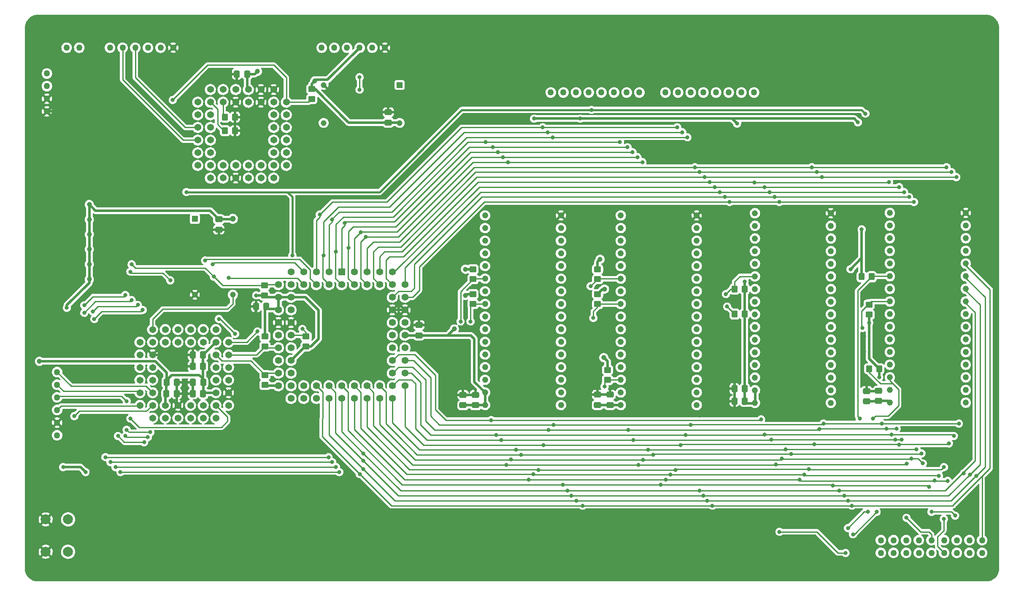
<source format=gbr>
%TF.GenerationSoftware,KiCad,Pcbnew,(6.0.0)*%
%TF.CreationDate,2024-06-19T13:28:13-04:00*%
%TF.ProjectId,MCD_Rev2,4d43445f-5265-4763-922e-6b696361645f,rev?*%
%TF.SameCoordinates,Original*%
%TF.FileFunction,Copper,L2,Bot*%
%TF.FilePolarity,Positive*%
%FSLAX46Y46*%
G04 Gerber Fmt 4.6, Leading zero omitted, Abs format (unit mm)*
G04 Created by KiCad (PCBNEW (6.0.0)) date 2024-06-19 13:28:13*
%MOMM*%
%LPD*%
G01*
G04 APERTURE LIST*
G04 Aperture macros list*
%AMRoundRect*
0 Rectangle with rounded corners*
0 $1 Rounding radius*
0 $2 $3 $4 $5 $6 $7 $8 $9 X,Y pos of 4 corners*
0 Add a 4 corners polygon primitive as box body*
4,1,4,$2,$3,$4,$5,$6,$7,$8,$9,$2,$3,0*
0 Add four circle primitives for the rounded corners*
1,1,$1+$1,$2,$3*
1,1,$1+$1,$4,$5*
1,1,$1+$1,$6,$7*
1,1,$1+$1,$8,$9*
0 Add four rect primitives between the rounded corners*
20,1,$1+$1,$2,$3,$4,$5,0*
20,1,$1+$1,$4,$5,$6,$7,0*
20,1,$1+$1,$6,$7,$8,$9,0*
20,1,$1+$1,$8,$9,$2,$3,0*%
G04 Aperture macros list end*
%TA.AperFunction,ComponentPad*%
%ADD10C,1.270000*%
%TD*%
%TA.AperFunction,ComponentPad*%
%ADD11C,1.244600*%
%TD*%
%TA.AperFunction,ComponentPad*%
%ADD12C,2.000000*%
%TD*%
%TA.AperFunction,ComponentPad*%
%ADD13C,1.371600*%
%TD*%
%TA.AperFunction,ComponentPad*%
%ADD14C,1.158000*%
%TD*%
%TA.AperFunction,ComponentPad*%
%ADD15R,1.158000X1.158000*%
%TD*%
%TA.AperFunction,ComponentPad*%
%ADD16C,1.400000*%
%TD*%
%TA.AperFunction,ComponentPad*%
%ADD17R,1.400000X1.400000*%
%TD*%
%TA.AperFunction,SMDPad,CuDef*%
%ADD18RoundRect,0.250000X-0.350000X-0.450000X0.350000X-0.450000X0.350000X0.450000X-0.350000X0.450000X0*%
%TD*%
%TA.AperFunction,SMDPad,CuDef*%
%ADD19RoundRect,0.250000X0.350000X0.450000X-0.350000X0.450000X-0.350000X-0.450000X0.350000X-0.450000X0*%
%TD*%
%TA.AperFunction,SMDPad,CuDef*%
%ADD20RoundRect,0.250000X0.475000X-0.337500X0.475000X0.337500X-0.475000X0.337500X-0.475000X-0.337500X0*%
%TD*%
%TA.AperFunction,SMDPad,CuDef*%
%ADD21RoundRect,0.250000X0.450000X-0.350000X0.450000X0.350000X-0.450000X0.350000X-0.450000X-0.350000X0*%
%TD*%
%TA.AperFunction,SMDPad,CuDef*%
%ADD22RoundRect,0.250000X0.337500X0.475000X-0.337500X0.475000X-0.337500X-0.475000X0.337500X-0.475000X0*%
%TD*%
%TA.AperFunction,SMDPad,CuDef*%
%ADD23RoundRect,0.250000X-0.450000X0.350000X-0.450000X-0.350000X0.450000X-0.350000X0.450000X0.350000X0*%
%TD*%
%TA.AperFunction,SMDPad,CuDef*%
%ADD24RoundRect,0.250000X-0.337500X-0.475000X0.337500X-0.475000X0.337500X0.475000X-0.337500X0.475000X0*%
%TD*%
%TA.AperFunction,SMDPad,CuDef*%
%ADD25RoundRect,0.250000X-0.475000X0.337500X-0.475000X-0.337500X0.475000X-0.337500X0.475000X0.337500X0*%
%TD*%
%TA.AperFunction,ViaPad*%
%ADD26C,0.800000*%
%TD*%
%TA.AperFunction,ViaPad*%
%ADD27C,1.000000*%
%TD*%
%TA.AperFunction,Conductor*%
%ADD28C,0.500000*%
%TD*%
%TA.AperFunction,Conductor*%
%ADD29C,0.254000*%
%TD*%
%TA.AperFunction,Conductor*%
%ADD30C,0.250000*%
%TD*%
%TA.AperFunction,Conductor*%
%ADD31C,0.381000*%
%TD*%
G04 APERTURE END LIST*
D10*
%TO.P,J8,6,Pin_6*%
%TO.N,unconnected-(J8-Pad6)*%
X118167123Y-78570000D03*
%TO.P,J8,5,Pin_5*%
%TO.N,RXDB*%
X120707123Y-78570000D03*
%TO.P,J8,4,Pin_4*%
%TO.N,TXDB*%
X123247123Y-78570000D03*
%TO.P,J8,3,Pin_3*%
%TO.N,+5V*%
X125787123Y-78570000D03*
%TO.P,J8,2,Pin_2*%
%TO.N,unconnected-(J8-Pad2)*%
X128327123Y-78570000D03*
%TO.P,J8,1,Pin_1*%
%TO.N,GND*%
X130867123Y-78570000D03*
%TD*%
D11*
%TO.P,U4,32,VDD*%
%TO.N,+5V*%
X193427123Y-150370000D03*
%TO.P,U4,31,\u002AWE*%
X193427123Y-147830000D03*
%TO.P,U4,30,A17*%
%TO.N,A18*%
X193427123Y-145290000D03*
%TO.P,U4,29,A14*%
%TO.N,A15*%
X193427123Y-142750000D03*
%TO.P,U4,28,A13*%
%TO.N,A14*%
X193427123Y-140210000D03*
%TO.P,U4,27,A8*%
%TO.N,A9*%
X193427123Y-137670000D03*
%TO.P,U4,26,A9*%
%TO.N,A10*%
X193427123Y-135130000D03*
%TO.P,U4,25,A11*%
%TO.N,A12*%
X193427123Y-132590000D03*
%TO.P,U4,24,\u002AOE*%
%TO.N,ROMLOE*%
X193427123Y-130050000D03*
%TO.P,U4,23,A10*%
%TO.N,A11*%
X193427123Y-127510000D03*
%TO.P,U4,22,\u002ACE*%
%TO.N,ROMLCE*%
X193427123Y-124970000D03*
%TO.P,U4,21,DQ7*%
%TO.N,D7*%
X193427123Y-122430000D03*
%TO.P,U4,20,DQ6*%
%TO.N,D6*%
X193427123Y-119890000D03*
%TO.P,U4,19,DQ5*%
%TO.N,D5*%
X193427123Y-117350000D03*
%TO.P,U4,18,DQ4*%
%TO.N,D4*%
X193427123Y-114810000D03*
%TO.P,U4,17,DQ3*%
%TO.N,D3*%
X193427123Y-112270000D03*
%TO.P,U4,16,VSS*%
%TO.N,GND*%
X208667123Y-112270000D03*
%TO.P,U4,15,DQ2*%
%TO.N,D2*%
X208667123Y-114810000D03*
%TO.P,U4,14,DQ1*%
%TO.N,D1*%
X208667123Y-117350000D03*
%TO.P,U4,13,DQ0*%
%TO.N,D0*%
X208667123Y-119890000D03*
%TO.P,U4,12,A0*%
%TO.N,A1*%
X208667123Y-122430000D03*
%TO.P,U4,11,A1*%
%TO.N,A2*%
X208667123Y-124970000D03*
%TO.P,U4,10,A2*%
%TO.N,A3*%
X208667123Y-127510000D03*
%TO.P,U4,9,A3*%
%TO.N,A4*%
X208667123Y-130050000D03*
%TO.P,U4,8,A4*%
%TO.N,A5*%
X208667123Y-132590000D03*
%TO.P,U4,7,A5*%
%TO.N,A6*%
X208667123Y-135130000D03*
%TO.P,U4,6,A6*%
%TO.N,A7*%
X208667123Y-137670000D03*
%TO.P,U4,5,A7*%
%TO.N,A8*%
X208667123Y-140210000D03*
%TO.P,U4,4,A12*%
%TO.N,A13*%
X208667123Y-142750000D03*
%TO.P,U4,3,A15*%
%TO.N,A16*%
X208667123Y-145290000D03*
%TO.P,U4,2,A16*%
%TO.N,A17*%
X208667123Y-147830000D03*
%TO.P,U4,1,NC*%
%TO.N,unconnected-(U4-Pad1)*%
X208667123Y-150370000D03*
%TD*%
D10*
%TO.P,J4,4,Pin_4*%
%TO.N,GND*%
X105517123Y-91380000D03*
%TO.P,J4,3,Pin_3*%
X105517123Y-88840000D03*
%TO.P,J4,2,Pin_2*%
%TO.N,+5V*%
X105517123Y-86300000D03*
%TO.P,J4,1,Pin_1*%
%TO.N,+3V3*%
X105517123Y-83760000D03*
%TD*%
D11*
%TO.P,U3,32,VCC*%
%TO.N,+5V*%
X274667123Y-149870000D03*
%TO.P,U3,31,A15*%
%TO.N,A16*%
X274667123Y-147330000D03*
%TO.P,U3,30,CE2*%
%TO.N,RAMHCE2*%
X274667123Y-144790000D03*
%TO.P,U3,29,~{WE}*%
%TO.N,R{slash}W*%
X274667123Y-142250000D03*
%TO.P,U3,28,A13*%
%TO.N,A14*%
X274667123Y-139710000D03*
%TO.P,U3,27,A8*%
%TO.N,A9*%
X274667123Y-137170000D03*
%TO.P,U3,26,A9*%
%TO.N,A10*%
X274667123Y-134630000D03*
%TO.P,U3,25,A11*%
%TO.N,A12*%
X274667123Y-132090000D03*
%TO.P,U3,24,~{OE}*%
%TO.N,RAMHOE*%
X274667123Y-129550000D03*
%TO.P,U3,23,A10*%
%TO.N,A11*%
X274667123Y-127010000D03*
%TO.P,U3,22,~{CE}*%
%TO.N,RAMHCE*%
X274667123Y-124470000D03*
%TO.P,U3,21,DQ7*%
%TO.N,D15*%
X274667123Y-121930000D03*
%TO.P,U3,20,DQ6*%
%TO.N,D14*%
X274667123Y-119390000D03*
%TO.P,U3,19,DQ5*%
%TO.N,D13*%
X274667123Y-116850000D03*
%TO.P,U3,18,DQ4*%
%TO.N,D12*%
X274667123Y-114310000D03*
%TO.P,U3,17,DQ3*%
%TO.N,D11*%
X274667123Y-111770000D03*
%TO.P,U3,16,VSS*%
%TO.N,GND*%
X289907123Y-111770000D03*
%TO.P,U3,15,DQ2*%
%TO.N,D10*%
X289907123Y-114310000D03*
%TO.P,U3,14,DQ1*%
%TO.N,D9*%
X289907123Y-116850000D03*
%TO.P,U3,13,DQ0*%
%TO.N,D8*%
X289907123Y-119390000D03*
%TO.P,U3,12,A0*%
%TO.N,A1*%
X289907123Y-121930000D03*
%TO.P,U3,11,A1*%
%TO.N,A2*%
X289907123Y-124470000D03*
%TO.P,U3,10,A2*%
%TO.N,A3*%
X289907123Y-127010000D03*
%TO.P,U3,9,A3*%
%TO.N,A4*%
X289907123Y-129550000D03*
%TO.P,U3,8,A4*%
%TO.N,A5*%
X289907123Y-132090000D03*
%TO.P,U3,7,A5*%
%TO.N,A6*%
X289907123Y-134630000D03*
%TO.P,U3,6,A6*%
%TO.N,A7*%
X289907123Y-137170000D03*
%TO.P,U3,5,A7*%
%TO.N,A8*%
X289907123Y-139710000D03*
%TO.P,U3,4,A12*%
%TO.N,A13*%
X289907123Y-142250000D03*
%TO.P,U3,3,A14*%
%TO.N,A15*%
X289907123Y-144790000D03*
%TO.P,U3,2,A16*%
%TO.N,A17*%
X289907123Y-147330000D03*
%TO.P,U3,1,NC*%
%TO.N,unconnected-(U3-Pad1)*%
X289907123Y-149870000D03*
%TD*%
D12*
%TO.P,SW1,2,2*%
%TO.N,/SW_IN*%
X109767123Y-173320000D03*
X109767123Y-179820000D03*
%TO.P,SW1,1,1*%
%TO.N,GND*%
X105267123Y-179820000D03*
X105267123Y-173320000D03*
%TD*%
D10*
%TO.P,J5,6,Pin_6*%
%TO.N,TMS*%
X107567123Y-143720000D03*
%TO.P,J5,5,Pin_5*%
%TO.N,TDI*%
X107567123Y-146260000D03*
%TO.P,J5,4,Pin_4*%
%TO.N,TDO*%
X107567123Y-148800000D03*
%TO.P,J5,3,Pin_3*%
%TO.N,TCK*%
X107567123Y-151340000D03*
%TO.P,J5,2,Pin_2*%
%TO.N,GND*%
X107567123Y-153880000D03*
%TO.P,J5,1,Pin_1*%
%TO.N,+3V3*%
X107567123Y-156420000D03*
%TD*%
D11*
%TO.P,U5,32,VDD*%
%TO.N,+5V*%
X247597123Y-149910000D03*
%TO.P,U5,31,\u002AWE*%
X247597123Y-147370000D03*
%TO.P,U5,30,A17*%
%TO.N,A18*%
X247597123Y-144830000D03*
%TO.P,U5,29,A14*%
%TO.N,A15*%
X247597123Y-142290000D03*
%TO.P,U5,28,A13*%
%TO.N,A14*%
X247597123Y-139750000D03*
%TO.P,U5,27,A8*%
%TO.N,A9*%
X247597123Y-137210000D03*
%TO.P,U5,26,A9*%
%TO.N,A10*%
X247597123Y-134670000D03*
%TO.P,U5,25,A11*%
%TO.N,A12*%
X247597123Y-132130000D03*
%TO.P,U5,24,\u002AOE*%
%TO.N,ROMHOE*%
X247597123Y-129590000D03*
%TO.P,U5,23,A10*%
%TO.N,A11*%
X247597123Y-127050000D03*
%TO.P,U5,22,\u002ACE*%
%TO.N,ROMHCE*%
X247597123Y-124510000D03*
%TO.P,U5,21,DQ7*%
%TO.N,D15*%
X247597123Y-121970000D03*
%TO.P,U5,20,DQ6*%
%TO.N,D14*%
X247597123Y-119430000D03*
%TO.P,U5,19,DQ5*%
%TO.N,D13*%
X247597123Y-116890000D03*
%TO.P,U5,18,DQ4*%
%TO.N,D12*%
X247597123Y-114350000D03*
%TO.P,U5,17,DQ3*%
%TO.N,D11*%
X247597123Y-111810000D03*
%TO.P,U5,16,VSS*%
%TO.N,GND*%
X262837123Y-111810000D03*
%TO.P,U5,15,DQ2*%
%TO.N,D10*%
X262837123Y-114350000D03*
%TO.P,U5,14,DQ1*%
%TO.N,D9*%
X262837123Y-116890000D03*
%TO.P,U5,13,DQ0*%
%TO.N,D8*%
X262837123Y-119430000D03*
%TO.P,U5,12,A0*%
%TO.N,A1*%
X262837123Y-121970000D03*
%TO.P,U5,11,A1*%
%TO.N,A2*%
X262837123Y-124510000D03*
%TO.P,U5,10,A2*%
%TO.N,A3*%
X262837123Y-127050000D03*
%TO.P,U5,9,A3*%
%TO.N,A4*%
X262837123Y-129590000D03*
%TO.P,U5,8,A4*%
%TO.N,A5*%
X262837123Y-132130000D03*
%TO.P,U5,7,A5*%
%TO.N,A6*%
X262837123Y-134670000D03*
%TO.P,U5,6,A6*%
%TO.N,A7*%
X262837123Y-137210000D03*
%TO.P,U5,5,A7*%
%TO.N,A8*%
X262837123Y-139750000D03*
%TO.P,U5,4,A12*%
%TO.N,A13*%
X262837123Y-142290000D03*
%TO.P,U5,3,A15*%
%TO.N,A16*%
X262837123Y-144830000D03*
%TO.P,U5,2,A16*%
%TO.N,A17*%
X262837123Y-147370000D03*
%TO.P,U5,1,NC*%
%TO.N,unconnected-(U5-Pad1)*%
X262837123Y-149910000D03*
%TD*%
%TO.P,U2,32,VCC*%
%TO.N,+5V*%
X220667123Y-150370000D03*
%TO.P,U2,31,A15*%
%TO.N,A16*%
X220667123Y-147830000D03*
%TO.P,U2,30,CE2*%
%TO.N,RAMLCE2*%
X220667123Y-145290000D03*
%TO.P,U2,29,~{WE}*%
%TO.N,R{slash}W*%
X220667123Y-142750000D03*
%TO.P,U2,28,A13*%
%TO.N,A14*%
X220667123Y-140210000D03*
%TO.P,U2,27,A8*%
%TO.N,A9*%
X220667123Y-137670000D03*
%TO.P,U2,26,A9*%
%TO.N,A10*%
X220667123Y-135130000D03*
%TO.P,U2,25,A11*%
%TO.N,A12*%
X220667123Y-132590000D03*
%TO.P,U2,24,~{OE}*%
%TO.N,RAMLOE*%
X220667123Y-130050000D03*
%TO.P,U2,23,A10*%
%TO.N,A11*%
X220667123Y-127510000D03*
%TO.P,U2,22,~{CE}*%
%TO.N,RAMLCE*%
X220667123Y-124970000D03*
%TO.P,U2,21,DQ7*%
%TO.N,D7*%
X220667123Y-122430000D03*
%TO.P,U2,20,DQ6*%
%TO.N,D6*%
X220667123Y-119890000D03*
%TO.P,U2,19,DQ5*%
%TO.N,D5*%
X220667123Y-117350000D03*
%TO.P,U2,18,DQ4*%
%TO.N,D4*%
X220667123Y-114810000D03*
%TO.P,U2,17,DQ3*%
%TO.N,D3*%
X220667123Y-112270000D03*
%TO.P,U2,16,VSS*%
%TO.N,GND*%
X235907123Y-112270000D03*
%TO.P,U2,15,DQ2*%
%TO.N,D2*%
X235907123Y-114810000D03*
%TO.P,U2,14,DQ1*%
%TO.N,D1*%
X235907123Y-117350000D03*
%TO.P,U2,13,DQ0*%
%TO.N,D0*%
X235907123Y-119890000D03*
%TO.P,U2,12,A0*%
%TO.N,A1*%
X235907123Y-122430000D03*
%TO.P,U2,11,A1*%
%TO.N,A2*%
X235907123Y-124970000D03*
%TO.P,U2,10,A2*%
%TO.N,A3*%
X235907123Y-127510000D03*
%TO.P,U2,9,A3*%
%TO.N,A4*%
X235907123Y-130050000D03*
%TO.P,U2,8,A4*%
%TO.N,A5*%
X235907123Y-132590000D03*
%TO.P,U2,7,A5*%
%TO.N,A6*%
X235907123Y-135130000D03*
%TO.P,U2,6,A6*%
%TO.N,A7*%
X235907123Y-137670000D03*
%TO.P,U2,5,A7*%
%TO.N,A8*%
X235907123Y-140210000D03*
%TO.P,U2,4,A12*%
%TO.N,A13*%
X235907123Y-142750000D03*
%TO.P,U2,3,A14*%
%TO.N,A15*%
X235907123Y-145290000D03*
%TO.P,U2,2,A16*%
%TO.N,A17*%
X235907123Y-147830000D03*
%TO.P,U2,1,NC*%
%TO.N,unconnected-(U2-Pad1)*%
X235907123Y-150370000D03*
%TD*%
D13*
%TO.P,U6,44,VCC*%
%TO.N,+5V*%
X145937123Y-86980000D03*
%TO.P,U6,43,IP4*%
%TO.N,GND*%
X148477123Y-89520000D03*
%TO.P,U6,42,IP5*%
X148477123Y-86980000D03*
%TO.P,U6,41,\u002AIACK*%
%TO.N,+5V*%
X151017123Y-89520000D03*
%TO.P,U6,40,IP2*%
%TO.N,GND*%
X151017123Y-86980000D03*
%TO.P,U6,39,CS*%
%TO.N,DUARTCS*%
X153557123Y-89520000D03*
%TO.P,U6,38,\u002ARESET*%
%TO.N,RESET*%
X151017123Y-92060000D03*
%TO.P,U6,37,X2*%
%TO.N,unconnected-(U6-Pad37)*%
X153557123Y-92060000D03*
%TO.P,U6,36,X1/CLK*%
%TO.N,/DUART_CLK*%
X151017123Y-94600000D03*
%TO.P,U6,35,RXDA*%
%TO.N,TXDA*%
X153557123Y-94600000D03*
%TO.P,U6,34,NC*%
%TO.N,unconnected-(U6-Pad34)*%
X151017123Y-97140000D03*
%TO.P,U6,33,TXDA*%
%TO.N,RXDA*%
X153557123Y-97140000D03*
%TO.P,U6,32,OP0*%
%TO.N,unconnected-(U6-Pad32)*%
X151017123Y-99680000D03*
%TO.P,U6,31,OP2*%
%TO.N,unconnected-(U6-Pad31)*%
X153557123Y-99680000D03*
%TO.P,U6,30,OP4*%
%TO.N,unconnected-(U6-Pad30)*%
X151017123Y-102220000D03*
%TO.P,U6,29,OP6*%
%TO.N,unconnected-(U6-Pad29)*%
X153557123Y-102220000D03*
%TO.P,U6,28,D0*%
%TO.N,D0*%
X151017123Y-104760000D03*
%TO.P,U6,27,D2*%
%TO.N,D2*%
X148477123Y-102220000D03*
%TO.P,U6,26,D4*%
%TO.N,D4*%
X148477123Y-104760000D03*
%TO.P,U6,25,D6*%
%TO.N,D6*%
X145937123Y-102220000D03*
%TO.P,U6,24,INTR*%
%TO.N,unconnected-(U6-Pad24)*%
X145937123Y-104760000D03*
%TO.P,U6,23,NC*%
%TO.N,unconnected-(U6-Pad23)*%
X143397123Y-102220000D03*
%TO.P,U6,22,GND*%
%TO.N,GND*%
X143397123Y-104760000D03*
%TO.P,U6,21,D7*%
%TO.N,D7*%
X140857123Y-102220000D03*
%TO.P,U6,20,D5*%
%TO.N,D5*%
X140857123Y-104760000D03*
%TO.P,U6,19,D3*%
%TO.N,D3*%
X138317123Y-102220000D03*
%TO.P,U6,18,D1*%
%TO.N,D1*%
X138317123Y-104760000D03*
%TO.P,U6,17,OP7*%
%TO.N,unconnected-(U6-Pad17)*%
X135777123Y-102220000D03*
%TO.P,U6,16,OP5*%
%TO.N,unconnected-(U6-Pad16)*%
X138317123Y-99680000D03*
%TO.P,U6,15,OP3*%
%TO.N,unconnected-(U6-Pad15)*%
X135777123Y-99680000D03*
%TO.P,U6,14,OP1*%
%TO.N,unconnected-(U6-Pad14)*%
X138317123Y-97140000D03*
%TO.P,U6,13,TXDB*%
%TO.N,RXDB*%
X135777123Y-97140000D03*
%TO.P,U6,12,NC*%
%TO.N,unconnected-(U6-Pad12)*%
X138317123Y-94600000D03*
%TO.P,U6,11,RXDB*%
%TO.N,TXDB*%
X135777123Y-94600000D03*
%TO.P,U6,10,\u002ADTAK*%
%TO.N,DUART_DTACK*%
X138317123Y-92060000D03*
%TO.P,U6,9,\u002AR/\u002AW*%
%TO.N,R{slash}W*%
X135777123Y-92060000D03*
%TO.P,U6,8,IP0*%
%TO.N,Net-(U6-Pad8)*%
X138317123Y-89520000D03*
%TO.P,U6,7,A4*%
%TO.N,A4*%
X135777123Y-89520000D03*
%TO.P,U6,6,A3*%
%TO.N,A3*%
X138317123Y-86980000D03*
%TO.P,U6,5,IP1*%
%TO.N,Net-(U6-Pad5)*%
X140857123Y-89520000D03*
%TO.P,U6,4,A2*%
%TO.N,A2*%
X140857123Y-86980000D03*
%TO.P,U6,3,IP3*%
%TO.N,GND*%
X143397123Y-89520000D03*
%TO.P,U6,2,A1*%
%TO.N,A1*%
X143397123Y-86980000D03*
%TO.P,U6,1,NC*%
%TO.N,unconnected-(U6-Pad1)*%
X145937123Y-89520000D03*
%TD*%
D10*
%TO.P,J3,18,Pin_18*%
%TO.N,A18*%
X272857123Y-180041105D03*
%TO.P,J3,17,Pin_17*%
%TO.N,A17*%
X272857123Y-177501105D03*
%TO.P,J3,16,Pin_16*%
%TO.N,A16*%
X275397123Y-180041105D03*
%TO.P,J3,15,Pin_15*%
%TO.N,A15*%
X275397123Y-177501105D03*
%TO.P,J3,14,Pin_14*%
%TO.N,A14*%
X277937123Y-180041105D03*
%TO.P,J3,13,Pin_13*%
%TO.N,A13*%
X277937123Y-177501105D03*
%TO.P,J3,12,Pin_12*%
%TO.N,A12*%
X280477123Y-180041105D03*
%TO.P,J3,11,Pin_11*%
%TO.N,A11*%
X280477123Y-177501105D03*
%TO.P,J3,10,Pin_10*%
%TO.N,A10*%
X283017123Y-180041105D03*
%TO.P,J3,9,Pin_9*%
%TO.N,A9*%
X283017123Y-177501105D03*
%TO.P,J3,8,Pin_8*%
%TO.N,A8*%
X285557123Y-180041105D03*
%TO.P,J3,7,Pin_7*%
%TO.N,A7*%
X285557123Y-177501105D03*
%TO.P,J3,6,Pin_6*%
%TO.N,A6*%
X288097123Y-180041105D03*
%TO.P,J3,5,Pin_5*%
%TO.N,A5*%
X288097123Y-177501105D03*
%TO.P,J3,4,Pin_4*%
%TO.N,A4*%
X290637123Y-180041105D03*
%TO.P,J3,3,Pin_3*%
%TO.N,A3*%
X290637123Y-177501105D03*
%TO.P,J3,2,Pin_2*%
%TO.N,A2*%
X293177123Y-180041105D03*
%TO.P,J3,1,Pin_1*%
%TO.N,A1*%
X293177123Y-177501105D03*
%TD*%
D14*
%TO.P,Y1,14,+VDC*%
%TO.N,+5V*%
X176287123Y-93680000D03*
%TO.P,Y1,8,OUTPUT*%
%TO.N,/DUART_CLK*%
X161047123Y-93680000D03*
%TO.P,Y1,7,CASE_GND*%
%TO.N,GND*%
X161047123Y-86060000D03*
D15*
%TO.P,Y1,1*%
%TO.N,N/C*%
X176287123Y-86060000D03*
%TD*%
D10*
%TO.P,J1,8,Pin_8*%
%TO.N,D7*%
X224407123Y-87570000D03*
%TO.P,J1,7,Pin_7*%
%TO.N,D6*%
X221867123Y-87570000D03*
%TO.P,J1,6,Pin_6*%
%TO.N,D5*%
X219327123Y-87570000D03*
%TO.P,J1,5,Pin_5*%
%TO.N,D4*%
X216787123Y-87570000D03*
%TO.P,J1,4,Pin_4*%
%TO.N,D3*%
X214247123Y-87570000D03*
%TO.P,J1,3,Pin_3*%
%TO.N,D2*%
X211707123Y-87570000D03*
%TO.P,J1,2,Pin_2*%
%TO.N,D1*%
X209167123Y-87570000D03*
%TO.P,J1,1,Pin_1*%
%TO.N,D0*%
X206627123Y-87570000D03*
%TD*%
D13*
%TO.P,U1,44,I/O_28*%
%TO.N,DUART_DTACK*%
X134337123Y-135180000D03*
%TO.P,U1,43,I/O_27*%
%TO.N,LDS*%
X136877123Y-137720000D03*
%TO.P,U1,42,I/O/GTS1*%
%TO.N,UDS*%
X136877123Y-135180000D03*
%TO.P,U1,41,VCCINT_3.3V_2*%
%TO.N,+3V3*%
X139417123Y-137720000D03*
%TO.P,U1,40,I/O/GTS2*%
%TO.N,CPLD_DTACK*%
X139417123Y-135180000D03*
%TO.P,U1,39,I/O/GSR*%
%TO.N,HALT*%
X141957123Y-137720000D03*
%TO.P,U1,38,I/O_26*%
%TO.N,BERR*%
X139417123Y-140260000D03*
%TO.P,U1,37,I/O_25*%
%TO.N,RESET*%
X141957123Y-140260000D03*
%TO.P,U1,36,I/O_24*%
%TO.N,A20*%
X139417123Y-142800000D03*
%TO.P,U1,35,I/O_23*%
%TO.N,A19*%
X141957123Y-142800000D03*
%TO.P,U1,34,I/O_22*%
%TO.N,A22*%
X139417123Y-145340000D03*
%TO.P,U1,33,I/O_21*%
%TO.N,A21*%
X141957123Y-145340000D03*
%TO.P,U1,32,VCCIO_2.5V/3.3V*%
%TO.N,+3V3*%
X139417123Y-147880000D03*
%TO.P,U1,31,GND_3*%
%TO.N,GND*%
X141957123Y-147880000D03*
%TO.P,U1,30,TDO*%
%TO.N,TDO*%
X139417123Y-150420000D03*
%TO.P,U1,29,I/O_20*%
%TO.N,A23*%
X141957123Y-150420000D03*
%TO.P,U1,28,I/O_19*%
%TO.N,ROMLCE*%
X139417123Y-152960000D03*
%TO.P,U1,27,I/O_18*%
%TO.N,RAMLCE*%
X136877123Y-150420000D03*
%TO.P,U1,26,I/O_17*%
%TO.N,ROMLOE*%
X136877123Y-152960000D03*
%TO.P,U1,25,I/O_16*%
%TO.N,RAMLCE2*%
X134337123Y-150420000D03*
%TO.P,U1,24,I/O_15*%
%TO.N,RAMLOE*%
X134337123Y-152960000D03*
%TO.P,U1,23,GND_2*%
%TO.N,GND*%
X131797123Y-150420000D03*
%TO.P,U1,22,I/O_14*%
%TO.N,ROMHCE*%
X131797123Y-152960000D03*
%TO.P,U1,21,VCCINT_3.3V_1*%
%TO.N,+3V3*%
X129257123Y-150420000D03*
%TO.P,U1,20,I/O_13*%
%TO.N,ROMHOE*%
X129257123Y-152960000D03*
%TO.P,U1,19,I/O_12*%
%TO.N,BRESET*%
X126717123Y-150420000D03*
%TO.P,U1,18,I/O_11*%
%TO.N,SRESET*%
X126717123Y-152960000D03*
%TO.P,U1,17,TCK*%
%TO.N,TCK*%
X124177123Y-150420000D03*
%TO.P,U1,16,TMS*%
%TO.N,TMS*%
X126717123Y-147880000D03*
%TO.P,U1,15,TDI*%
%TO.N,TDI*%
X124177123Y-147880000D03*
%TO.P,U1,14,I/O_10*%
%TO.N,RAMHOE*%
X126717123Y-145340000D03*
%TO.P,U1,13,I/O_9*%
%TO.N,RAMHCE*%
X124177123Y-145340000D03*
%TO.P,U1,12,I/O_8*%
%TO.N,unconnected-(U1-Pad12)*%
X126717123Y-142800000D03*
%TO.P,U1,11,I/O_7*%
%TO.N,RAMHCE2*%
X124177123Y-142800000D03*
%TO.P,U1,10,GND_1*%
%TO.N,GND*%
X126717123Y-140260000D03*
%TO.P,U1,9,I/O_6*%
%TO.N,LED5*%
X124177123Y-140260000D03*
%TO.P,U1,8,I/O_5*%
%TO.N,LED3*%
X126717123Y-137720000D03*
%TO.P,U1,7,I/O/GCK3*%
%TO.N,LED4*%
X124177123Y-137720000D03*
%TO.P,U1,6,I/O/GCK2*%
%TO.N,CLK*%
X126717123Y-135180000D03*
%TO.P,U1,5,I/O/GCK1*%
%TO.N,LED2*%
X129257123Y-137720000D03*
%TO.P,U1,4,I/O_4*%
%TO.N,LED1*%
X129257123Y-135180000D03*
%TO.P,U1,3,I/O_3*%
%TO.N,DUARTCS*%
X131797123Y-137720000D03*
%TO.P,U1,2,I/O_2*%
%TO.N,LED0*%
X131797123Y-135180000D03*
%TO.P,U1,1,I/O_1*%
%TO.N,AS*%
X134337123Y-137720000D03*
%TD*%
D14*
%TO.P,Y2,14,+VDC*%
%TO.N,+5V*%
X142827123Y-112950000D03*
%TO.P,Y2,8,OUTPUT*%
%TO.N,CLK*%
X142827123Y-128190000D03*
%TO.P,Y2,7,CASE_GND*%
%TO.N,GND*%
X135207123Y-128190000D03*
D15*
%TO.P,Y2,1*%
%TO.N,N/C*%
X135207123Y-112950000D03*
%TD*%
D10*
%TO.P,J6,2,Pin_2*%
%TO.N,CPLD_DTACK*%
X112017123Y-78570000D03*
%TO.P,J6,1,Pin_1*%
%TO.N,AS*%
X109477123Y-78570000D03*
%TD*%
%TO.P,J2,8,Pin_8*%
%TO.N,D15*%
X247407123Y-87570000D03*
%TO.P,J2,7,Pin_7*%
%TO.N,D14*%
X244867123Y-87570000D03*
%TO.P,J2,6,Pin_6*%
%TO.N,D13*%
X242327123Y-87570000D03*
%TO.P,J2,5,Pin_5*%
%TO.N,D12*%
X239787123Y-87570000D03*
%TO.P,J2,4,Pin_4*%
%TO.N,D11*%
X237247123Y-87570000D03*
%TO.P,J2,3,Pin_3*%
%TO.N,D10*%
X234707123Y-87570000D03*
%TO.P,J2,2,Pin_2*%
%TO.N,D9*%
X232167123Y-87570000D03*
%TO.P,J2,1,Pin_1*%
%TO.N,D8*%
X229627123Y-87570000D03*
%TD*%
D16*
%TO.P,U9,68,D5*%
%TO.N,D5*%
X167207633Y-126170000D03*
%TO.P,U9,67,D6*%
%TO.N,D6*%
X167207633Y-123630000D03*
%TO.P,U9,66,D7*%
%TO.N,D7*%
X169747633Y-126170000D03*
%TO.P,U9,65,D8*%
%TO.N,D8*%
X169747633Y-123630000D03*
%TO.P,U9,64,D9*%
%TO.N,D9*%
X172287633Y-126170000D03*
%TO.P,U9,63,D10*%
%TO.N,D10*%
X172287633Y-123630000D03*
%TO.P,U9,62,D11*%
%TO.N,D11*%
X174827633Y-126170000D03*
%TO.P,U9,61,D12*%
%TO.N,D12*%
X174827633Y-123630000D03*
%TO.P,U9,60,D13*%
%TO.N,D13*%
X177367633Y-126170000D03*
%TO.P,U9,59,D14*%
%TO.N,D14*%
X174827633Y-128710000D03*
%TO.P,U9,58,D15*%
%TO.N,D15*%
X177367633Y-128710000D03*
%TO.P,U9,57,GND*%
%TO.N,GND*%
X174827633Y-131250000D03*
%TO.P,U9,56,GND*%
X177367633Y-131250000D03*
%TO.P,U9,55,A23*%
%TO.N,A23*%
X174827633Y-133790000D03*
%TO.P,U9,54,A22*%
%TO.N,A22*%
X177367633Y-133790000D03*
%TO.P,U9,53,A21*%
%TO.N,A21*%
X174827633Y-136330000D03*
%TO.P,U9,52,VCC*%
%TO.N,+5V*%
X177367633Y-136330000D03*
%TO.P,U9,51,A20*%
%TO.N,A20*%
X174827633Y-138870000D03*
%TO.P,U9,50,A19*%
%TO.N,A19*%
X177367633Y-138870000D03*
%TO.P,U9,49,A18*%
%TO.N,A18*%
X174827633Y-141410000D03*
%TO.P,U9,48,A17*%
%TO.N,A17*%
X177367633Y-141410000D03*
%TO.P,U9,47,A16*%
%TO.N,A16*%
X174827633Y-143950000D03*
%TO.P,U9,46,A15*%
%TO.N,A15*%
X177367633Y-143950000D03*
%TO.P,U9,45,A14*%
%TO.N,A14*%
X174827633Y-146490000D03*
%TO.P,U9,44,A13*%
%TO.N,A13*%
X177367633Y-146490000D03*
%TO.P,U9,43,A12*%
%TO.N,A12*%
X174827633Y-149030000D03*
%TO.P,U9,42,A11*%
%TO.N,A11*%
X172287633Y-146490000D03*
%TO.P,U9,41,A10*%
%TO.N,A10*%
X172287633Y-149030000D03*
%TO.P,U9,40,A9*%
%TO.N,A9*%
X169747633Y-146490000D03*
%TO.P,U9,39,A8*%
%TO.N,A8*%
X169747633Y-149030000D03*
%TO.P,U9,38,A7*%
%TO.N,A7*%
X167207633Y-146490000D03*
%TO.P,U9,37,A6*%
%TO.N,A6*%
X167207633Y-149030000D03*
%TO.P,U9,36,A5*%
%TO.N,A5*%
X164667633Y-146490000D03*
%TO.P,U9,35,A4*%
%TO.N,A4*%
X164667633Y-149030000D03*
%TO.P,U9,34,A3*%
%TO.N,A3*%
X162127633Y-146490000D03*
%TO.P,U9,33,A2*%
%TO.N,A2*%
X162127633Y-149030000D03*
%TO.P,U9,32,A1*%
%TO.N,A1*%
X159587633Y-146490000D03*
%TO.P,U9,31,NC*%
%TO.N,unconnected-(U9-Pad31)*%
X159587633Y-149030000D03*
%TO.P,U9,30,FC0*%
%TO.N,unconnected-(U9-Pad30)*%
X157047633Y-146490000D03*
%TO.P,U9,29,FC1*%
%TO.N,unconnected-(U9-Pad29)*%
X157047633Y-149030000D03*
%TO.P,U9,28,FC2*%
%TO.N,unconnected-(U9-Pad28)*%
X154507633Y-146490000D03*
%TO.P,U9,27,IPL0*%
%TO.N,+5V*%
X154507633Y-149030000D03*
%TO.P,U9,26,IPL1*%
X151967633Y-146490000D03*
%TO.P,U9,25,IPL2*%
X154507633Y-143950000D03*
%TO.P,U9,24,BERR*%
%TO.N,BERR*%
X151967633Y-143950000D03*
%TO.P,U9,23,VPA*%
%TO.N,+5V*%
X154507633Y-141410000D03*
%TO.P,U9,22,E*%
%TO.N,unconnected-(U9-Pad22)*%
X151967633Y-141410000D03*
%TO.P,U9,21,VMA*%
%TO.N,unconnected-(U9-Pad21)*%
X154507633Y-138870000D03*
%TO.P,U9,20,RESET*%
%TO.N,RESET*%
X151967633Y-138870000D03*
%TO.P,U9,19,HALT*%
%TO.N,HALT*%
X154507633Y-136330000D03*
%TO.P,U9,18,NC*%
%TO.N,unconnected-(U9-Pad18)*%
X151967633Y-136330000D03*
%TO.P,U9,17,GND*%
%TO.N,GND*%
X154507633Y-133790000D03*
%TO.P,U9,16,GND*%
X151967633Y-133790000D03*
%TO.P,U9,15,CLK*%
%TO.N,CLK*%
X154507633Y-131250000D03*
%TO.P,U9,14,VCC*%
%TO.N,+5V*%
X151967633Y-131250000D03*
%TO.P,U9,13,BR*%
X154507633Y-128710000D03*
%TO.P,U9,12,BGACK*%
X151967633Y-128710000D03*
%TO.P,U9,11,BG*%
%TO.N,unconnected-(U9-Pad11)*%
X154507633Y-126170000D03*
%TO.P,U9,10,DTACK*%
%TO.N,CPLD_DTACK*%
X151967633Y-126170000D03*
%TO.P,U9,9,R/W*%
%TO.N,R{slash}W*%
X154507633Y-123630000D03*
%TO.P,U9,8,LDS*%
%TO.N,LDS*%
X157047633Y-126170000D03*
%TO.P,U9,7,UDS*%
%TO.N,UDS*%
X157047633Y-123630000D03*
%TO.P,U9,6,AS*%
%TO.N,AS*%
X159587633Y-126170000D03*
%TO.P,U9,5,D0*%
%TO.N,D0*%
X159587633Y-123630000D03*
%TO.P,U9,4,D1*%
%TO.N,D1*%
X162127633Y-126170000D03*
%TO.P,U9,3,D2*%
%TO.N,D2*%
X162127633Y-123630000D03*
%TO.P,U9,2,D3*%
%TO.N,D3*%
X164667633Y-126170000D03*
D17*
%TO.P,U9,1,D4*%
%TO.N,D4*%
X164667633Y-123630000D03*
%TD*%
D10*
%TO.P,J7,6,Pin_6*%
%TO.N,unconnected-(J7-Pad6)*%
X160650000Y-78570000D03*
%TO.P,J7,5,Pin_5*%
%TO.N,RXDA*%
X163190000Y-78570000D03*
%TO.P,J7,4,Pin_4*%
%TO.N,TXDA*%
X165730000Y-78570000D03*
%TO.P,J7,3,Pin_3*%
%TO.N,+5V*%
X168270000Y-78570000D03*
%TO.P,J7,2,Pin_2*%
%TO.N,unconnected-(J7-Pad2)*%
X170810000Y-78570000D03*
%TO.P,J7,1,Pin_1*%
%TO.N,GND*%
X173350000Y-78570000D03*
%TD*%
D18*
%TO.P,R11,2*%
%TO.N,RAMHCE*%
X271017123Y-124570000D03*
%TO.P,R11,1*%
%TO.N,+5V*%
X269017123Y-124570000D03*
%TD*%
D19*
%TO.P,R5,2*%
%TO.N,ROMHOE*%
X243517123Y-132070000D03*
%TO.P,R5,1*%
%TO.N,+5V*%
X245517123Y-132070000D03*
%TD*%
D20*
%TO.P,C3,2*%
%TO.N,GND*%
X216017123Y-148282500D03*
%TO.P,C3,1*%
%TO.N,+5V*%
X216017123Y-150357500D03*
%TD*%
D21*
%TO.P,R1,2*%
%TO.N,HALT*%
X157517123Y-136570000D03*
%TO.P,R1,1*%
%TO.N,+5V*%
X157517123Y-138570000D03*
%TD*%
D18*
%TO.P,R24,2*%
%TO.N,GND*%
X143250000Y-95250000D03*
%TO.P,R24,1*%
%TO.N,Net-(U6-Pad8)*%
X141250000Y-95250000D03*
%TD*%
D22*
%TO.P,C6,2*%
%TO.N,GND*%
X134802123Y-145820000D03*
%TO.P,C6,1*%
%TO.N,+3V3*%
X136877123Y-145820000D03*
%TD*%
D23*
%TO.P,R15,2*%
%TO.N,DUARTCS*%
X158667123Y-88870000D03*
%TO.P,R15,1*%
%TO.N,+5V*%
X158667123Y-86870000D03*
%TD*%
D21*
%TO.P,R14,2*%
%TO.N,RAMHOE*%
X270517123Y-130170000D03*
%TO.P,R14,1*%
%TO.N,+5V*%
X270517123Y-132170000D03*
%TD*%
D23*
%TO.P,R7,2*%
%TO.N,RAMLCE*%
X216017123Y-125070000D03*
%TO.P,R7,1*%
%TO.N,+5V*%
X216017123Y-123070000D03*
%TD*%
D20*
%TO.P,C1,2*%
%TO.N,GND*%
X218517123Y-148282500D03*
%TO.P,C1,1*%
%TO.N,+5V*%
X218517123Y-150357500D03*
%TD*%
D23*
%TO.P,R8,2*%
%TO.N,RAMLCE2*%
X218017123Y-145320000D03*
%TO.P,R8,1*%
%TO.N,+5V*%
X218017123Y-143320000D03*
%TD*%
D19*
%TO.P,R6,2*%
%TO.N,ROMHCE*%
X243517123Y-127070000D03*
%TO.P,R6,1*%
%TO.N,+5V*%
X245517123Y-127070000D03*
%TD*%
D22*
%TO.P,C22,2*%
%TO.N,GND*%
X147479623Y-130570000D03*
%TO.P,C22,1*%
%TO.N,+5V*%
X149554623Y-130570000D03*
%TD*%
D20*
%TO.P,C2,2*%
%TO.N,GND*%
X272417123Y-147470000D03*
%TO.P,C2,1*%
%TO.N,+5V*%
X272417123Y-149545000D03*
%TD*%
%TO.P,C10,2*%
%TO.N,GND*%
X189017123Y-148320000D03*
%TO.P,C10,1*%
%TO.N,+5V*%
X189017123Y-150395000D03*
%TD*%
%TO.P,C4,2*%
%TO.N,GND*%
X270017123Y-147532500D03*
%TO.P,C4,1*%
%TO.N,+5V*%
X270017123Y-149607500D03*
%TD*%
D23*
%TO.P,R9,2*%
%TO.N,RESET*%
X149267123Y-138570000D03*
%TO.P,R9,1*%
%TO.N,+5V*%
X149267123Y-136570000D03*
%TD*%
D22*
%TO.P,C16,2*%
%TO.N,GND*%
X143629623Y-83870000D03*
%TO.P,C16,1*%
%TO.N,+5V*%
X145704623Y-83870000D03*
%TD*%
D21*
%TO.P,R2,2*%
%TO.N,BERR*%
X149267123Y-144320000D03*
%TO.P,R2,1*%
%TO.N,+5V*%
X149267123Y-146320000D03*
%TD*%
D20*
%TO.P,C13,2*%
%TO.N,GND*%
X191517123Y-148320000D03*
%TO.P,C13,1*%
%TO.N,+5V*%
X191517123Y-150395000D03*
%TD*%
D22*
%TO.P,C9,2*%
%TO.N,GND*%
X134779623Y-142570000D03*
%TO.P,C9,1*%
%TO.N,+3V3*%
X136854623Y-142570000D03*
%TD*%
D20*
%TO.P,C15,2*%
%TO.N,GND*%
X174017123Y-91532500D03*
%TO.P,C15,1*%
%TO.N,+5V*%
X174017123Y-93607500D03*
%TD*%
D18*
%TO.P,R25,2*%
%TO.N,GND*%
X143250000Y-92500000D03*
%TO.P,R25,1*%
%TO.N,Net-(U6-Pad5)*%
X141250000Y-92500000D03*
%TD*%
D22*
%TO.P,C5,2*%
%TO.N,GND*%
X134779623Y-148070000D03*
%TO.P,C5,1*%
%TO.N,+3V3*%
X136854623Y-148070000D03*
%TD*%
D23*
%TO.P,R3,2*%
%TO.N,ROMLOE*%
X191017123Y-130070000D03*
%TO.P,R3,1*%
%TO.N,+5V*%
X191017123Y-128070000D03*
%TD*%
D22*
%TO.P,C11,2*%
%TO.N,GND*%
X243479623Y-147070000D03*
%TO.P,C11,1*%
%TO.N,+5V*%
X245554623Y-147070000D03*
%TD*%
%TO.P,C7,2*%
%TO.N,GND*%
X134779623Y-140320000D03*
%TO.P,C7,1*%
%TO.N,+3V3*%
X136854623Y-140320000D03*
%TD*%
D24*
%TO.P,C12,2*%
%TO.N,GND*%
X131567123Y-148070000D03*
%TO.P,C12,1*%
%TO.N,+3V3*%
X129492123Y-148070000D03*
%TD*%
D25*
%TO.P,C17,2*%
%TO.N,GND*%
X140017123Y-115107500D03*
%TO.P,C17,1*%
%TO.N,+5V*%
X140017123Y-113032500D03*
%TD*%
D22*
%TO.P,C8,2*%
%TO.N,GND*%
X243479623Y-149570000D03*
%TO.P,C8,1*%
%TO.N,+5V*%
X245554623Y-149570000D03*
%TD*%
D20*
%TO.P,C23,2*%
%TO.N,GND*%
X180167633Y-134292500D03*
%TO.P,C23,1*%
%TO.N,+5V*%
X180167633Y-136367500D03*
%TD*%
D21*
%TO.P,R13,2*%
%TO.N,CPLD_DTACK*%
X149167633Y-126330000D03*
%TO.P,R13,1*%
%TO.N,+5V*%
X149167633Y-128330000D03*
%TD*%
D19*
%TO.P,R12,2*%
%TO.N,RAMHCE2*%
X270517123Y-143070000D03*
%TO.P,R12,1*%
%TO.N,+5V*%
X272517123Y-143070000D03*
%TD*%
D24*
%TO.P,C14,2*%
%TO.N,GND*%
X131604623Y-145820000D03*
%TO.P,C14,1*%
%TO.N,+3V3*%
X129529623Y-145820000D03*
%TD*%
D23*
%TO.P,R10,2*%
%TO.N,RAMLOE*%
X216017123Y-130070000D03*
%TO.P,R10,1*%
%TO.N,+5V*%
X216017123Y-128070000D03*
%TD*%
%TO.P,R4,2*%
%TO.N,ROMLCE*%
X191017123Y-125070000D03*
%TO.P,R4,1*%
%TO.N,+5V*%
X191017123Y-123070000D03*
%TD*%
D26*
%TO.N,+5V*%
X245517123Y-125570000D03*
D27*
X187267123Y-135070000D03*
X114017123Y-116070000D03*
D26*
X266767123Y-123070000D03*
D27*
X114017123Y-119070000D03*
X216517123Y-121070000D03*
X114017123Y-110070000D03*
D26*
X203267123Y-92820000D03*
X269017123Y-115070000D03*
X244017123Y-93820000D03*
D27*
X147767123Y-83320000D03*
X217407123Y-127070000D03*
X189517123Y-128320000D03*
D26*
X147517123Y-128320000D03*
D27*
X114017123Y-122070000D03*
X159250000Y-85250000D03*
X189517123Y-123070000D03*
D26*
X212517123Y-92820000D03*
X108767123Y-162820000D03*
D27*
X217267123Y-140820000D03*
D26*
X272530837Y-144806286D03*
X270517123Y-133820000D03*
D27*
X114017123Y-113070000D03*
D26*
X268267123Y-93570000D03*
D27*
X114017123Y-125070000D03*
D26*
X113267123Y-163820000D03*
X109517123Y-130820000D03*
%TO.N,GND*%
X201910000Y-173380000D03*
X194000000Y-184000000D03*
X255250000Y-120040000D03*
X102850000Y-173380000D03*
X199370000Y-84480000D03*
X160000000Y-184000000D03*
X264500000Y-74000000D03*
X204450000Y-127660000D03*
X260330000Y-122580000D03*
X166350000Y-130200000D03*
X184130000Y-89560000D03*
X158500000Y-74000000D03*
X164500000Y-74000000D03*
X274000000Y-184750000D03*
X288410000Y-92250000D03*
X138410000Y-178460000D03*
X230313125Y-101450000D03*
X255250000Y-122580000D03*
X158730000Y-168300000D03*
X236500000Y-74000000D03*
X115550000Y-89560000D03*
X133330000Y-175920000D03*
X229850000Y-122580000D03*
X227310000Y-173380000D03*
X133750000Y-184000000D03*
X128250000Y-74000000D03*
X240010000Y-112420000D03*
X255250000Y-81940000D03*
X130790000Y-109880000D03*
X266000000Y-184000000D03*
X258000000Y-184000000D03*
X288270000Y-160680000D03*
X171430000Y-140360000D03*
X266500000Y-74000000D03*
X270017123Y-145070000D03*
X217150000Y-175920000D03*
X135870000Y-173380000D03*
X163810000Y-132740000D03*
X148500000Y-74000000D03*
X295890000Y-84480000D03*
X176000000Y-184000000D03*
X140250000Y-74000000D03*
X199370000Y-87020000D03*
X250170000Y-97180000D03*
X170500000Y-74000000D03*
X247630000Y-89560000D03*
X283190000Y-109880000D03*
X110250000Y-74000000D03*
X199370000Y-173380000D03*
X178767123Y-171570000D03*
X280650000Y-120040000D03*
X270490000Y-181000000D03*
X107930000Y-140360000D03*
X247630000Y-173380000D03*
X163810000Y-102260000D03*
X130790000Y-181000000D03*
X194290000Y-81940000D03*
X196500000Y-74000000D03*
X204500000Y-74000000D03*
X181590000Y-92100000D03*
X186670000Y-79400000D03*
X243750000Y-137750000D03*
X270490000Y-99720000D03*
X143490000Y-132740000D03*
X201910000Y-84480000D03*
X142250000Y-74000000D03*
X222230000Y-173380000D03*
X135870000Y-181000000D03*
X111750000Y-184000000D03*
X283190000Y-127660000D03*
X271767123Y-139570000D03*
X262000000Y-184000000D03*
X250170000Y-99720000D03*
X133330000Y-178460000D03*
X255250000Y-178460000D03*
X270500000Y-74000000D03*
X115550000Y-181000000D03*
X170000000Y-184000000D03*
X163810000Y-140360000D03*
X191750000Y-135280000D03*
X212500000Y-74000000D03*
X293350000Y-99720000D03*
X186670000Y-122580000D03*
X130790000Y-142900000D03*
X210313125Y-121450000D03*
X227310000Y-122580000D03*
X146250000Y-74000000D03*
X255250000Y-125120000D03*
X181590000Y-81940000D03*
X186670000Y-76860000D03*
X250170000Y-94640000D03*
X229850000Y-112420000D03*
X275710000Y-94750000D03*
X224770000Y-173380000D03*
X252710000Y-173380000D03*
X130790000Y-165760000D03*
X290810000Y-153060000D03*
X173970000Y-102260000D03*
X194290000Y-87020000D03*
X208000000Y-184000000D03*
X131750000Y-184000000D03*
X178500000Y-94750000D03*
X280650000Y-130200000D03*
X280790000Y-97250000D03*
X252710000Y-178460000D03*
X252710000Y-135280000D03*
X196830000Y-127660000D03*
X293490000Y-94750000D03*
X153650000Y-158140000D03*
X267950000Y-89560000D03*
X156190000Y-168300000D03*
X260330000Y-94640000D03*
X288270000Y-125120000D03*
X110470000Y-84480000D03*
X176510000Y-79400000D03*
X133330000Y-112420000D03*
X168890000Y-137820000D03*
X151110000Y-165760000D03*
X196000000Y-184000000D03*
X105390000Y-153060000D03*
X118090000Y-165760000D03*
X165000000Y-165000000D03*
X201910000Y-125120000D03*
X226000000Y-184000000D03*
X118090000Y-92100000D03*
X133330000Y-125120000D03*
X295890000Y-94640000D03*
X252500000Y-74000000D03*
X280650000Y-125120000D03*
X166350000Y-140360000D03*
X163810000Y-137820000D03*
X107930000Y-97180000D03*
X267950000Y-178460000D03*
X105390000Y-145440000D03*
X260330000Y-135280000D03*
X224000000Y-184000000D03*
X214610000Y-120040000D03*
X161270000Y-135280000D03*
X146030000Y-155600000D03*
X202017123Y-171820000D03*
X293350000Y-120040000D03*
X182000000Y-184000000D03*
X107930000Y-135280000D03*
X238500000Y-74000000D03*
X201910000Y-135280000D03*
X273030000Y-89560000D03*
X120630000Y-165760000D03*
X204450000Y-135280000D03*
X189210000Y-173380000D03*
X285730000Y-122580000D03*
X255250000Y-97180000D03*
X295890000Y-177750000D03*
X130790000Y-175920000D03*
X147250000Y-93750000D03*
X255250000Y-130200000D03*
X130250000Y-74000000D03*
X156190000Y-79400000D03*
X288270000Y-122580000D03*
X278250000Y-94750000D03*
X200000000Y-184000000D03*
X167000000Y-84500000D03*
X228500000Y-74000000D03*
X125710000Y-175920000D03*
X118090000Y-107340000D03*
X280650000Y-127660000D03*
X245090000Y-175920000D03*
X210500000Y-74000000D03*
X109750000Y-184000000D03*
X255250000Y-89560000D03*
X191750000Y-117500000D03*
X234930000Y-175920000D03*
X115550000Y-81940000D03*
X171430000Y-132740000D03*
X280790000Y-94750000D03*
X176500000Y-74000000D03*
X133330000Y-109880000D03*
X227310000Y-114960000D03*
X238000000Y-184000000D03*
X220000000Y-152250000D03*
X209500000Y-152000000D03*
X191750000Y-173380000D03*
X232000000Y-184000000D03*
X102850000Y-163220000D03*
X102850000Y-170840000D03*
X284250000Y-184750000D03*
X293350000Y-109880000D03*
X102850000Y-175920000D03*
X201910000Y-114960000D03*
X295890000Y-109880000D03*
X166350000Y-135280000D03*
X295890000Y-79400000D03*
X151110000Y-120040000D03*
D27*
X163017123Y-87570000D03*
D26*
X135870000Y-175920000D03*
X181590000Y-84480000D03*
X123750000Y-184000000D03*
X152000000Y-184000000D03*
X189210000Y-76860000D03*
X290500000Y-74000000D03*
X189750000Y-145500000D03*
X216250000Y-146000000D03*
X158730000Y-109880000D03*
X115550000Y-165760000D03*
X229850000Y-114960000D03*
X133330000Y-102260000D03*
X208500000Y-74000000D03*
X199370000Y-122580000D03*
X161270000Y-140360000D03*
X150000000Y-184000000D03*
X278110000Y-99720000D03*
X250000000Y-184000000D03*
X166350000Y-102260000D03*
X107930000Y-89560000D03*
X107930000Y-127660000D03*
X204450000Y-79400000D03*
X293350000Y-107340000D03*
X114250000Y-74000000D03*
X252710000Y-94640000D03*
X184130000Y-92100000D03*
X286750000Y-159500000D03*
X237470000Y-112420000D03*
X232590000Y-84500000D03*
X120630000Y-181000000D03*
X118090000Y-109880000D03*
X232390000Y-132740000D03*
X189210000Y-79400000D03*
X182500000Y-74000000D03*
X120630000Y-168300000D03*
X158730000Y-104800000D03*
X115550000Y-99720000D03*
X190500000Y-74000000D03*
X244500000Y-74000000D03*
X133330000Y-81940000D03*
X199370000Y-135280000D03*
X229850000Y-127660000D03*
X252710000Y-84480000D03*
X283190000Y-132740000D03*
X232390000Y-120040000D03*
X212070000Y-114960000D03*
X194290000Y-79400000D03*
X216000000Y-184000000D03*
X132750000Y-141500000D03*
X202500000Y-74000000D03*
X216250000Y-142750000D03*
X176510000Y-84480000D03*
X199370000Y-125120000D03*
X118090000Y-81940000D03*
X201910000Y-81940000D03*
X166000000Y-184000000D03*
X160313125Y-106450000D03*
X283190000Y-99720000D03*
X156190000Y-158140000D03*
X255250000Y-79290000D03*
X162000000Y-184000000D03*
X295890000Y-117500000D03*
X158730000Y-81940000D03*
X212070000Y-112420000D03*
X295890000Y-155600000D03*
X129750000Y-112460000D03*
X227310000Y-112420000D03*
X271000000Y-97250000D03*
X254500000Y-74000000D03*
X125710000Y-168300000D03*
X209630000Y-84500000D03*
X201910000Y-79400000D03*
X285730000Y-117500000D03*
X204450000Y-76860000D03*
X285730000Y-120040000D03*
X135870000Y-81940000D03*
X219500000Y-110750000D03*
X181590000Y-127660000D03*
X168890000Y-168300000D03*
X290950000Y-97250000D03*
X295890000Y-181000000D03*
X130790000Y-83250000D03*
X163810000Y-142900000D03*
X247630000Y-97180000D03*
X166500000Y-74000000D03*
X158730000Y-92100000D03*
X150313125Y-156450000D03*
X113010000Y-181000000D03*
X265410000Y-112420000D03*
X275313125Y-101450000D03*
X128250000Y-173380000D03*
X143490000Y-158140000D03*
X179750000Y-87020000D03*
X275710000Y-97250000D03*
X295890000Y-173380000D03*
X105390000Y-158140000D03*
X290950000Y-94750000D03*
X214610000Y-114960000D03*
X242550000Y-122580000D03*
X176510000Y-81940000D03*
X181590000Y-89560000D03*
X135313125Y-106450000D03*
X293350000Y-102260000D03*
X288270000Y-127660000D03*
X270490000Y-117500000D03*
X179750000Y-84500000D03*
X240010000Y-120040000D03*
X280650000Y-117500000D03*
X288270000Y-130200000D03*
X120313125Y-96450000D03*
X286750000Y-161750000D03*
X196830000Y-173380000D03*
X174000000Y-184000000D03*
X222230000Y-175920000D03*
X148570000Y-79400000D03*
X224770000Y-122580000D03*
X229850000Y-132740000D03*
X260330000Y-132740000D03*
X150500000Y-74000000D03*
X189267123Y-171820000D03*
X260000000Y-184000000D03*
X105750000Y-184000000D03*
X168000000Y-165750000D03*
X153650000Y-165760000D03*
X255250000Y-127660000D03*
X127750000Y-184000000D03*
X252710000Y-79290000D03*
X201910000Y-132740000D03*
X248500000Y-74000000D03*
X285870000Y-97250000D03*
X156190000Y-130200000D03*
X135870000Y-104800000D03*
X140950000Y-178460000D03*
X143490000Y-97180000D03*
X288410000Y-97250000D03*
X204500000Y-86250000D03*
X201910000Y-76860000D03*
X120313125Y-101450000D03*
X137750000Y-184000000D03*
X135870000Y-117500000D03*
X156190000Y-132740000D03*
X214610000Y-117500000D03*
X237470000Y-173380000D03*
X163810000Y-99720000D03*
X120630000Y-175920000D03*
X272500000Y-74000000D03*
X158730000Y-158140000D03*
X257790000Y-130200000D03*
X278250000Y-97250000D03*
X201910000Y-122580000D03*
X257790000Y-114960000D03*
X282250000Y-184750000D03*
X295890000Y-120040000D03*
X105390000Y-170840000D03*
X184130000Y-76860000D03*
X295890000Y-104800000D03*
X115550000Y-168300000D03*
X148750000Y-92000000D03*
X118090000Y-140360000D03*
X107500000Y-172250000D03*
X135313125Y-121450000D03*
X130313125Y-101450000D03*
X199370000Y-76860000D03*
X160500000Y-74000000D03*
X165313125Y-106450000D03*
X123170000Y-178460000D03*
X250170000Y-89560000D03*
X278500000Y-74000000D03*
X224920000Y-84500000D03*
X158730000Y-79400000D03*
X257790000Y-135280000D03*
X201910000Y-120040000D03*
X154500000Y-74000000D03*
X252710000Y-87020000D03*
X229850000Y-125120000D03*
X212070000Y-122580000D03*
X227310000Y-87020000D03*
X255250000Y-94640000D03*
X286250000Y-184750000D03*
X107930000Y-181000000D03*
X232390000Y-175920000D03*
X146030000Y-99720000D03*
X105390000Y-150520000D03*
X166350000Y-89560000D03*
X295890000Y-165760000D03*
X240210000Y-84500000D03*
X222500000Y-74000000D03*
X135870000Y-109880000D03*
X280650000Y-112420000D03*
X243750000Y-143750000D03*
X133330000Y-117500000D03*
X295890000Y-163220000D03*
X153650000Y-81940000D03*
X144250000Y-74000000D03*
X234500000Y-74000000D03*
X118090000Y-112420000D03*
X158000000Y-184000000D03*
X172500000Y-74000000D03*
X262870000Y-94640000D03*
X103750000Y-184000000D03*
X145000000Y-93750000D03*
X148000000Y-184000000D03*
X113010000Y-94640000D03*
X139750000Y-184000000D03*
X224770000Y-125120000D03*
X270490000Y-122580000D03*
X257790000Y-112420000D03*
X176510000Y-97180000D03*
X148570000Y-158140000D03*
X168890000Y-104800000D03*
X267250000Y-99750000D03*
X199370000Y-79400000D03*
X166350000Y-104800000D03*
X141750000Y-184000000D03*
X107930000Y-160680000D03*
X112250000Y-74000000D03*
X190000000Y-184000000D03*
X118090000Y-168300000D03*
X173970000Y-84480000D03*
X242550000Y-175920000D03*
X218000000Y-184000000D03*
X244000000Y-184000000D03*
X164000000Y-184000000D03*
X186670000Y-89560000D03*
X128250000Y-168300000D03*
X138410000Y-173380000D03*
X140950000Y-181000000D03*
X206000000Y-184000000D03*
X186670000Y-87020000D03*
X194290000Y-84480000D03*
X191750000Y-76860000D03*
X115550000Y-79400000D03*
X227460000Y-84500000D03*
X163810000Y-168300000D03*
X222000000Y-184000000D03*
X143490000Y-181000000D03*
X138410000Y-181000000D03*
X173970000Y-99720000D03*
X168890000Y-135280000D03*
X275570000Y-99720000D03*
X135313125Y-126450000D03*
X257790000Y-127660000D03*
X229850000Y-117500000D03*
X260330000Y-89560000D03*
X161270000Y-102260000D03*
X220500000Y-74000000D03*
X120630000Y-178460000D03*
X174000000Y-82500000D03*
X236000000Y-184000000D03*
X285730000Y-125120000D03*
X115550000Y-175920000D03*
X255250000Y-173380000D03*
X204450000Y-120040000D03*
X189750000Y-139750000D03*
X201910000Y-130200000D03*
X140313125Y-156750000D03*
X151110000Y-79400000D03*
X125710000Y-84480000D03*
X194500000Y-74000000D03*
X293350000Y-112420000D03*
X295890000Y-150520000D03*
X132250000Y-74000000D03*
X133330000Y-120040000D03*
X107930000Y-179000000D03*
X295890000Y-130200000D03*
X283190000Y-117500000D03*
X161500000Y-159500000D03*
X262870000Y-173380000D03*
X257790000Y-125120000D03*
X260330000Y-173380000D03*
X168890000Y-132740000D03*
X158730000Y-99720000D03*
X129750000Y-117540000D03*
X155313125Y-156450000D03*
X201910000Y-117500000D03*
X118017123Y-95320000D03*
X206500000Y-74000000D03*
X227310000Y-125120000D03*
X293350000Y-117500000D03*
X268000000Y-184000000D03*
X199370000Y-117500000D03*
X247540000Y-84500000D03*
X105390000Y-147980000D03*
X146030000Y-158140000D03*
X107930000Y-137820000D03*
X242550000Y-114960000D03*
X257790000Y-120040000D03*
X222230000Y-125120000D03*
X138410000Y-114960000D03*
X199370000Y-130200000D03*
X293350000Y-122580000D03*
X170313125Y-106450000D03*
X179050000Y-97180000D03*
X260330000Y-97180000D03*
X168890000Y-170840000D03*
X237670000Y-84500000D03*
X286500000Y-74000000D03*
D27*
X147417123Y-133870000D03*
D26*
X247630000Y-99720000D03*
X263250000Y-152750000D03*
X295890000Y-145440000D03*
X178000000Y-184000000D03*
X191750000Y-120040000D03*
X278250000Y-92250000D03*
X163810000Y-130200000D03*
X284500000Y-74000000D03*
X237470000Y-117500000D03*
X283190000Y-112420000D03*
X186000000Y-184000000D03*
X250170000Y-132740000D03*
X295890000Y-137820000D03*
X295890000Y-112420000D03*
X257790000Y-89560000D03*
X105250000Y-81750000D03*
X247630000Y-94640000D03*
X106250000Y-74000000D03*
X219690000Y-175920000D03*
X278110000Y-125120000D03*
X191750000Y-114960000D03*
X212170000Y-84500000D03*
X199370000Y-114960000D03*
X105390000Y-127660000D03*
X125710000Y-178460000D03*
X135870000Y-114960000D03*
X180313125Y-131450000D03*
X295890000Y-168300000D03*
X204450000Y-173380000D03*
X135750000Y-184000000D03*
X290810000Y-158140000D03*
X130790000Y-178460000D03*
X158730000Y-132740000D03*
X265410000Y-117500000D03*
X161270000Y-130200000D03*
X133330000Y-99720000D03*
X191750000Y-79400000D03*
X156190000Y-99720000D03*
X254000000Y-184000000D03*
X290810000Y-99720000D03*
X252000000Y-184000000D03*
X260330000Y-120040000D03*
X156190000Y-92100000D03*
X135870000Y-178460000D03*
X265410000Y-89560000D03*
X166350000Y-132740000D03*
X250170000Y-125120000D03*
X134250000Y-74000000D03*
X255250000Y-84480000D03*
X138410000Y-109880000D03*
X199370000Y-112420000D03*
X278000000Y-184750000D03*
X295890000Y-81940000D03*
X295890000Y-160680000D03*
X258500000Y-74000000D03*
X293350000Y-114960000D03*
X255250000Y-112420000D03*
X295890000Y-147980000D03*
X143490000Y-153060000D03*
X135870000Y-170840000D03*
X264000000Y-184000000D03*
X214000000Y-184000000D03*
X199370000Y-120040000D03*
X180500000Y-74000000D03*
X158500000Y-111500000D03*
X168890000Y-140360000D03*
X278110000Y-127660000D03*
X226500000Y-74000000D03*
X158730000Y-102260000D03*
X171430000Y-99720000D03*
X120250000Y-74000000D03*
X250170000Y-79290000D03*
X194290000Y-89560000D03*
X105390000Y-79400000D03*
X171430000Y-137820000D03*
X123170000Y-181000000D03*
X278110000Y-122580000D03*
X194290000Y-76860000D03*
X219500000Y-118750000D03*
X252710000Y-122580000D03*
X143500000Y-155500000D03*
X176510000Y-92100000D03*
X166350000Y-165760000D03*
X128250000Y-178460000D03*
X247000000Y-152250000D03*
X295890000Y-158140000D03*
X215313125Y-176450000D03*
X105390000Y-137820000D03*
X191750000Y-84480000D03*
X116250000Y-74000000D03*
X120630000Y-87020000D03*
X115550000Y-107340000D03*
X196830000Y-76860000D03*
X133000000Y-149250000D03*
X237470000Y-120040000D03*
X295890000Y-114960000D03*
X143490000Y-120040000D03*
X204450000Y-84480000D03*
X288270000Y-99720000D03*
X240500000Y-74000000D03*
X295890000Y-122580000D03*
X272000000Y-184750000D03*
X232500000Y-74000000D03*
X128250000Y-175920000D03*
X136250000Y-74000000D03*
X206990000Y-132740000D03*
X293500000Y-92250000D03*
X230000000Y-84500000D03*
X246000000Y-184000000D03*
X196830000Y-89560000D03*
X242550000Y-112420000D03*
X191750000Y-89560000D03*
X204450000Y-81940000D03*
X184130000Y-122580000D03*
X153650000Y-168300000D03*
X257790000Y-94640000D03*
X173970000Y-87020000D03*
X274500000Y-74000000D03*
X252710000Y-99720000D03*
X118090000Y-181000000D03*
X255250000Y-99720000D03*
X125710000Y-173380000D03*
X206990000Y-173380000D03*
X283190000Y-135280000D03*
X163810000Y-135280000D03*
X130790000Y-168300000D03*
X243750000Y-140750000D03*
X156190000Y-102260000D03*
X206990000Y-125120000D03*
X295890000Y-99720000D03*
X105390000Y-135280000D03*
X143490000Y-178460000D03*
X107930000Y-132740000D03*
X273030000Y-92100000D03*
X171430000Y-102260000D03*
X146030000Y-181000000D03*
X130790000Y-173380000D03*
X163810000Y-165760000D03*
X118090000Y-158140000D03*
X290810000Y-104800000D03*
X140950000Y-97180000D03*
X186670000Y-120040000D03*
X222380000Y-84500000D03*
X283190000Y-125120000D03*
X214710000Y-84500000D03*
X227310000Y-99720000D03*
X113010000Y-87020000D03*
X252710000Y-120040000D03*
X166350000Y-99720000D03*
X257790000Y-117500000D03*
X293490000Y-97250000D03*
X250170000Y-175920000D03*
X201910000Y-89560000D03*
X267950000Y-181000000D03*
X240010000Y-117500000D03*
X161270000Y-99720000D03*
X242550000Y-117500000D03*
X130790000Y-170840000D03*
X153650000Y-104800000D03*
X280650000Y-107340000D03*
X295890000Y-153060000D03*
X216250000Y-134250000D03*
X166350000Y-142900000D03*
X240010000Y-178460000D03*
X118090000Y-170840000D03*
X269517123Y-139570000D03*
X168890000Y-102260000D03*
X230500000Y-74000000D03*
X214610000Y-112420000D03*
X105390000Y-163220000D03*
X229850000Y-175920000D03*
X250170000Y-81940000D03*
X166350000Y-137820000D03*
X113010000Y-178460000D03*
X199370000Y-89560000D03*
X176510000Y-89560000D03*
X102850000Y-81940000D03*
X133330000Y-114960000D03*
X270750000Y-94750000D03*
X252710000Y-97180000D03*
X184000000Y-184000000D03*
X245000000Y-84500000D03*
X102850000Y-79400000D03*
X209517123Y-171820000D03*
X265410000Y-120040000D03*
X188500000Y-74000000D03*
X156190000Y-81940000D03*
X175517123Y-171570000D03*
X123170000Y-173380000D03*
X120313125Y-106450000D03*
X209530000Y-173380000D03*
X207090000Y-84500000D03*
X219500000Y-123750000D03*
X201910000Y-127660000D03*
X290500000Y-161250000D03*
X220000000Y-184000000D03*
X250170000Y-122580000D03*
X180000000Y-92100000D03*
X257790000Y-132740000D03*
X250313125Y-101450000D03*
X280650000Y-99720000D03*
X295890000Y-175920000D03*
X105313125Y-101450000D03*
X280650000Y-114960000D03*
X293350000Y-104800000D03*
X295890000Y-132740000D03*
X163810000Y-84480000D03*
X234930000Y-173380000D03*
X295890000Y-92100000D03*
X240010000Y-122580000D03*
X113010000Y-175920000D03*
X235130000Y-84500000D03*
X250170000Y-178460000D03*
X218500000Y-74000000D03*
X156000000Y-184000000D03*
X121750000Y-184000000D03*
X227310000Y-175920000D03*
X181590000Y-125120000D03*
X158730000Y-170840000D03*
X191750000Y-81940000D03*
X179750000Y-89500000D03*
X295890000Y-102260000D03*
X168890000Y-142900000D03*
X102850000Y-158140000D03*
X283190000Y-120040000D03*
X242550000Y-120040000D03*
X224770000Y-175920000D03*
X283330000Y-97250000D03*
X180000000Y-184000000D03*
X171430000Y-170840000D03*
X247630000Y-178460000D03*
X146500000Y-92000000D03*
X275710000Y-92250000D03*
X105000000Y-175920000D03*
X194267123Y-171820000D03*
X199370000Y-127660000D03*
X117750000Y-184000000D03*
X225750000Y-135250000D03*
X222250000Y-131750000D03*
X168890000Y-99720000D03*
X295890000Y-107340000D03*
X153650000Y-79400000D03*
X201910000Y-137820000D03*
X206990000Y-122580000D03*
X171430000Y-104800000D03*
X198500000Y-74000000D03*
X192500000Y-74000000D03*
X194290000Y-173380000D03*
X245313125Y-151450000D03*
X184130000Y-127660000D03*
X158730000Y-165760000D03*
X191750000Y-87020000D03*
X186670000Y-125120000D03*
X295890000Y-97180000D03*
X204450000Y-122580000D03*
X166350000Y-168300000D03*
X152500000Y-74000000D03*
X185000000Y-150250000D03*
X285730000Y-132740000D03*
X227310000Y-127660000D03*
X204000000Y-184000000D03*
X285870000Y-92250000D03*
X161270000Y-104800000D03*
X192000000Y-184000000D03*
X125710000Y-165760000D03*
X158730000Y-140360000D03*
X230000000Y-184000000D03*
X255250000Y-76750000D03*
X260330000Y-99720000D03*
X204517123Y-171820000D03*
X265500000Y-101450000D03*
X295890000Y-135280000D03*
X285730000Y-99720000D03*
X156190000Y-87020000D03*
X252710000Y-89560000D03*
X196830000Y-87020000D03*
X163810000Y-170840000D03*
X280650000Y-122580000D03*
X156190000Y-104800000D03*
X267250000Y-97250000D03*
X102850000Y-160680000D03*
X123170000Y-170840000D03*
X196830000Y-122580000D03*
X243750000Y-134750000D03*
X196830000Y-132740000D03*
X255313125Y-101450000D03*
X236500000Y-152500000D03*
X247630000Y-175920000D03*
X161270000Y-132740000D03*
X265410000Y-114960000D03*
X118090000Y-84480000D03*
X196767123Y-171820000D03*
X219690000Y-173380000D03*
X227310000Y-120040000D03*
X257790000Y-178460000D03*
X282500000Y-74000000D03*
X285730000Y-130200000D03*
X201910000Y-87020000D03*
X257790000Y-97180000D03*
X130790000Y-107340000D03*
X250170000Y-84480000D03*
X240000000Y-184000000D03*
X280500000Y-74000000D03*
X270490000Y-178460000D03*
X287000000Y-164000000D03*
X257790000Y-122580000D03*
X105390000Y-76860000D03*
X105390000Y-130200000D03*
X290960000Y-92250000D03*
X184130000Y-84480000D03*
X252710000Y-81940000D03*
X232390000Y-122580000D03*
X156190000Y-170840000D03*
X285730000Y-127660000D03*
X168000000Y-184000000D03*
X265403125Y-97230000D03*
X150313125Y-141450000D03*
X295890000Y-125120000D03*
X128250000Y-181000000D03*
X161270000Y-142900000D03*
X229850000Y-99720000D03*
X102850000Y-76860000D03*
X113010000Y-89560000D03*
X295890000Y-142900000D03*
X246500000Y-74000000D03*
X133330000Y-170840000D03*
X151110000Y-158140000D03*
X234000000Y-184000000D03*
X163810000Y-104800000D03*
X181767123Y-171570000D03*
X161270000Y-168300000D03*
X196830000Y-81940000D03*
X285870000Y-94750000D03*
X216500000Y-74000000D03*
X210000000Y-184000000D03*
X102850000Y-178460000D03*
X237470000Y-114960000D03*
X288250000Y-184750000D03*
X262870000Y-89560000D03*
X248000000Y-184000000D03*
X242000000Y-184000000D03*
X161270000Y-165760000D03*
X130750000Y-141250000D03*
X270490000Y-89560000D03*
X125710000Y-181000000D03*
X294500000Y-74000000D03*
X128250000Y-81940000D03*
X229850000Y-135280000D03*
X123170000Y-175920000D03*
X115750000Y-184000000D03*
X295890000Y-76860000D03*
X148570000Y-99720000D03*
X115550000Y-104800000D03*
X255250000Y-87020000D03*
X108250000Y-74000000D03*
X156190000Y-165760000D03*
X166500000Y-82500000D03*
X207017123Y-171820000D03*
X148570000Y-120040000D03*
X290810000Y-109880000D03*
X125710000Y-170840000D03*
X196830000Y-79400000D03*
X138410000Y-175920000D03*
X119750000Y-184000000D03*
X202000000Y-184000000D03*
X105390000Y-99720000D03*
X228000000Y-184000000D03*
X200500000Y-74000000D03*
X288250000Y-158000000D03*
X128250000Y-165760000D03*
X179050000Y-81940000D03*
X280313125Y-101450000D03*
X283190000Y-114960000D03*
X140950000Y-99720000D03*
X148570000Y-97180000D03*
X171430000Y-142900000D03*
X270490000Y-112420000D03*
X107930000Y-158140000D03*
X278110000Y-132740000D03*
X271767123Y-134820000D03*
X155313125Y-106450000D03*
X176510000Y-99720000D03*
X290810000Y-107340000D03*
X212070000Y-117500000D03*
X227310000Y-89560000D03*
X133330000Y-104800000D03*
X216250000Y-138500000D03*
X204450000Y-125120000D03*
X252710000Y-125120000D03*
X288500000Y-74000000D03*
X128250000Y-170840000D03*
X295890000Y-87020000D03*
X280790000Y-92250000D03*
X242750000Y-84500000D03*
X144000000Y-184000000D03*
X171430000Y-135280000D03*
X156190000Y-142900000D03*
X262870000Y-99720000D03*
X257790000Y-137820000D03*
X262870000Y-97180000D03*
X113750000Y-184000000D03*
X184130000Y-87020000D03*
X252710000Y-127660000D03*
X178500000Y-74000000D03*
X256500000Y-74000000D03*
X118090000Y-137820000D03*
X115550000Y-102260000D03*
X224770000Y-127660000D03*
X257790000Y-173380000D03*
X283330000Y-92250000D03*
X295890000Y-140360000D03*
X108500000Y-176000000D03*
X122250000Y-74000000D03*
X174500000Y-74000000D03*
X224250000Y-133500000D03*
X224500000Y-74000000D03*
X172000000Y-184000000D03*
X290810000Y-102260000D03*
X196830000Y-125120000D03*
X295890000Y-127660000D03*
X210313125Y-111450000D03*
X118090000Y-104800000D03*
X252710000Y-76750000D03*
X166350000Y-170840000D03*
X129750000Y-115000000D03*
X219840000Y-84500000D03*
X229850000Y-120040000D03*
X242550000Y-178460000D03*
X232390000Y-127660000D03*
X262500000Y-74000000D03*
X198000000Y-184000000D03*
X204450000Y-130200000D03*
X118090000Y-142900000D03*
X133330000Y-173380000D03*
X255250000Y-117500000D03*
X270490000Y-127660000D03*
X168890000Y-130200000D03*
X280250000Y-184750000D03*
X232390000Y-130200000D03*
X151110000Y-84480000D03*
X125750000Y-184000000D03*
X214500000Y-74000000D03*
X260330000Y-130200000D03*
X250170000Y-87020000D03*
X184500000Y-74000000D03*
X120250000Y-140360000D03*
X212070000Y-120040000D03*
X283190000Y-122580000D03*
X189750000Y-142500000D03*
X265410000Y-99720000D03*
X288270000Y-120040000D03*
X270313125Y-101450000D03*
X181590000Y-94640000D03*
X295890000Y-89560000D03*
X138250000Y-74000000D03*
X270490000Y-120040000D03*
X156500000Y-74000000D03*
X217250000Y-84500000D03*
X140950000Y-117500000D03*
X276500000Y-74000000D03*
X184130000Y-125120000D03*
X125250000Y-83000000D03*
X204450000Y-132740000D03*
X267250000Y-101500000D03*
X295890000Y-170840000D03*
X181590000Y-87020000D03*
X288410000Y-94750000D03*
X290250000Y-184750000D03*
X161270000Y-170840000D03*
X260330000Y-125120000D03*
X115550000Y-97180000D03*
X118250000Y-74000000D03*
X148570000Y-117500000D03*
X140950000Y-175920000D03*
X283190000Y-107340000D03*
X283330000Y-94750000D03*
X204450000Y-89560000D03*
X229850000Y-130200000D03*
X173970000Y-89560000D03*
X168500000Y-74000000D03*
X162500000Y-74000000D03*
X292500000Y-74000000D03*
X206990000Y-130200000D03*
X210313125Y-116450000D03*
X232390000Y-125120000D03*
X179050000Y-79400000D03*
X270490000Y-175920000D03*
X105390000Y-132740000D03*
X126250000Y-74000000D03*
X124250000Y-74000000D03*
X133330000Y-181000000D03*
X242550000Y-125120000D03*
X102850000Y-181000000D03*
X188000000Y-184000000D03*
X227310000Y-117500000D03*
X146000000Y-184000000D03*
X257790000Y-99720000D03*
X199517123Y-171820000D03*
X270000000Y-184000000D03*
X143490000Y-117500000D03*
X265500000Y-94750000D03*
X283190000Y-130200000D03*
X154000000Y-184000000D03*
X267250000Y-95000000D03*
X199370000Y-81940000D03*
X158730000Y-142900000D03*
X242500000Y-74000000D03*
X245090000Y-173380000D03*
X171430000Y-130200000D03*
X113010000Y-173380000D03*
X240010000Y-114960000D03*
X290810000Y-155600000D03*
X102850000Y-155600000D03*
X255250000Y-114960000D03*
X227310000Y-130200000D03*
X105390000Y-160680000D03*
X212000000Y-184000000D03*
X250170000Y-76750000D03*
X115550000Y-178460000D03*
X160250000Y-110500000D03*
X129750000Y-120080000D03*
X189210000Y-81940000D03*
X276000000Y-184750000D03*
X245090000Y-178460000D03*
X268500000Y-74000000D03*
X167000000Y-87000000D03*
X129750000Y-184000000D03*
X232390000Y-173380000D03*
X191767123Y-171820000D03*
X196830000Y-84480000D03*
X161270000Y-137820000D03*
X133330000Y-168300000D03*
X107750000Y-184000000D03*
X260500000Y-74000000D03*
X201910000Y-112420000D03*
X269517123Y-136570000D03*
X260330000Y-127660000D03*
X250500000Y-74000000D03*
X229850000Y-173380000D03*
X161270000Y-92100000D03*
X256000000Y-184000000D03*
X115550000Y-170840000D03*
X206990000Y-127660000D03*
X186500000Y-74000000D03*
D27*
%TO.N,+3V3*%
X104017123Y-141570000D03*
D26*
%TO.N,D0*%
X160267123Y-112070000D03*
X232017123Y-94570000D03*
X205017123Y-94570000D03*
%TO.N,D1*%
X233017123Y-95570000D03*
X161017123Y-120320000D03*
X206017123Y-95570000D03*
%TO.N,D2*%
X162767123Y-113070000D03*
X207017123Y-96570000D03*
X234017123Y-96570000D03*
%TO.N,D3*%
X163517123Y-119570000D03*
X193517123Y-97570000D03*
X220517123Y-97570000D03*
%TO.N,D4*%
X222017123Y-98570000D03*
X195017123Y-98570000D03*
X165267123Y-113820000D03*
%TO.N,D5*%
X223017123Y-99570000D03*
X196017123Y-99570000D03*
X166017123Y-118820000D03*
%TO.N,D6*%
X168517123Y-115639501D03*
X224017123Y-100570000D03*
X197017123Y-100570000D03*
%TO.N,D7*%
X169517123Y-116570000D03*
X198017123Y-101570000D03*
X225017123Y-101570000D03*
%TO.N,D8*%
X235517123Y-102570000D03*
X259017123Y-102570000D03*
X286017123Y-102570000D03*
%TO.N,D9*%
X287017123Y-103570000D03*
X260017123Y-103570000D03*
X236517123Y-103570000D03*
%TO.N,D10*%
X288017123Y-104570000D03*
X237517123Y-104570000D03*
X261017123Y-104570000D03*
%TO.N,D11*%
X238517123Y-105570000D03*
X247517123Y-105623500D03*
X274517123Y-105570000D03*
%TO.N,D12*%
X276517123Y-106570000D03*
X249517123Y-106570000D03*
X239517123Y-106570000D03*
%TO.N,D13*%
X240517123Y-107570000D03*
X277517123Y-107570000D03*
X250517123Y-107570000D03*
%TO.N,D14*%
X241517123Y-108570000D03*
X251517123Y-108570000D03*
X278517123Y-108570000D03*
%TO.N,D15*%
X242517123Y-109570000D03*
X252517123Y-109570000D03*
X279517123Y-109570000D03*
%TO.N,A1*%
X164180000Y-163820000D03*
X168286062Y-164213938D03*
X267017123Y-170570000D03*
X120267123Y-163820000D03*
X213017123Y-170570000D03*
X113017123Y-130320000D03*
X239017123Y-170570000D03*
X121250000Y-128250000D03*
%TO.N,A2*%
X292017123Y-164570000D03*
X266267123Y-169570000D03*
X211767123Y-169570000D03*
X169000000Y-163250000D03*
X238017123Y-169570000D03*
X119267123Y-162820000D03*
X122500000Y-129250000D03*
X113017123Y-131820000D03*
X163517123Y-162820000D03*
%TO.N,A3*%
X237267123Y-168570000D03*
X123750000Y-130250000D03*
X290767123Y-164320000D03*
X114767123Y-131570000D03*
X118267123Y-161820000D03*
X265517123Y-168570000D03*
X162767123Y-161820000D03*
X169017123Y-161570000D03*
X210767123Y-168570000D03*
%TO.N,A4*%
X162017123Y-160820000D03*
X115017123Y-133070000D03*
X169017123Y-160070000D03*
X236517123Y-167570000D03*
X124750000Y-131250000D03*
X210017123Y-167570000D03*
X117267123Y-160820000D03*
X289517123Y-164070000D03*
X264517123Y-167570000D03*
%TO.N,A5*%
X283017123Y-171820000D03*
X228667123Y-166370000D03*
X263267123Y-166570000D03*
X287767123Y-172570000D03*
X282517123Y-166820000D03*
X209017123Y-166370000D03*
%TO.N,A6*%
X202167123Y-165370000D03*
X283607880Y-165524622D03*
X256517123Y-165316500D03*
X229667123Y-165370000D03*
X286267123Y-165570000D03*
%TO.N,A7*%
X284517123Y-164570000D03*
X203130679Y-164263011D03*
X257507573Y-164324029D03*
X230667123Y-164370000D03*
%TO.N,A8*%
X285517123Y-162820000D03*
X285500000Y-173250000D03*
X204167123Y-163370000D03*
X231667123Y-163370000D03*
X258417123Y-163270000D03*
%TO.N,A9*%
X197667123Y-162370000D03*
X251820083Y-162316500D03*
X224167123Y-162370000D03*
X278000000Y-173000000D03*
X278017123Y-162110051D03*
%TO.N,A10*%
X198613623Y-161279243D03*
X279017123Y-161110040D03*
X253017123Y-161126272D03*
X225167123Y-161370000D03*
X281267123Y-162070000D03*
%TO.N,A11*%
X227167123Y-160370000D03*
X281017123Y-160070000D03*
X254820083Y-160217040D03*
X200667123Y-160370000D03*
%TO.N,A12*%
X226167123Y-159370000D03*
X280017123Y-159217029D03*
X199613623Y-159370000D03*
X253766583Y-159217040D03*
%TO.N,A13*%
X232667123Y-158370000D03*
X205167123Y-158370000D03*
X276517123Y-158320000D03*
X259517123Y-158270529D03*
X286517123Y-158070000D03*
%TO.N,A14*%
X275767123Y-157320000D03*
X250873583Y-157324029D03*
X277017123Y-157263000D03*
X223167123Y-157370000D03*
X196667123Y-157370000D03*
%TO.N,A15*%
X275017123Y-156316500D03*
X233667123Y-156370000D03*
X195667123Y-156370000D03*
X287517123Y-156570000D03*
X249549249Y-156316500D03*
%TO.N,A16*%
X274017123Y-155070000D03*
X276017123Y-155070000D03*
X206167123Y-155370000D03*
X222167123Y-155370000D03*
X260517123Y-155217029D03*
%TO.N,A17*%
X261350982Y-154070000D03*
X234667123Y-154370000D03*
X207167123Y-154370000D03*
X273017123Y-154070000D03*
X288517123Y-154070000D03*
%TO.N,A18*%
X265767123Y-180070000D03*
X248820083Y-153217051D03*
X194667123Y-153370011D03*
X252517123Y-175820000D03*
%TO.N,TDO*%
X121517123Y-149570000D03*
X122267123Y-153070000D03*
%TO.N,AS*%
X130267123Y-125320000D03*
X137267123Y-121320000D03*
X122267123Y-123570000D03*
%TO.N,TXDA*%
X168247123Y-84502877D03*
X168247123Y-87002877D03*
%TO.N,HALT*%
X156767123Y-135070000D03*
X147767123Y-135570000D03*
%TO.N,ROMLOE*%
X190517123Y-133570000D03*
%TO.N,ROMLCE*%
X188517123Y-133570000D03*
%TO.N,ROMHOE*%
X242017123Y-130570000D03*
%TO.N,ROMHCE*%
X241767123Y-128070000D03*
%TO.N,RAMLCE*%
X214617123Y-126470000D03*
%TO.N,RAMLCE2*%
X217417123Y-146670000D03*
%TO.N,RESET*%
X140017123Y-133070000D03*
X143267123Y-136070000D03*
%TO.N,RAMLOE*%
X215163623Y-132870000D03*
%TO.N,RAMHCE*%
X126267123Y-155820000D03*
X268613623Y-153070000D03*
X121517123Y-155320000D03*
%TO.N,RAMHCE2*%
X125017123Y-157820000D03*
X271267123Y-153070000D03*
X267267123Y-176320000D03*
X272017123Y-171820000D03*
X119767123Y-156570000D03*
%TO.N,CPLD_DTACK*%
X122517123Y-122070000D03*
X139017123Y-124570000D03*
%TO.N,RAMHOE*%
X121267123Y-156570000D03*
X270267123Y-171820000D03*
X269163623Y-134870000D03*
X266267123Y-175070000D03*
X125767123Y-156820000D03*
%TO.N,DUARTCS*%
X130767123Y-89070000D03*
%TO.N,UDS*%
X138767123Y-122070000D03*
%TO.N,LDS*%
X142017123Y-124820000D03*
%TO.N,BRESET*%
X111017123Y-152570000D03*
%TO.N,R{slash}W*%
X133517123Y-107570000D03*
X269767123Y-91820000D03*
X214767123Y-91070000D03*
X154767123Y-120296500D03*
%TD*%
D28*
%TO.N,+5V*%
X212517123Y-92820000D02*
X243017123Y-92820000D01*
X191267123Y-145670000D02*
X191267123Y-137070000D01*
X115267123Y-111320000D02*
X138304623Y-111320000D01*
X269017123Y-120820000D02*
X266767123Y-123070000D01*
X113267123Y-163820000D02*
X112267123Y-162820000D01*
X268267123Y-93570000D02*
X267517123Y-92820000D01*
X149167633Y-128330000D02*
X147527123Y-128330000D01*
X272354623Y-149607500D02*
X272417123Y-149545000D01*
X149437123Y-146490000D02*
X149267123Y-146320000D01*
X145704623Y-86747500D02*
X145937123Y-86980000D01*
X176214623Y-93607500D02*
X176287123Y-93680000D01*
X145704623Y-83870000D02*
X145704623Y-86747500D01*
X270517123Y-141070000D02*
X270517123Y-133820000D01*
X151787633Y-131070000D02*
X150054623Y-131070000D01*
X187267123Y-135070000D02*
X185969623Y-136367500D01*
X114017123Y-125820000D02*
X114017123Y-125070000D01*
X114017123Y-116070000D02*
X114017123Y-113070000D01*
X272530837Y-143083714D02*
X272517123Y-143070000D01*
X269017123Y-121570000D02*
X269017123Y-124570000D01*
X218517123Y-150357500D02*
X216017123Y-150357500D01*
X185469623Y-136367500D02*
X180167633Y-136367500D01*
X161825634Y-85031489D02*
X168287123Y-78570000D01*
X185969623Y-136367500D02*
X185469623Y-136367500D01*
X216017123Y-121570000D02*
X216017123Y-123070000D01*
X217407123Y-127070000D02*
X217017123Y-127070000D01*
X274342123Y-149545000D02*
X274667123Y-149870000D01*
X243017123Y-92820000D02*
X244017123Y-93820000D01*
X245554623Y-147070000D02*
X245554623Y-132107500D01*
X147527123Y-128330000D02*
X147517123Y-128320000D01*
X270017123Y-149607500D02*
X272354623Y-149607500D01*
X112267123Y-162820000D02*
X108767123Y-162820000D01*
X272417123Y-149545000D02*
X274342123Y-149545000D01*
X217017123Y-127070000D02*
X216017123Y-128070000D01*
X151967633Y-128710000D02*
X149547633Y-128710000D01*
X158517123Y-138570000D02*
X157517123Y-138570000D01*
X149267123Y-136570000D02*
X149267123Y-130857500D01*
X159250000Y-85250000D02*
X159468511Y-85031489D01*
X193402123Y-150395000D02*
X193427123Y-150370000D01*
X193427123Y-147830000D02*
X191267123Y-145670000D01*
X160017123Y-137070000D02*
X158517123Y-138570000D01*
X203267123Y-92820000D02*
X212517123Y-92820000D01*
X140017123Y-113032500D02*
X142744623Y-113032500D01*
X177405133Y-136367500D02*
X177367633Y-136330000D01*
X150054623Y-131070000D02*
X149554623Y-130570000D01*
X151967633Y-131250000D02*
X151967633Y-128710000D01*
X189517123Y-123070000D02*
X191017123Y-123070000D01*
X245517123Y-125570000D02*
X245517123Y-127070000D01*
X220667123Y-150370000D02*
X218529623Y-150370000D01*
X158667123Y-85832877D02*
X158667123Y-86870000D01*
X191267123Y-137070000D02*
X190564623Y-136367500D01*
X109517123Y-130820000D02*
X109517123Y-130320000D01*
X216517123Y-121070000D02*
X216017123Y-121570000D01*
X174017123Y-93607500D02*
X176214623Y-93607500D01*
X191517123Y-150395000D02*
X189017123Y-150395000D01*
X272530837Y-144806286D02*
X272530837Y-143083714D01*
X245517123Y-132070000D02*
X245517123Y-127070000D01*
X142744623Y-113032500D02*
X142827123Y-112950000D01*
X245554623Y-149570000D02*
X245554623Y-147070000D01*
X159468511Y-85031489D02*
X161825634Y-85031489D01*
X147217123Y-83870000D02*
X145704623Y-83870000D01*
X114017123Y-122070000D02*
X114017123Y-125070000D01*
X191517123Y-150395000D02*
X193402123Y-150395000D01*
X159317123Y-86870000D02*
X158667123Y-86870000D01*
X166054623Y-93607500D02*
X159317123Y-86870000D01*
X217267123Y-140820000D02*
X218017123Y-141570000D01*
X154507633Y-128710000D02*
X157407123Y-128710000D01*
X180167633Y-136367500D02*
X177405133Y-136367500D01*
X189767123Y-128070000D02*
X191017123Y-128070000D01*
X267517123Y-92820000D02*
X243017123Y-92820000D01*
X269017123Y-115070000D02*
X269017123Y-121570000D01*
X160017123Y-131320000D02*
X160017123Y-137070000D01*
X245554623Y-132107500D02*
X245517123Y-132070000D01*
X157407123Y-128710000D02*
X160017123Y-131320000D01*
X247667123Y-147370000D02*
X247667123Y-149910000D01*
X114017123Y-110070000D02*
X115267123Y-111320000D01*
X149267123Y-130857500D02*
X149554623Y-130570000D01*
X114017123Y-119070000D02*
X114017123Y-122070000D01*
X193427123Y-150370000D02*
X193427123Y-147830000D01*
X138304623Y-111320000D02*
X140017123Y-113032500D01*
X151967633Y-131250000D02*
X151787633Y-131070000D01*
X114017123Y-116070000D02*
X114017123Y-119070000D01*
X190564623Y-136367500D02*
X185469623Y-136367500D01*
X174017123Y-93607500D02*
X166054623Y-93607500D01*
X218017123Y-141570000D02*
X218017123Y-143320000D01*
X247544623Y-150032500D02*
X247667123Y-149910000D01*
X157517123Y-138570000D02*
X157347633Y-138570000D01*
X151967633Y-146490000D02*
X149437123Y-146490000D01*
X245517123Y-150032500D02*
X247544623Y-150032500D01*
X157347633Y-138570000D02*
X154507633Y-141410000D01*
X109517123Y-130320000D02*
X114017123Y-125820000D01*
X272517123Y-143070000D02*
X270517123Y-141070000D01*
X159250000Y-85250000D02*
X158667123Y-85832877D01*
X154507633Y-128710000D02*
X151967633Y-128710000D01*
X147767123Y-83320000D02*
X147217123Y-83870000D01*
X114017123Y-110070000D02*
X114017123Y-113070000D01*
X218529623Y-150370000D02*
X218517123Y-150357500D01*
X149547633Y-128710000D02*
X149167633Y-128330000D01*
X270517123Y-133820000D02*
X270517123Y-132170000D01*
X189517123Y-128320000D02*
X189767123Y-128070000D01*
%TO.N,GND*%
X114077123Y-91380000D02*
X117267123Y-94570000D01*
X272354623Y-147532500D02*
X272417123Y-147470000D01*
X131567123Y-148070000D02*
X131567123Y-150190000D01*
X117267123Y-94570000D02*
X118017123Y-95320000D01*
X131567123Y-145570000D02*
X131567123Y-148070000D01*
X189017123Y-148320000D02*
X191517123Y-148320000D01*
X177367633Y-131250000D02*
X174827633Y-131250000D01*
X131892123Y-145532500D02*
X131604623Y-145820000D01*
X147417123Y-133870000D02*
X147417123Y-130632500D01*
X126717123Y-140260000D02*
X134719623Y-140260000D01*
X134719623Y-140260000D02*
X134779623Y-140320000D01*
X218517123Y-148282500D02*
X216017123Y-148282500D01*
X134802123Y-148070000D02*
X134802123Y-145820000D01*
X243479623Y-149570000D02*
X243479623Y-147070000D01*
X147417123Y-130632500D02*
X147479623Y-130570000D01*
X270017123Y-147532500D02*
X272354623Y-147532500D01*
X131567123Y-150190000D02*
X131797123Y-150420000D01*
X105517123Y-91380000D02*
X114077123Y-91380000D01*
X134802123Y-145820000D02*
X131604623Y-145820000D01*
X134779623Y-142820000D02*
X134779623Y-140320000D01*
%TO.N,+3V3*%
X104017123Y-141570000D02*
X127267123Y-141570000D01*
X136854623Y-142820000D02*
X136854623Y-140320000D01*
X130567123Y-144320000D02*
X136067123Y-144320000D01*
X139189623Y-147880000D02*
X137067123Y-147880000D01*
X139417123Y-137720000D02*
X139417123Y-137757500D01*
X129492123Y-148070000D02*
X129492123Y-145570000D01*
X129257123Y-150420000D02*
X129257123Y-148342500D01*
X136854623Y-145797500D02*
X136877123Y-145820000D01*
X129529623Y-145357500D02*
X130567123Y-144320000D01*
X136877123Y-148070000D02*
X136877123Y-145570000D01*
X136854623Y-142820000D02*
X136854623Y-145797500D01*
X137067123Y-147880000D02*
X136877123Y-148070000D01*
X127267123Y-141570000D02*
X129529623Y-143832500D01*
X129257123Y-148342500D02*
X129529623Y-148070000D01*
X136877123Y-145130000D02*
X136877123Y-145820000D01*
X136067123Y-144320000D02*
X136877123Y-145130000D01*
X129529623Y-143832500D02*
X129529623Y-145820000D01*
X129529623Y-145820000D02*
X129529623Y-145357500D01*
X139417123Y-137757500D02*
X136854623Y-140320000D01*
D29*
%TO.N,D0*%
X159587633Y-113249490D02*
X159587633Y-123630000D01*
X173767123Y-109570000D02*
X188767123Y-94570000D01*
X160267123Y-112570000D02*
X159587633Y-113249490D01*
X160317634Y-112070000D02*
X162817634Y-109570000D01*
X188767123Y-94570000D02*
X205017123Y-94570000D01*
X160267123Y-112070000D02*
X160267123Y-112570000D01*
X205017123Y-94570000D02*
X232017123Y-94570000D01*
X162817634Y-109570000D02*
X173767123Y-109570000D01*
X160267123Y-112070000D02*
X160317634Y-112070000D01*
%TO.N,D1*%
X161017123Y-113570000D02*
X164017123Y-110570000D01*
X161017123Y-120320000D02*
X161017123Y-113570000D01*
X189267123Y-95570000D02*
X206017123Y-95570000D01*
X161017123Y-120320000D02*
X160834144Y-120502979D01*
X160834144Y-124876511D02*
X162127633Y-126170000D01*
X164017123Y-110570000D02*
X174267123Y-110570000D01*
X174267123Y-110570000D02*
X189267123Y-95570000D01*
X233017123Y-95570000D02*
X206017123Y-95570000D01*
X160834144Y-120502979D02*
X160834144Y-124876511D01*
%TO.N,D2*%
X207017123Y-96570000D02*
X234017123Y-96570000D01*
X162767123Y-112936219D02*
X164133342Y-111570000D01*
X162767123Y-113070000D02*
X162767123Y-112936219D01*
X162127633Y-123630000D02*
X162127633Y-114209490D01*
X162767123Y-113570000D02*
X162767123Y-113070000D01*
X164133342Y-111570000D02*
X174767123Y-111570000D01*
X162127633Y-114209490D02*
X162767123Y-113570000D01*
X174767123Y-111570000D02*
X189767123Y-96570000D01*
X189767123Y-96570000D02*
X207017123Y-96570000D01*
%TO.N,D3*%
X163421122Y-119666001D02*
X163421122Y-124923489D01*
X163517123Y-114070000D02*
X165017123Y-112570000D01*
X163421122Y-124923489D02*
X164667633Y-126170000D01*
X163517123Y-119570000D02*
X163421122Y-119666001D01*
X193517123Y-97570000D02*
X220517123Y-97570000D01*
X163517123Y-119570000D02*
X163517123Y-114070000D01*
X165017123Y-112570000D02*
X175017123Y-112570000D01*
X190017123Y-97570000D02*
X193517123Y-97570000D01*
X175017123Y-112570000D02*
X190017123Y-97570000D01*
%TO.N,D4*%
X165267123Y-113820000D02*
X165517123Y-113570000D01*
X195017123Y-98570000D02*
X222017123Y-98570000D01*
X164667633Y-114919490D02*
X165267123Y-114320000D01*
X165267123Y-114320000D02*
X165267123Y-113820000D01*
X175267123Y-113570000D02*
X190267123Y-98570000D01*
X165517123Y-113570000D02*
X175267123Y-113570000D01*
X164667633Y-123630000D02*
X164667633Y-114919490D01*
X190267123Y-98570000D02*
X195017123Y-98570000D01*
%TO.N,D5*%
X165961122Y-118876001D02*
X166017123Y-118820000D01*
X166938564Y-114570000D02*
X175517123Y-114570000D01*
X196017123Y-99570000D02*
X223017123Y-99570000D01*
X166017123Y-118820000D02*
X166017123Y-115491441D01*
X175517123Y-114570000D02*
X190517123Y-99570000D01*
X165961122Y-124923489D02*
X165961122Y-118876001D01*
X190517123Y-99570000D02*
X196017123Y-99570000D01*
X166017123Y-115491441D02*
X166938564Y-114570000D01*
X165961122Y-124923489D02*
X167207633Y-126170000D01*
%TO.N,D6*%
X167207633Y-116948991D02*
X167207633Y-123630000D01*
X175767123Y-115570000D02*
X190767123Y-100570000D01*
X190767123Y-100570000D02*
X197017123Y-100570000D01*
X168517123Y-115639501D02*
X168586624Y-115570000D01*
X168517123Y-115639501D02*
X167207633Y-116948991D01*
X197017123Y-100570000D02*
X224017123Y-100570000D01*
X168586624Y-115570000D02*
X175767123Y-115570000D01*
%TO.N,D7*%
X169517123Y-116570000D02*
X168501122Y-117586001D01*
X176017123Y-116570000D02*
X191017123Y-101570000D01*
X168501122Y-117586001D02*
X168501122Y-124923489D01*
X168501122Y-124923489D02*
X169747633Y-126170000D01*
X198017123Y-101570000D02*
X225017123Y-101570000D01*
X191017123Y-101570000D02*
X198017123Y-101570000D01*
X169517123Y-116570000D02*
X176017123Y-116570000D01*
%TO.N,D8*%
X171017123Y-117570000D02*
X176267123Y-117570000D01*
X169747633Y-123630000D02*
X169747633Y-118839490D01*
X235517123Y-102570000D02*
X259017123Y-102570000D01*
X176267123Y-117570000D02*
X191267123Y-102570000D01*
X169747633Y-118839490D02*
X171017123Y-117570000D01*
X259017123Y-102570000D02*
X286017123Y-102570000D01*
X191267123Y-102570000D02*
X235517123Y-102570000D01*
%TO.N,D9*%
X172017123Y-118570000D02*
X176517123Y-118570000D01*
X172287633Y-126170000D02*
X171041122Y-124923489D01*
X260017123Y-103570000D02*
X236517123Y-103570000D01*
X260017123Y-103570000D02*
X287017123Y-103570000D01*
X171041122Y-124923489D02*
X171041122Y-119546001D01*
X176517123Y-118570000D02*
X191517123Y-103570000D01*
X191517123Y-103570000D02*
X236517123Y-103570000D01*
X171041122Y-119546001D02*
X172017123Y-118570000D01*
%TO.N,D10*%
X261017123Y-104570000D02*
X288017123Y-104570000D01*
X176767123Y-119570000D02*
X191767123Y-104570000D01*
X172287633Y-123630000D02*
X172287633Y-120549490D01*
X261017123Y-104570000D02*
X237517123Y-104570000D01*
X191767123Y-104570000D02*
X237517123Y-104570000D01*
X173267123Y-119570000D02*
X176767123Y-119570000D01*
X172287633Y-120549490D02*
X173267123Y-119570000D01*
%TO.N,D11*%
X274463623Y-105623500D02*
X247517123Y-105623500D01*
X173581122Y-124923489D02*
X173581122Y-121256001D01*
X177017123Y-120570000D02*
X192017123Y-105570000D01*
X174267123Y-120570000D02*
X177017123Y-120570000D01*
X173581122Y-121256001D02*
X174267123Y-120570000D01*
X174827633Y-126170000D02*
X173581122Y-124923489D01*
X247517123Y-105623500D02*
X247463623Y-105570000D01*
X274517123Y-105570000D02*
X274463623Y-105623500D01*
X192017123Y-105570000D02*
X238517123Y-105570000D01*
X247463623Y-105570000D02*
X238517123Y-105570000D01*
%TO.N,D12*%
X239517123Y-106570000D02*
X192267123Y-106570000D01*
X249517123Y-106570000D02*
X276517123Y-106570000D01*
X249517123Y-106570000D02*
X239517123Y-106570000D01*
X175207123Y-123630000D02*
X174827633Y-123630000D01*
X192267123Y-106570000D02*
X175207123Y-123630000D01*
%TO.N,D13*%
X177367633Y-122719490D02*
X177367633Y-126170000D01*
X192517123Y-107570000D02*
X177367633Y-122719490D01*
X250517123Y-107570000D02*
X240517123Y-107570000D01*
X261017123Y-107570000D02*
X277517123Y-107570000D01*
X240517123Y-107570000D02*
X192517123Y-107570000D01*
X250517123Y-107570000D02*
X261017123Y-107570000D01*
%TO.N,D14*%
X179267123Y-126820000D02*
X178623634Y-127463489D01*
X251517123Y-108570000D02*
X278517123Y-108570000D01*
X179267123Y-122070000D02*
X179267123Y-126820000D01*
X241517123Y-108570000D02*
X192767123Y-108570000D01*
X192767123Y-108570000D02*
X179267123Y-122070000D01*
X251517123Y-108570000D02*
X241517123Y-108570000D01*
X176074144Y-127463489D02*
X174827633Y-128710000D01*
X178623634Y-127463489D02*
X176074144Y-127463489D01*
%TO.N,D15*%
X242517123Y-109570000D02*
X252517123Y-109570000D01*
X177367633Y-128710000D02*
X178877123Y-128710000D01*
X180267123Y-127320000D02*
X180267123Y-122570000D01*
X193267123Y-109570000D02*
X242517123Y-109570000D01*
X252517123Y-109570000D02*
X279517123Y-109570000D01*
X178877123Y-128710000D02*
X180267123Y-127320000D01*
X180267123Y-122570000D02*
X193267123Y-109570000D01*
%TO.N,A1*%
X174642123Y-170570000D02*
X168286062Y-164213938D01*
X239017123Y-170570000D02*
X267017123Y-170570000D01*
X239017123Y-170570000D02*
X213017123Y-170570000D01*
X294767123Y-163070000D02*
X294767123Y-127140000D01*
X160834144Y-153094627D02*
X160767123Y-153161648D01*
X294517123Y-163320000D02*
X294767123Y-163070000D01*
X121250000Y-128337123D02*
X121017123Y-128570000D01*
X121017123Y-128570000D02*
X114767123Y-128570000D01*
X159587633Y-146490000D02*
X160834144Y-147736511D01*
X294767123Y-127140000D02*
X289757123Y-122130000D01*
X287381011Y-170570000D02*
X287381011Y-170456112D01*
X160834144Y-147736511D02*
X160834144Y-153094627D01*
X120267123Y-163820000D02*
X164180000Y-163820000D01*
X213017123Y-170570000D02*
X174642123Y-170570000D01*
D30*
X293177123Y-164660000D02*
X294517123Y-163320000D01*
D29*
X287381011Y-170456112D02*
X294517123Y-163320000D01*
X160767123Y-153161648D02*
X160767124Y-156695000D01*
D30*
X293177123Y-177501105D02*
X293177123Y-164660000D01*
D29*
X121250000Y-128250000D02*
X121250000Y-128337123D01*
X267017123Y-170570000D02*
X287381011Y-170570000D01*
X160767124Y-156695000D02*
X168286062Y-164213938D01*
X114767123Y-128570000D02*
X113017123Y-130320000D01*
%TO.N,A2*%
X163517123Y-162820000D02*
X119267123Y-162820000D01*
X211767123Y-169570000D02*
X175320000Y-169570000D01*
X266267123Y-169570000D02*
X286924323Y-169570000D01*
X115267123Y-129570000D02*
X113017123Y-131820000D01*
X122500000Y-129337123D02*
X122267123Y-129570000D01*
X122267123Y-129570000D02*
X115267123Y-129570000D01*
X292017123Y-164570000D02*
X293767123Y-162820000D01*
X293767123Y-128680000D02*
X289757123Y-124670000D01*
X286924323Y-169570000D02*
X291924323Y-164570000D01*
X122500000Y-129250000D02*
X122500000Y-129337123D01*
X293767123Y-162820000D02*
X293767123Y-128680000D01*
X175320000Y-169570000D02*
X162127633Y-156377633D01*
X291924323Y-164570000D02*
X292017123Y-164570000D01*
X266267123Y-169570000D02*
X238017123Y-169570000D01*
X238017123Y-169570000D02*
X211767123Y-169570000D01*
X162127633Y-156377633D02*
X162127633Y-149030000D01*
%TO.N,A3*%
X169017123Y-161570000D02*
X163421122Y-155973999D01*
X163421122Y-147783489D02*
X162127633Y-146490000D01*
X286462444Y-168570000D02*
X290712444Y-164320000D01*
X290767123Y-164320000D02*
X292767123Y-162320000D01*
X210767123Y-168570000D02*
X237267123Y-168570000D01*
X210767123Y-168570000D02*
X176017123Y-168570000D01*
X162767123Y-161820000D02*
X118267123Y-161820000D01*
X290712444Y-164320000D02*
X290767123Y-164320000D01*
X163421122Y-155973999D02*
X163421122Y-147783489D01*
X292767123Y-130220000D02*
X289757123Y-127210000D01*
X265517123Y-168570000D02*
X237267123Y-168570000D01*
X123430000Y-130570000D02*
X115767123Y-130570000D01*
X115767123Y-130570000D02*
X114767123Y-131570000D01*
X123750000Y-130250000D02*
X123430000Y-130570000D01*
X176017123Y-168570000D02*
X169017123Y-161570000D01*
X265517123Y-168570000D02*
X286462444Y-168570000D01*
X292767123Y-162320000D02*
X292767123Y-130220000D01*
%TO.N,A4*%
X210017123Y-167570000D02*
X176517123Y-167570000D01*
X289517123Y-163820000D02*
X291767123Y-161570000D01*
X236517123Y-167570000D02*
X234017123Y-167570000D01*
X162017123Y-160820000D02*
X117267123Y-160820000D01*
X264517123Y-167570000D02*
X234017123Y-167570000D01*
X124750000Y-131250000D02*
X124430000Y-131570000D01*
X169017123Y-160070000D02*
X164667633Y-155720510D01*
X289267123Y-164070000D02*
X289517123Y-164070000D01*
X176517123Y-167570000D02*
X169017123Y-160070000D01*
X116517123Y-131570000D02*
X115017123Y-133070000D01*
X124430000Y-131570000D02*
X116517123Y-131570000D01*
X285767123Y-167570000D02*
X289267123Y-164070000D01*
X289517123Y-164070000D02*
X289517123Y-163820000D01*
X291767123Y-131760000D02*
X289757123Y-129750000D01*
X291767123Y-161570000D02*
X291767123Y-131760000D01*
X234017123Y-167570000D02*
X210017123Y-167570000D01*
X264517123Y-167570000D02*
X285767123Y-167570000D01*
X164667633Y-155720510D02*
X164667633Y-149030000D01*
%TO.N,A5*%
X176817123Y-166370000D02*
X165914144Y-155467021D01*
X263267123Y-166570000D02*
X282267123Y-166570000D01*
D30*
X287767123Y-172570000D02*
X287017123Y-171820000D01*
D29*
X263267123Y-166570000D02*
X263067123Y-166370000D01*
X165914144Y-147736511D02*
X164667633Y-146490000D01*
X209017123Y-166370000D02*
X228667123Y-166370000D01*
X209017123Y-166370000D02*
X176817123Y-166370000D01*
X263067123Y-166370000D02*
X228667123Y-166370000D01*
X165914144Y-155467021D02*
X165914144Y-147736511D01*
X282267123Y-166570000D02*
X282517123Y-166820000D01*
D30*
X287017123Y-171820000D02*
X283017123Y-171820000D01*
D29*
%TO.N,A6*%
X202167123Y-165370000D02*
X229667123Y-165370000D01*
X256770623Y-165570000D02*
X283562502Y-165570000D01*
X283562502Y-165570000D02*
X283607880Y-165524622D01*
X177317123Y-165370000D02*
X202167123Y-165370000D01*
X256517123Y-165316500D02*
X256463623Y-165370000D01*
X167207633Y-149030000D02*
X167207633Y-155260510D01*
X167207633Y-155260510D02*
X177317123Y-165370000D01*
X256463623Y-165370000D02*
X229667123Y-165370000D01*
D30*
X283653258Y-165570000D02*
X283607880Y-165524622D01*
D29*
X256517123Y-165316500D02*
X256770623Y-165570000D01*
D30*
X286267123Y-165570000D02*
X283653258Y-165570000D01*
D29*
%TO.N,A7*%
X170863756Y-157416633D02*
X168501122Y-155053999D01*
X168501122Y-147783489D02*
X167207633Y-146490000D01*
X168501122Y-155053999D02*
X168501122Y-147783489D01*
X257461602Y-164370000D02*
X230667123Y-164370000D01*
X177710134Y-164263011D02*
X203130679Y-164263011D01*
X284417123Y-164470000D02*
X284517123Y-164570000D01*
X257653544Y-164470000D02*
X284417123Y-164470000D01*
X257507573Y-164324029D02*
X257653544Y-164470000D01*
X257507573Y-164324029D02*
X257461602Y-164370000D01*
X203237668Y-164370000D02*
X230667123Y-164370000D01*
X170863756Y-157416633D02*
X177710134Y-164263011D01*
X203130679Y-164263011D02*
X203237668Y-164370000D01*
D30*
%TO.N,A8*%
X284267123Y-176820000D02*
X284267123Y-178751105D01*
D29*
X285517123Y-162820000D02*
X285017123Y-163320000D01*
D30*
X284267123Y-178751105D02*
X285557123Y-180041105D01*
X285517123Y-175570000D02*
X284267123Y-176820000D01*
D29*
X169747633Y-154800510D02*
X169747633Y-149030000D01*
X258467123Y-163320000D02*
X258417123Y-163270000D01*
X204113634Y-163316511D02*
X204167123Y-163370000D01*
D30*
X285517123Y-173267123D02*
X285517123Y-175570000D01*
D29*
X171017123Y-156070000D02*
X178263634Y-163316511D01*
X204167123Y-163370000D02*
X231667123Y-163370000D01*
X285017123Y-163320000D02*
X258467123Y-163320000D01*
X231774123Y-163263000D02*
X231667123Y-163370000D01*
X258417123Y-163270000D02*
X258410123Y-163263000D01*
X178263634Y-163316511D02*
X204113634Y-163316511D01*
X171017123Y-156070000D02*
X169747633Y-154800510D01*
X258410123Y-163263000D02*
X231774123Y-163263000D01*
D30*
X285500000Y-173250000D02*
X285517123Y-173267123D01*
%TO.N,A9*%
X280820000Y-175820000D02*
X282517123Y-175820000D01*
D29*
X197667123Y-162370000D02*
X224167123Y-162370000D01*
D30*
X278000000Y-173000000D02*
X280820000Y-175820000D01*
D29*
X171041122Y-154510242D02*
X171041122Y-147783489D01*
D30*
X282517123Y-175820000D02*
X283017123Y-176320000D01*
D29*
X251766583Y-162370000D02*
X224167123Y-162370000D01*
X178900880Y-162370000D02*
X171041122Y-154510242D01*
X278017123Y-162110051D02*
X277810674Y-162316500D01*
D30*
X283017123Y-176320000D02*
X283017123Y-177501105D01*
D29*
X197667123Y-162370000D02*
X178900880Y-162370000D01*
X277810674Y-162316500D02*
X251820083Y-162316500D01*
X251820083Y-162316500D02*
X251766583Y-162370000D01*
X171041122Y-147783489D02*
X169747633Y-146490000D01*
%TO.N,A10*%
X253054402Y-161163551D02*
X253017123Y-161126272D01*
X173847846Y-155739277D02*
X173806416Y-155739277D01*
X198613623Y-161316500D02*
X198613623Y-161279243D01*
X225167123Y-161370000D02*
X198667123Y-161370000D01*
X253017123Y-161126272D02*
X252773395Y-161370000D01*
X179437139Y-161370000D02*
X198522866Y-161370000D01*
X279017123Y-161110040D02*
X278963612Y-161163551D01*
X278963612Y-161163551D02*
X253054402Y-161163551D01*
X198522866Y-161370000D02*
X198613623Y-161279243D01*
X252773395Y-161370000D02*
X225167123Y-161370000D01*
X173847846Y-155739277D02*
X173847846Y-155780707D01*
D30*
X280307163Y-161110040D02*
X279017123Y-161110040D01*
D29*
X198667123Y-161370000D02*
X198613623Y-161316500D01*
X172287633Y-154220494D02*
X172287633Y-149030000D01*
X173847846Y-155780707D02*
X179437139Y-161370000D01*
X173806416Y-155739277D02*
X172287633Y-154220494D01*
D30*
X281267123Y-162070000D02*
X280307163Y-161110040D01*
D29*
%TO.N,A11*%
X254873583Y-160163540D02*
X254820083Y-160217040D01*
X281017123Y-160070000D02*
X280923583Y-160163540D01*
X227357351Y-160179772D02*
X254782815Y-160179772D01*
X280923583Y-160163540D02*
X254873583Y-160163540D01*
X200613634Y-160316511D02*
X200667123Y-160370000D01*
X173534144Y-147736511D02*
X172287633Y-146490000D01*
X173534144Y-154087021D02*
X173534144Y-147736511D01*
X200667123Y-160370000D02*
X227167123Y-160370000D01*
X176347846Y-156900723D02*
X173534144Y-154087021D01*
X254782815Y-160179772D02*
X254820083Y-160217040D01*
X179763634Y-160316511D02*
X200613634Y-160316511D01*
X227167123Y-160370000D02*
X227357351Y-160179772D01*
X176347846Y-156900723D02*
X179763634Y-160316511D01*
%TO.N,A12*%
X176517123Y-155570000D02*
X174827633Y-153880510D01*
X174827633Y-153880510D02*
X174827633Y-149030000D01*
X253766583Y-159217040D02*
X253820072Y-159270529D01*
X199560123Y-159316500D02*
X199613623Y-159370000D01*
X253820072Y-159270529D02*
X279963623Y-159270529D01*
X176517123Y-155570000D02*
X180263623Y-159316500D01*
X279963623Y-159270529D02*
X280017123Y-159217029D01*
X253613623Y-159370000D02*
X253766583Y-159217040D01*
X226167123Y-159370000D02*
X253613623Y-159370000D01*
X199613623Y-159370000D02*
X226167123Y-159370000D01*
X180263623Y-159316500D02*
X199560123Y-159316500D01*
%TO.N,A13*%
X286316594Y-158270529D02*
X286517123Y-158070000D01*
X276566594Y-158270529D02*
X286316594Y-158270529D01*
X276467652Y-158270529D02*
X259517123Y-158270529D01*
X276517123Y-158320000D02*
X276467652Y-158270529D01*
X205167123Y-158370000D02*
X232667123Y-158370000D01*
X181067123Y-158370000D02*
X205167123Y-158370000D01*
X177367633Y-146490000D02*
X177367633Y-154670510D01*
X259517123Y-158270529D02*
X232766594Y-158270529D01*
X177367633Y-154670510D02*
X181067123Y-158370000D01*
X232766594Y-158270529D02*
X232667123Y-158370000D01*
X276517123Y-158320000D02*
X276566594Y-158270529D01*
%TO.N,A14*%
X178690612Y-145243489D02*
X179517123Y-146070000D01*
X275763094Y-157324029D02*
X250873583Y-157324029D01*
X276956094Y-157324029D02*
X277017123Y-157263000D01*
X179517123Y-155070000D02*
X181817123Y-157370000D01*
X275767123Y-157320000D02*
X275771152Y-157324029D01*
X223208317Y-157411194D02*
X223167123Y-157370000D01*
X275767123Y-157320000D02*
X275763094Y-157324029D01*
X250786418Y-157411194D02*
X223208317Y-157411194D01*
X179517123Y-146070000D02*
X179517123Y-155070000D01*
X250873583Y-157324029D02*
X250786418Y-157411194D01*
X196667123Y-157370000D02*
X223167123Y-157370000D01*
X174827633Y-146490000D02*
X176074144Y-145243489D01*
X181817123Y-157370000D02*
X196667123Y-157370000D01*
X176074144Y-145243489D02*
X178690612Y-145243489D01*
X275771152Y-157324029D02*
X276956094Y-157324029D01*
%TO.N,A15*%
X249495749Y-156370000D02*
X233667123Y-156370000D01*
X275017123Y-156316500D02*
X249549249Y-156316500D01*
X180517123Y-145820000D02*
X178647123Y-143950000D01*
X249549249Y-156316500D02*
X249495749Y-156370000D01*
X178647123Y-143950000D02*
X177367633Y-143950000D01*
X195667123Y-156370000D02*
X182567123Y-156370000D01*
X180517123Y-154320000D02*
X180517123Y-145820000D01*
X195667123Y-156370000D02*
X233667123Y-156370000D01*
X275017123Y-156316500D02*
X287263623Y-156316500D01*
X182567123Y-156370000D02*
X180517123Y-154320000D01*
X287263623Y-156316500D02*
X287517123Y-156570000D01*
%TO.N,A16*%
X181517123Y-153570000D02*
X181517123Y-145320000D01*
X274017123Y-155070000D02*
X260664152Y-155070000D01*
X176074144Y-142703489D02*
X174827633Y-143950000D01*
X181517123Y-145320000D02*
X178900612Y-142703489D01*
X206167123Y-155370000D02*
X222167123Y-155370000D01*
X183317123Y-155370000D02*
X181517123Y-153570000D01*
X260517123Y-155217029D02*
X260364152Y-155370000D01*
X274017123Y-155070000D02*
X276017123Y-155070000D01*
X178900612Y-142703489D02*
X176074144Y-142703489D01*
X260664152Y-155070000D02*
X260517123Y-155217029D01*
X260364152Y-155370000D02*
X222167123Y-155370000D01*
X206167123Y-155370000D02*
X183317123Y-155370000D01*
%TO.N,A17*%
X234766594Y-154270529D02*
X234667123Y-154370000D01*
X261150453Y-154270529D02*
X234766594Y-154270529D01*
X261350982Y-154070000D02*
X273017123Y-154070000D01*
X261350982Y-154070000D02*
X261150453Y-154270529D01*
X273017123Y-154070000D02*
X288517123Y-154070000D01*
X177367633Y-141410000D02*
X179107123Y-141410000D01*
X207167123Y-154370000D02*
X234667123Y-154370000D01*
X182517123Y-144820000D02*
X182517123Y-152570000D01*
X182517123Y-152570000D02*
X184263634Y-154316511D01*
X179107123Y-141410000D02*
X182517123Y-144820000D01*
X184263634Y-154316511D02*
X207113634Y-154316511D01*
X207113634Y-154316511D02*
X207167123Y-154370000D01*
%TO.N,A18*%
X194667123Y-153370011D02*
X194667112Y-153370000D01*
X179360612Y-140163489D02*
X176074144Y-140163489D01*
D30*
X264238228Y-180041105D02*
X265738228Y-180041105D01*
X260017123Y-175820000D02*
X264238228Y-180041105D01*
X265738228Y-180041105D02*
X265767123Y-180070000D01*
D29*
X185567123Y-153370000D02*
X183517123Y-151320000D01*
X194667123Y-153370011D02*
X248667123Y-153370011D01*
D30*
X252517123Y-175820000D02*
X260017123Y-175820000D01*
D29*
X183517123Y-144320000D02*
X179360612Y-140163489D01*
X248667123Y-153370011D02*
X248820083Y-153217051D01*
X183517123Y-151320000D02*
X183517123Y-144320000D01*
X176074144Y-140163489D02*
X174827633Y-141410000D01*
X194667112Y-153370000D02*
X185567123Y-153370000D01*
%TO.N,TCK*%
X124027123Y-150570000D02*
X124177123Y-150420000D01*
X108337123Y-150570000D02*
X124027123Y-150570000D01*
X107567123Y-151340000D02*
X108337123Y-150570000D01*
%TO.N,TDO*%
X141767123Y-152770000D02*
X139417123Y-150420000D01*
X122267123Y-153070000D02*
X124017123Y-154820000D01*
X107797123Y-148570000D02*
X107567123Y-148800000D01*
X124017123Y-154820000D02*
X140517123Y-154820000D01*
X121517123Y-149570000D02*
X120517123Y-148570000D01*
X141767123Y-153570000D02*
X141767123Y-152770000D01*
X120517123Y-148570000D02*
X107797123Y-148570000D01*
X140517123Y-154820000D02*
X141767123Y-153570000D01*
%TO.N,TDI*%
X123867123Y-147570000D02*
X124177123Y-147880000D01*
X107567123Y-146260000D02*
X108877123Y-147570000D01*
X108877123Y-147570000D02*
X123867123Y-147570000D01*
%TO.N,TMS*%
X107567123Y-143720000D02*
X110419434Y-146572311D01*
X125409434Y-146572311D02*
X126717123Y-147880000D01*
X110419434Y-146572311D02*
X125409434Y-146572311D01*
%TO.N,AS*%
X158341122Y-124923489D02*
X159587633Y-126170000D01*
X128767123Y-123820000D02*
X130267123Y-125320000D01*
X156250467Y-121070000D02*
X158341122Y-123160655D01*
X158341122Y-123160655D02*
X158341122Y-124923489D01*
X137517123Y-121070000D02*
X156250467Y-121070000D01*
X137267123Y-121320000D02*
X137517123Y-121070000D01*
X122517123Y-123820000D02*
X128767123Y-123820000D01*
X122267123Y-123570000D02*
X122517123Y-123820000D01*
%TO.N,TXDA*%
X168247123Y-87002877D02*
X168247123Y-84502877D01*
D30*
%TO.N,TXDB*%
X123247123Y-84550000D02*
X123247123Y-78570000D01*
X133297123Y-94600000D02*
X123247123Y-84550000D01*
X135777123Y-94600000D02*
X133297123Y-94600000D01*
%TO.N,RXDB*%
X135777123Y-97140000D02*
X132837123Y-97140000D01*
X132837123Y-97140000D02*
X120707123Y-85010000D01*
X120707123Y-85010000D02*
X120707123Y-78570000D01*
D29*
%TO.N,HALT*%
X156767123Y-135070000D02*
X157517123Y-135820000D01*
X157277123Y-136330000D02*
X154507633Y-136330000D01*
X157517123Y-135820000D02*
X157517123Y-136570000D01*
X147767123Y-135570000D02*
X145617123Y-137720000D01*
X157517123Y-136570000D02*
X157277123Y-136330000D01*
X145617123Y-137720000D02*
X141957123Y-137720000D01*
%TO.N,BERR*%
X149637123Y-143950000D02*
X149267123Y-144320000D01*
X151967633Y-143950000D02*
X149637123Y-143950000D01*
X146439434Y-141492311D02*
X140649434Y-141492311D01*
X140649434Y-141492311D02*
X139417123Y-140260000D01*
X149267123Y-144320000D02*
X146439434Y-141492311D01*
%TO.N,ROMLOE*%
X193427123Y-130050000D02*
X191037123Y-130050000D01*
X190517123Y-133570000D02*
X190517123Y-130570000D01*
X191037123Y-130050000D02*
X191017123Y-130070000D01*
X190517123Y-130570000D02*
X191017123Y-130070000D01*
%TO.N,ROMLCE*%
X191017123Y-125070000D02*
X188517123Y-127570000D01*
X191117123Y-124970000D02*
X191017123Y-125070000D01*
X193427123Y-124970000D02*
X191117123Y-124970000D01*
X188517123Y-127570000D02*
X188517123Y-133570000D01*
%TO.N,ROMHOE*%
X242017123Y-130570000D02*
X243517123Y-132070000D01*
%TO.N,ROMHCE*%
X243517123Y-125570000D02*
X244577123Y-124510000D01*
X241767123Y-128070000D02*
X242767123Y-127070000D01*
X244577123Y-124510000D02*
X247667123Y-124510000D01*
X242767123Y-127070000D02*
X243517123Y-127070000D01*
X243517123Y-127070000D02*
X243517123Y-125570000D01*
%TO.N,RAMLCE*%
X214617123Y-126470000D02*
X216017123Y-125070000D01*
X220667123Y-124970000D02*
X215667123Y-124970000D01*
%TO.N,RAMLCE2*%
X217417123Y-145920000D02*
X218017123Y-145320000D01*
X217417123Y-146670000D02*
X217417123Y-145920000D01*
X218047123Y-145290000D02*
X218017123Y-145320000D01*
X220667123Y-145290000D02*
X218047123Y-145290000D01*
%TO.N,RESET*%
X149267123Y-138570000D02*
X149567123Y-138870000D01*
X149567123Y-138870000D02*
X151967633Y-138870000D01*
X149267123Y-138570000D02*
X147577123Y-140260000D01*
X143267123Y-136070000D02*
X140267123Y-133070000D01*
X147577123Y-140260000D02*
X141957123Y-140260000D01*
X140267123Y-133070000D02*
X140017123Y-133070000D01*
%TO.N,RAMLOE*%
X220667123Y-130050000D02*
X216037123Y-130050000D01*
X215163623Y-131523500D02*
X216017123Y-130670000D01*
X216017123Y-130670000D02*
X216017123Y-130070000D01*
X215163623Y-132870000D02*
X215163623Y-131523500D01*
D30*
%TO.N,RAMHCE*%
X121517123Y-155320000D02*
X122017123Y-155820000D01*
D29*
X271117123Y-124470000D02*
X274667123Y-124470000D01*
D30*
X122017123Y-155820000D02*
X126267123Y-155820000D01*
D29*
X271017123Y-124570000D02*
X271117123Y-124470000D01*
X271017123Y-124570000D02*
X268217123Y-127370000D01*
X268217123Y-152673500D02*
X268613623Y-153070000D01*
X268217123Y-127370000D02*
X268217123Y-152673500D01*
%TO.N,RAMHCE2*%
X267517123Y-176320000D02*
X272017123Y-171820000D01*
X276417123Y-147220000D02*
X275267123Y-146070000D01*
X275267123Y-146070000D02*
X272767123Y-146070000D01*
X271767123Y-152570000D02*
X274317123Y-152570000D01*
X276417123Y-150470000D02*
X276417123Y-147220000D01*
X270517123Y-143820000D02*
X270517123Y-143070000D01*
D30*
X121017123Y-157820000D02*
X125017123Y-157820000D01*
D29*
X274317123Y-152570000D02*
X276417123Y-150470000D01*
X274667123Y-145470000D02*
X274667123Y-144790000D01*
X267267123Y-176320000D02*
X267517123Y-176320000D01*
X271267123Y-153070000D02*
X271767123Y-152570000D01*
X272767123Y-146070000D02*
X270517123Y-143820000D01*
D30*
X119767123Y-156570000D02*
X121017123Y-157820000D01*
D29*
X275267123Y-146070000D02*
X274667123Y-145470000D01*
%TO.N,CPLD_DTACK*%
X139017123Y-124570000D02*
X140777123Y-126330000D01*
D30*
X137253409Y-122806286D02*
X123253409Y-122806286D01*
D29*
X140777123Y-126330000D02*
X149167633Y-126330000D01*
X149327633Y-126170000D02*
X151967633Y-126170000D01*
X149167633Y-126330000D02*
X149327633Y-126170000D01*
D30*
X139017123Y-124570000D02*
X137253409Y-122806286D01*
X123253409Y-122806286D02*
X122517123Y-122070000D01*
D29*
%TO.N,RAMHOE*%
X269517123Y-171820000D02*
X266267123Y-175070000D01*
D30*
X121267123Y-156570000D02*
X121517123Y-156820000D01*
D29*
X270937123Y-129550000D02*
X274667123Y-129550000D01*
X270267123Y-171820000D02*
X269517123Y-171820000D01*
X269017123Y-131470000D02*
X270937123Y-129550000D01*
D30*
X121517123Y-156820000D02*
X125767123Y-156820000D01*
D29*
X269163623Y-134870000D02*
X269017123Y-134723500D01*
X269017123Y-134723500D02*
X269017123Y-131470000D01*
%TO.N,DUARTCS*%
X151017123Y-82070000D02*
X153557123Y-84610000D01*
X158667123Y-88870000D02*
X158017123Y-89520000D01*
X158017123Y-89520000D02*
X153557123Y-89520000D01*
X137767123Y-82070000D02*
X151017123Y-82070000D01*
X153557123Y-84610000D02*
X153557123Y-89520000D01*
X130767123Y-89070000D02*
X137767123Y-82070000D01*
%TO.N,CLK*%
X126717123Y-135180000D02*
X126717123Y-133120000D01*
X126717123Y-133120000D02*
X128767123Y-131070000D01*
X142827123Y-130010000D02*
X142827123Y-128190000D01*
X128767123Y-131070000D02*
X141767123Y-131070000D01*
X141767123Y-131070000D02*
X142827123Y-130010000D01*
%TO.N,UDS*%
X155190643Y-121743520D02*
X157047633Y-123600510D01*
X139093603Y-121743520D02*
X155190643Y-121743520D01*
X138767123Y-122070000D02*
X139093603Y-121743520D01*
X157047633Y-123600510D02*
X157047633Y-123630000D01*
%TO.N,LDS*%
X142073634Y-124876511D02*
X155754144Y-124876511D01*
X142017123Y-124820000D02*
X142073634Y-124876511D01*
X155754144Y-124876511D02*
X157047633Y-126170000D01*
%TO.N,BRESET*%
X112017123Y-151570000D02*
X125517123Y-151570000D01*
X111017123Y-152570000D02*
X112017123Y-151570000D01*
X125517123Y-151570000D02*
X126667123Y-150420000D01*
X126667123Y-150420000D02*
X126717123Y-150420000D01*
D31*
%TO.N,R{slash}W*%
X172267123Y-107570000D02*
X153767123Y-107570000D01*
X214767123Y-91070000D02*
X188767123Y-91070000D01*
X153767123Y-107570000D02*
X154767123Y-108570000D01*
X154767123Y-108570000D02*
X154767123Y-110570000D01*
X153767123Y-107570000D02*
X133517123Y-107570000D01*
X154767123Y-110570000D02*
X154767123Y-120296500D01*
X214767123Y-91070000D02*
X269017123Y-91070000D01*
X269017123Y-91070000D02*
X269767123Y-91820000D01*
X188767123Y-91070000D02*
X172267123Y-107570000D01*
D30*
%TO.N,Net-(U6-Pad8)*%
X139750000Y-90952877D02*
X138317123Y-89520000D01*
X141000000Y-95250000D02*
X139750000Y-94000000D01*
X139750000Y-94000000D02*
X139750000Y-90952877D01*
X141250000Y-95250000D02*
X141000000Y-95250000D01*
%TO.N,Net-(U6-Pad5)*%
X140857123Y-92107123D02*
X141250000Y-92500000D01*
X140857123Y-89520000D02*
X140857123Y-92107123D01*
%TD*%
%TA.AperFunction,Conductor*%
%TO.N,GND*%
G36*
X293876739Y-71921551D02*
G01*
X293900000Y-71925235D01*
X293909792Y-71923684D01*
X293909798Y-71923684D01*
X293911086Y-71923480D01*
X293937863Y-71922126D01*
X294193004Y-71936454D01*
X294207036Y-71938035D01*
X294348210Y-71962022D01*
X294489380Y-71986008D01*
X294503155Y-71989152D01*
X294587912Y-72013570D01*
X294778358Y-72068437D01*
X294791679Y-72073098D01*
X295056275Y-72182697D01*
X295069001Y-72188826D01*
X295319649Y-72327354D01*
X295331606Y-72334866D01*
X295565192Y-72500604D01*
X295576224Y-72509402D01*
X295724639Y-72642034D01*
X295789770Y-72700239D01*
X295799760Y-72710229D01*
X295990598Y-72923776D01*
X295999396Y-72934808D01*
X296165134Y-73168394D01*
X296172646Y-73180351D01*
X296311174Y-73430999D01*
X296317303Y-73443725D01*
X296426902Y-73708321D01*
X296431563Y-73721642D01*
X296486430Y-73912088D01*
X296510848Y-73996845D01*
X296513992Y-74010620D01*
X296561964Y-74292959D01*
X296563546Y-74307000D01*
X296577874Y-74562137D01*
X296576520Y-74588914D01*
X296576316Y-74590202D01*
X296576316Y-74590208D01*
X296574765Y-74600000D01*
X296576316Y-74609792D01*
X296578449Y-74623259D01*
X296580000Y-74642970D01*
X296580000Y-183257030D01*
X296578449Y-183276739D01*
X296574765Y-183300000D01*
X296576316Y-183309792D01*
X296576437Y-183310556D01*
X296577769Y-183337706D01*
X296570516Y-183460295D01*
X296563415Y-183580298D01*
X296561660Y-183595078D01*
X296513452Y-183864133D01*
X296509966Y-183878604D01*
X296430366Y-184140093D01*
X296425198Y-184154051D01*
X296315320Y-184404326D01*
X296308542Y-184417578D01*
X296169912Y-184653157D01*
X296161618Y-184665517D01*
X295996179Y-184883099D01*
X295986486Y-184894394D01*
X295796547Y-185090945D01*
X295785594Y-185101016D01*
X295573779Y-185273818D01*
X295561735Y-185282511D01*
X295331019Y-185429128D01*
X295318021Y-185436347D01*
X295071636Y-185554730D01*
X295057874Y-185560368D01*
X294846138Y-185632825D01*
X294799258Y-185648867D01*
X294784920Y-185652845D01*
X294517661Y-185710232D01*
X294502968Y-185712489D01*
X294366885Y-185725224D01*
X294230810Y-185737958D01*
X294215935Y-185738467D01*
X293973002Y-185732421D01*
X293946057Y-185728817D01*
X293945301Y-185728631D01*
X293945298Y-185728631D01*
X293935671Y-185726264D01*
X293925783Y-185726988D01*
X293889234Y-185729664D01*
X293880033Y-185730000D01*
X103819967Y-185730000D01*
X103810766Y-185729664D01*
X103774217Y-185726988D01*
X103764329Y-185726264D01*
X103754703Y-185728630D01*
X103754697Y-185728631D01*
X103753946Y-185728816D01*
X103727002Y-185732420D01*
X103484065Y-185738466D01*
X103469190Y-185737957D01*
X103333115Y-185725223D01*
X103197032Y-185712488D01*
X103182339Y-185710231D01*
X102915082Y-185652845D01*
X102900742Y-185648866D01*
X102853862Y-185632824D01*
X102642126Y-185560367D01*
X102628364Y-185554729D01*
X102381979Y-185436346D01*
X102368968Y-185429119D01*
X102138280Y-185282519D01*
X102126214Y-185273810D01*
X101914411Y-185101019D01*
X101903456Y-185090948D01*
X101713510Y-184894388D01*
X101703822Y-184883099D01*
X101538380Y-184665513D01*
X101530089Y-184653155D01*
X101391459Y-184417578D01*
X101384681Y-184404326D01*
X101274803Y-184154051D01*
X101269635Y-184140093D01*
X101190035Y-183878604D01*
X101186549Y-183864133D01*
X101138341Y-183595078D01*
X101136586Y-183580298D01*
X101128976Y-183451682D01*
X101122232Y-183337702D01*
X101123563Y-183310556D01*
X101125235Y-183300000D01*
X101121551Y-183276739D01*
X101120000Y-183257030D01*
X101120000Y-180973471D01*
X104472825Y-180973471D01*
X104478106Y-180980526D01*
X104655672Y-181084288D01*
X104664955Y-181088735D01*
X104870366Y-181167174D01*
X104880264Y-181170050D01*
X105095728Y-181213886D01*
X105105956Y-181215105D01*
X105325685Y-181223163D01*
X105335971Y-181222696D01*
X105554069Y-181194757D01*
X105564147Y-181192615D01*
X105774748Y-181129431D01*
X105784346Y-181125670D01*
X105981802Y-181028937D01*
X105990647Y-181023664D01*
X106049785Y-180981481D01*
X106058186Y-180970781D01*
X106051198Y-180957628D01*
X105279935Y-180186365D01*
X105265991Y-180178751D01*
X105264158Y-180178882D01*
X105257543Y-180183133D01*
X104479585Y-180961091D01*
X104472825Y-180973471D01*
X101120000Y-180973471D01*
X101120000Y-179790834D01*
X103863041Y-179790834D01*
X103875698Y-180010341D01*
X103877134Y-180020562D01*
X103925472Y-180235050D01*
X103928551Y-180244878D01*
X104011273Y-180448597D01*
X104015926Y-180457808D01*
X104105188Y-180603469D01*
X104115646Y-180612931D01*
X104124422Y-180609148D01*
X104900758Y-179832812D01*
X104907136Y-179821132D01*
X105625874Y-179821132D01*
X105626005Y-179822965D01*
X105630256Y-179829580D01*
X106405327Y-180604651D01*
X106417338Y-180611210D01*
X106429076Y-180602242D01*
X106468249Y-180547728D01*
X106473564Y-180538882D01*
X106570977Y-180341782D01*
X106574776Y-180332187D01*
X106638691Y-180121821D01*
X106640870Y-180111740D01*
X106669807Y-179891945D01*
X106670326Y-179885272D01*
X106671839Y-179823365D01*
X106671645Y-179816646D01*
X106669058Y-179785175D01*
X108342180Y-179785175D01*
X108342477Y-179790327D01*
X108342477Y-179790331D01*
X108355329Y-180013214D01*
X108355330Y-180013220D01*
X108355627Y-180018373D01*
X108406979Y-180246243D01*
X108494860Y-180462666D01*
X108616908Y-180661830D01*
X108769845Y-180838386D01*
X108949566Y-180987593D01*
X108954018Y-180990195D01*
X108954023Y-180990198D01*
X109122650Y-181088735D01*
X109151242Y-181105443D01*
X109369458Y-181188772D01*
X109374524Y-181189803D01*
X109374525Y-181189803D01*
X109388347Y-181192615D01*
X109598354Y-181235341D01*
X109729568Y-181240153D01*
X109826618Y-181243712D01*
X109826622Y-181243712D01*
X109831782Y-181243901D01*
X109836902Y-181243245D01*
X109836904Y-181243245D01*
X109911192Y-181233728D01*
X110063474Y-181214220D01*
X110068423Y-181212735D01*
X110068429Y-181212734D01*
X110282264Y-181148580D01*
X110287207Y-181147097D01*
X110496973Y-181044334D01*
X110581147Y-180984293D01*
X110682926Y-180911695D01*
X110682931Y-180911691D01*
X110687138Y-180908690D01*
X110701298Y-180894580D01*
X110848939Y-180747452D01*
X110852595Y-180743809D01*
X110988902Y-180554119D01*
X111044892Y-180440832D01*
X111090103Y-180349355D01*
X111090104Y-180349353D01*
X111092397Y-180344713D01*
X111160300Y-180121216D01*
X111163491Y-180096978D01*
X111190352Y-179892951D01*
X111190353Y-179892945D01*
X111190789Y-179889629D01*
X111192491Y-179820000D01*
X111183221Y-179707254D01*
X111173775Y-179592351D01*
X111173774Y-179592345D01*
X111173351Y-179587200D01*
X111141308Y-179459629D01*
X111117706Y-179365664D01*
X111117705Y-179365660D01*
X111116447Y-179360653D01*
X111101166Y-179325508D01*
X111025365Y-179151178D01*
X111025363Y-179151175D01*
X111023305Y-179146441D01*
X111020499Y-179142103D01*
X110899238Y-178954663D01*
X110899234Y-178954657D01*
X110896427Y-178950319D01*
X110881604Y-178934028D01*
X110742700Y-178781374D01*
X110742698Y-178781372D01*
X110739222Y-178777552D01*
X110735171Y-178774353D01*
X110735167Y-178774349D01*
X110559968Y-178635986D01*
X110555910Y-178632781D01*
X110351414Y-178519893D01*
X110232012Y-178477611D01*
X110136102Y-178443647D01*
X110136098Y-178443646D01*
X110131227Y-178441921D01*
X110126134Y-178441014D01*
X110126131Y-178441013D01*
X109906351Y-178401864D01*
X109906345Y-178401863D01*
X109901262Y-178400958D01*
X109810672Y-178399851D01*
X109672863Y-178398167D01*
X109672861Y-178398167D01*
X109667694Y-178398104D01*
X109515623Y-178421374D01*
X109441906Y-178432654D01*
X109441903Y-178432655D01*
X109436797Y-178433436D01*
X109381327Y-178451567D01*
X109219680Y-178504401D01*
X109219675Y-178504403D01*
X109214771Y-178506006D01*
X109210197Y-178508387D01*
X109210190Y-178508390D01*
X109012165Y-178611475D01*
X109007578Y-178613863D01*
X109003439Y-178616970D01*
X109003440Y-178616970D01*
X108841106Y-178738855D01*
X108820784Y-178754113D01*
X108817212Y-178757851D01*
X108682155Y-178899180D01*
X108659404Y-178922987D01*
X108656490Y-178927259D01*
X108656489Y-178927260D01*
X108605395Y-179002161D01*
X108527773Y-179115951D01*
X108520881Y-179130798D01*
X108431714Y-179322892D01*
X108429425Y-179327823D01*
X108367002Y-179552913D01*
X108366453Y-179558050D01*
X108349869Y-179713230D01*
X108342180Y-179785175D01*
X106669058Y-179785175D01*
X106653482Y-179595721D01*
X106651797Y-179585541D01*
X106598234Y-179372300D01*
X106594909Y-179362534D01*
X106507241Y-179160911D01*
X106502363Y-179151814D01*
X106428338Y-179037389D01*
X106417653Y-179028186D01*
X106408086Y-179032590D01*
X105633488Y-179807188D01*
X105625874Y-179821132D01*
X104907136Y-179821132D01*
X104908372Y-179818868D01*
X104908241Y-179817035D01*
X104903990Y-179810420D01*
X104129041Y-179035471D01*
X104117505Y-179029171D01*
X104105222Y-179038794D01*
X104048570Y-179121842D01*
X104043482Y-179130798D01*
X103950909Y-179330231D01*
X103947346Y-179339918D01*
X103888590Y-179551783D01*
X103886659Y-179561904D01*
X103863292Y-179780546D01*
X103863041Y-179790834D01*
X101120000Y-179790834D01*
X101120000Y-178668853D01*
X104475115Y-178668853D01*
X104481861Y-178681185D01*
X105254311Y-179453635D01*
X105268255Y-179461249D01*
X105270088Y-179461118D01*
X105276703Y-179456867D01*
X106053577Y-178679993D01*
X106060597Y-178667137D01*
X106052823Y-178656467D01*
X106048587Y-178653122D01*
X106039996Y-178647413D01*
X105847516Y-178541158D01*
X105838104Y-178536928D01*
X105630848Y-178463534D01*
X105620878Y-178460900D01*
X105404416Y-178422344D01*
X105394162Y-178421374D01*
X105174299Y-178418687D01*
X105164014Y-178419407D01*
X104946676Y-178452664D01*
X104936649Y-178455053D01*
X104727661Y-178523360D01*
X104718152Y-178527357D01*
X104523129Y-178628880D01*
X104514399Y-178634379D01*
X104483569Y-178657527D01*
X104475115Y-178668853D01*
X101120000Y-178668853D01*
X101120000Y-175808472D01*
X251691511Y-175808472D01*
X251709474Y-175991671D01*
X251711698Y-175998356D01*
X251711698Y-175998357D01*
X251717076Y-176014523D01*
X251767578Y-176166338D01*
X251771227Y-176172363D01*
X251829257Y-176268181D01*
X251862936Y-176323792D01*
X251990807Y-176456207D01*
X252144837Y-176557001D01*
X252151441Y-176559457D01*
X252310768Y-176618710D01*
X252310770Y-176618710D01*
X252317370Y-176621165D01*
X252324351Y-176622096D01*
X252324353Y-176622097D01*
X252492850Y-176644580D01*
X252492854Y-176644580D01*
X252499831Y-176645511D01*
X252506842Y-176644873D01*
X252506846Y-176644873D01*
X252651608Y-176631698D01*
X252683151Y-176628827D01*
X252689853Y-176626649D01*
X252689855Y-176626649D01*
X252851521Y-176574121D01*
X252851524Y-176574120D01*
X252858220Y-176571944D01*
X252969485Y-176505617D01*
X253010284Y-176481296D01*
X253010286Y-176481295D01*
X253016336Y-176477688D01*
X253097651Y-176400254D01*
X253160775Y-176367762D01*
X253184542Y-176365500D01*
X259738979Y-176365500D01*
X259807100Y-176385502D01*
X259828074Y-176402405D01*
X263841964Y-180416294D01*
X263845617Y-180420103D01*
X263887244Y-180465372D01*
X263898729Y-180472493D01*
X263923845Y-180488066D01*
X263933627Y-180494789D01*
X263961081Y-180515628D01*
X263961084Y-180515630D01*
X263967922Y-180520820D01*
X263975903Y-180523980D01*
X263975905Y-180523981D01*
X263981677Y-180526266D01*
X264001687Y-180536330D01*
X264014267Y-180544130D01*
X264055638Y-180556149D01*
X264066842Y-180559986D01*
X264083356Y-180566524D01*
X264098898Y-180572678D01*
X264098900Y-180572679D01*
X264106885Y-180575840D01*
X264115427Y-180576738D01*
X264115428Y-180576738D01*
X264121603Y-180577387D01*
X264143577Y-180581698D01*
X264157790Y-180585827D01*
X264165073Y-180586362D01*
X264166077Y-180586436D01*
X264166088Y-180586436D01*
X264168384Y-180586605D01*
X264202706Y-180586605D01*
X264215876Y-180587295D01*
X264246979Y-180590564D01*
X264246980Y-180590564D01*
X264255524Y-180591462D01*
X264273816Y-180588368D01*
X264294818Y-180586605D01*
X265071825Y-180586605D01*
X265139946Y-180606607D01*
X265162461Y-180625077D01*
X265240807Y-180706207D01*
X265394837Y-180807001D01*
X265401441Y-180809457D01*
X265560768Y-180868710D01*
X265560770Y-180868710D01*
X265567370Y-180871165D01*
X265574351Y-180872096D01*
X265574353Y-180872097D01*
X265742850Y-180894580D01*
X265742854Y-180894580D01*
X265749831Y-180895511D01*
X265756842Y-180894873D01*
X265756846Y-180894873D01*
X265901608Y-180881698D01*
X265933151Y-180878827D01*
X265939853Y-180876649D01*
X265939855Y-180876649D01*
X266101521Y-180824121D01*
X266101524Y-180824120D01*
X266108220Y-180821944D01*
X266266336Y-180727688D01*
X266399640Y-180600745D01*
X266474503Y-180488066D01*
X266497606Y-180453294D01*
X266497607Y-180453292D01*
X266501507Y-180447422D01*
X266566874Y-180275341D01*
X266580449Y-180178751D01*
X266591942Y-180096978D01*
X266591942Y-180096973D01*
X266592493Y-180093055D01*
X266592815Y-180070000D01*
X266587913Y-180026297D01*
X271796619Y-180026297D01*
X271798158Y-180044627D01*
X271800644Y-180074223D01*
X271813940Y-180232565D01*
X271815638Y-180238486D01*
X271815638Y-180238487D01*
X271844679Y-180339762D01*
X271870996Y-180431540D01*
X271888383Y-180465372D01*
X271960452Y-180605604D01*
X271965612Y-180615645D01*
X272094186Y-180777865D01*
X272098879Y-180781859D01*
X272098880Y-180781860D01*
X272232420Y-180895511D01*
X272251820Y-180912022D01*
X272432510Y-181013006D01*
X272629373Y-181076970D01*
X272834911Y-181101479D01*
X272841046Y-181101007D01*
X272841048Y-181101007D01*
X273035153Y-181086072D01*
X273035157Y-181086071D01*
X273041295Y-181085599D01*
X273047228Y-181083943D01*
X273047231Y-181083942D01*
X273234730Y-181031591D01*
X273234729Y-181031591D01*
X273240665Y-181029934D01*
X273425425Y-180936605D01*
X273453043Y-180915028D01*
X273583682Y-180812961D01*
X273588538Y-180809167D01*
X273658869Y-180727688D01*
X273719764Y-180657141D01*
X273719765Y-180657139D01*
X273723793Y-180652473D01*
X273826036Y-180472493D01*
X273891373Y-180276081D01*
X273917316Y-180070719D01*
X273917730Y-180041105D01*
X273916278Y-180026297D01*
X274336619Y-180026297D01*
X274338158Y-180044627D01*
X274340644Y-180074223D01*
X274353940Y-180232565D01*
X274355638Y-180238486D01*
X274355638Y-180238487D01*
X274384679Y-180339762D01*
X274410996Y-180431540D01*
X274428383Y-180465372D01*
X274500452Y-180605604D01*
X274505612Y-180615645D01*
X274634186Y-180777865D01*
X274638879Y-180781859D01*
X274638880Y-180781860D01*
X274772420Y-180895511D01*
X274791820Y-180912022D01*
X274972510Y-181013006D01*
X275169373Y-181076970D01*
X275374911Y-181101479D01*
X275381046Y-181101007D01*
X275381048Y-181101007D01*
X275575153Y-181086072D01*
X275575157Y-181086071D01*
X275581295Y-181085599D01*
X275587228Y-181083943D01*
X275587231Y-181083942D01*
X275774730Y-181031591D01*
X275774729Y-181031591D01*
X275780665Y-181029934D01*
X275965425Y-180936605D01*
X275993043Y-180915028D01*
X276123682Y-180812961D01*
X276128538Y-180809167D01*
X276198869Y-180727688D01*
X276259764Y-180657141D01*
X276259765Y-180657139D01*
X276263793Y-180652473D01*
X276366036Y-180472493D01*
X276431373Y-180276081D01*
X276457316Y-180070719D01*
X276457730Y-180041105D01*
X276456278Y-180026297D01*
X276876619Y-180026297D01*
X276878158Y-180044627D01*
X276880644Y-180074223D01*
X276893940Y-180232565D01*
X276895638Y-180238486D01*
X276895638Y-180238487D01*
X276924679Y-180339762D01*
X276950996Y-180431540D01*
X276968383Y-180465372D01*
X277040452Y-180605604D01*
X277045612Y-180615645D01*
X277174186Y-180777865D01*
X277178879Y-180781859D01*
X277178880Y-180781860D01*
X277312420Y-180895511D01*
X277331820Y-180912022D01*
X277512510Y-181013006D01*
X277709373Y-181076970D01*
X277914911Y-181101479D01*
X277921046Y-181101007D01*
X277921048Y-181101007D01*
X278115153Y-181086072D01*
X278115157Y-181086071D01*
X278121295Y-181085599D01*
X278127228Y-181083943D01*
X278127231Y-181083942D01*
X278314730Y-181031591D01*
X278314729Y-181031591D01*
X278320665Y-181029934D01*
X278505425Y-180936605D01*
X278533043Y-180915028D01*
X278663682Y-180812961D01*
X278668538Y-180809167D01*
X278738869Y-180727688D01*
X278799764Y-180657141D01*
X278799765Y-180657139D01*
X278803793Y-180652473D01*
X278906036Y-180472493D01*
X278971373Y-180276081D01*
X278997316Y-180070719D01*
X278997730Y-180041105D01*
X278996278Y-180026297D01*
X279416619Y-180026297D01*
X279418158Y-180044627D01*
X279420644Y-180074223D01*
X279433940Y-180232565D01*
X279435638Y-180238486D01*
X279435638Y-180238487D01*
X279464679Y-180339762D01*
X279490996Y-180431540D01*
X279508383Y-180465372D01*
X279580452Y-180605604D01*
X279585612Y-180615645D01*
X279714186Y-180777865D01*
X279718879Y-180781859D01*
X279718880Y-180781860D01*
X279852420Y-180895511D01*
X279871820Y-180912022D01*
X280052510Y-181013006D01*
X280249373Y-181076970D01*
X280454911Y-181101479D01*
X280461046Y-181101007D01*
X280461048Y-181101007D01*
X280655153Y-181086072D01*
X280655157Y-181086071D01*
X280661295Y-181085599D01*
X280667228Y-181083943D01*
X280667231Y-181083942D01*
X280854730Y-181031591D01*
X280854729Y-181031591D01*
X280860665Y-181029934D01*
X281045425Y-180936605D01*
X281073043Y-180915028D01*
X281203682Y-180812961D01*
X281208538Y-180809167D01*
X281278869Y-180727688D01*
X281339764Y-180657141D01*
X281339765Y-180657139D01*
X281343793Y-180652473D01*
X281446036Y-180472493D01*
X281511373Y-180276081D01*
X281537316Y-180070719D01*
X281537730Y-180041105D01*
X281517531Y-179835099D01*
X281457703Y-179636939D01*
X281409114Y-179545557D01*
X281363419Y-179459616D01*
X281363417Y-179459613D01*
X281360525Y-179454174D01*
X281356634Y-179449404D01*
X281356632Y-179449400D01*
X281233594Y-179298540D01*
X281233591Y-179298537D01*
X281229699Y-179293765D01*
X281222790Y-179288049D01*
X281074957Y-179165751D01*
X281074954Y-179165749D01*
X281070207Y-179161822D01*
X280888125Y-179063370D01*
X280788690Y-179032590D01*
X280696275Y-179003983D01*
X280696272Y-179003982D01*
X280690388Y-179002161D01*
X280684263Y-179001517D01*
X280684262Y-179001517D01*
X280490655Y-178981168D01*
X280490654Y-178981168D01*
X280484527Y-178980524D01*
X280422520Y-178986167D01*
X280284524Y-178998725D01*
X280284521Y-178998726D01*
X280278385Y-178999284D01*
X280079813Y-179057727D01*
X280060199Y-179067981D01*
X279901834Y-179150772D01*
X279901830Y-179150775D01*
X279896374Y-179153627D01*
X279891574Y-179157487D01*
X279891573Y-179157487D01*
X279876800Y-179169365D01*
X279735055Y-179283330D01*
X279602002Y-179441897D01*
X279599038Y-179447289D01*
X279599035Y-179447293D01*
X279535372Y-179563097D01*
X279502282Y-179623287D01*
X279500421Y-179629154D01*
X279500420Y-179629156D01*
X279449292Y-179790331D01*
X279439693Y-179820592D01*
X279431451Y-179894068D01*
X279418087Y-180013214D01*
X279416619Y-180026297D01*
X278996278Y-180026297D01*
X278977531Y-179835099D01*
X278917703Y-179636939D01*
X278869114Y-179545557D01*
X278823419Y-179459616D01*
X278823417Y-179459613D01*
X278820525Y-179454174D01*
X278816634Y-179449404D01*
X278816632Y-179449400D01*
X278693594Y-179298540D01*
X278693591Y-179298537D01*
X278689699Y-179293765D01*
X278682790Y-179288049D01*
X278534957Y-179165751D01*
X278534954Y-179165749D01*
X278530207Y-179161822D01*
X278348125Y-179063370D01*
X278248690Y-179032590D01*
X278156275Y-179003983D01*
X278156272Y-179003982D01*
X278150388Y-179002161D01*
X278144263Y-179001517D01*
X278144262Y-179001517D01*
X277950655Y-178981168D01*
X277950654Y-178981168D01*
X277944527Y-178980524D01*
X277882520Y-178986167D01*
X277744524Y-178998725D01*
X277744521Y-178998726D01*
X277738385Y-178999284D01*
X277539813Y-179057727D01*
X277520199Y-179067981D01*
X277361834Y-179150772D01*
X277361830Y-179150775D01*
X277356374Y-179153627D01*
X277351574Y-179157487D01*
X277351573Y-179157487D01*
X277336800Y-179169365D01*
X277195055Y-179283330D01*
X277062002Y-179441897D01*
X277059038Y-179447289D01*
X277059035Y-179447293D01*
X276995372Y-179563097D01*
X276962282Y-179623287D01*
X276960421Y-179629154D01*
X276960420Y-179629156D01*
X276909292Y-179790331D01*
X276899693Y-179820592D01*
X276891451Y-179894068D01*
X276878087Y-180013214D01*
X276876619Y-180026297D01*
X276456278Y-180026297D01*
X276437531Y-179835099D01*
X276377703Y-179636939D01*
X276329114Y-179545557D01*
X276283419Y-179459616D01*
X276283417Y-179459613D01*
X276280525Y-179454174D01*
X276276634Y-179449404D01*
X276276632Y-179449400D01*
X276153594Y-179298540D01*
X276153591Y-179298537D01*
X276149699Y-179293765D01*
X276142790Y-179288049D01*
X275994957Y-179165751D01*
X275994954Y-179165749D01*
X275990207Y-179161822D01*
X275808125Y-179063370D01*
X275708690Y-179032590D01*
X275616275Y-179003983D01*
X275616272Y-179003982D01*
X275610388Y-179002161D01*
X275604263Y-179001517D01*
X275604262Y-179001517D01*
X275410655Y-178981168D01*
X275410654Y-178981168D01*
X275404527Y-178980524D01*
X275342520Y-178986167D01*
X275204524Y-178998725D01*
X275204521Y-178998726D01*
X275198385Y-178999284D01*
X274999813Y-179057727D01*
X274980199Y-179067981D01*
X274821834Y-179150772D01*
X274821830Y-179150775D01*
X274816374Y-179153627D01*
X274811574Y-179157487D01*
X274811573Y-179157487D01*
X274796800Y-179169365D01*
X274655055Y-179283330D01*
X274522002Y-179441897D01*
X274519038Y-179447289D01*
X274519035Y-179447293D01*
X274455372Y-179563097D01*
X274422282Y-179623287D01*
X274420421Y-179629154D01*
X274420420Y-179629156D01*
X274369292Y-179790331D01*
X274359693Y-179820592D01*
X274351451Y-179894068D01*
X274338087Y-180013214D01*
X274336619Y-180026297D01*
X273916278Y-180026297D01*
X273897531Y-179835099D01*
X273837703Y-179636939D01*
X273789114Y-179545557D01*
X273743419Y-179459616D01*
X273743417Y-179459613D01*
X273740525Y-179454174D01*
X273736634Y-179449404D01*
X273736632Y-179449400D01*
X273613594Y-179298540D01*
X273613591Y-179298537D01*
X273609699Y-179293765D01*
X273602790Y-179288049D01*
X273454957Y-179165751D01*
X273454954Y-179165749D01*
X273450207Y-179161822D01*
X273268125Y-179063370D01*
X273168690Y-179032590D01*
X273076275Y-179003983D01*
X273076272Y-179003982D01*
X273070388Y-179002161D01*
X273064263Y-179001517D01*
X273064262Y-179001517D01*
X272870655Y-178981168D01*
X272870654Y-178981168D01*
X272864527Y-178980524D01*
X272802520Y-178986167D01*
X272664524Y-178998725D01*
X272664521Y-178998726D01*
X272658385Y-178999284D01*
X272459813Y-179057727D01*
X272440199Y-179067981D01*
X272281834Y-179150772D01*
X272281830Y-179150775D01*
X272276374Y-179153627D01*
X272271574Y-179157487D01*
X272271573Y-179157487D01*
X272256800Y-179169365D01*
X272115055Y-179283330D01*
X271982002Y-179441897D01*
X271979038Y-179447289D01*
X271979035Y-179447293D01*
X271915372Y-179563097D01*
X271882282Y-179623287D01*
X271880421Y-179629154D01*
X271880420Y-179629156D01*
X271829292Y-179790331D01*
X271819693Y-179820592D01*
X271811451Y-179894068D01*
X271798087Y-180013214D01*
X271796619Y-180026297D01*
X266587913Y-180026297D01*
X266572296Y-179887069D01*
X266511759Y-179713230D01*
X266459224Y-179629156D01*
X266417945Y-179563097D01*
X266414212Y-179557123D01*
X266284505Y-179426507D01*
X266129083Y-179327873D01*
X266046706Y-179298540D01*
X265962305Y-179268486D01*
X265962300Y-179268485D01*
X265955670Y-179266124D01*
X265948682Y-179265291D01*
X265948679Y-179265290D01*
X265821883Y-179250171D01*
X265772887Y-179244328D01*
X265765885Y-179245064D01*
X265765883Y-179245064D01*
X265596818Y-179262834D01*
X265596816Y-179262834D01*
X265589818Y-179263570D01*
X265517911Y-179288049D01*
X265422230Y-179320621D01*
X265422227Y-179320622D01*
X265415560Y-179322892D01*
X265409562Y-179326582D01*
X265409560Y-179326583D01*
X265264775Y-179415655D01*
X265264773Y-179415657D01*
X265258776Y-179419346D01*
X265246361Y-179431504D01*
X265217640Y-179459629D01*
X265154975Y-179492999D01*
X265129483Y-179495605D01*
X264516372Y-179495605D01*
X264448251Y-179475603D01*
X264427277Y-179458700D01*
X262454874Y-177486297D01*
X271796619Y-177486297D01*
X271798158Y-177504627D01*
X271800644Y-177534223D01*
X271813940Y-177692565D01*
X271870996Y-177891540D01*
X271965612Y-178075645D01*
X272094186Y-178237865D01*
X272098879Y-178241859D01*
X272098880Y-178241860D01*
X272155674Y-178290195D01*
X272251820Y-178372022D01*
X272257198Y-178375028D01*
X272257200Y-178375029D01*
X272335317Y-178418687D01*
X272432510Y-178473006D01*
X272629373Y-178536970D01*
X272834911Y-178561479D01*
X272841046Y-178561007D01*
X272841048Y-178561007D01*
X273035153Y-178546072D01*
X273035157Y-178546071D01*
X273041295Y-178545599D01*
X273047228Y-178543943D01*
X273047231Y-178543942D01*
X273200940Y-178501025D01*
X273240665Y-178489934D01*
X273425425Y-178396605D01*
X273561624Y-178290195D01*
X273583682Y-178272961D01*
X273588538Y-178269167D01*
X273723793Y-178112473D01*
X273826036Y-177932493D01*
X273891373Y-177736081D01*
X273917316Y-177530719D01*
X273917730Y-177501105D01*
X273916278Y-177486297D01*
X274336619Y-177486297D01*
X274338158Y-177504627D01*
X274340644Y-177534223D01*
X274353940Y-177692565D01*
X274410996Y-177891540D01*
X274505612Y-178075645D01*
X274634186Y-178237865D01*
X274638879Y-178241859D01*
X274638880Y-178241860D01*
X274695674Y-178290195D01*
X274791820Y-178372022D01*
X274797198Y-178375028D01*
X274797200Y-178375029D01*
X274875317Y-178418687D01*
X274972510Y-178473006D01*
X275169373Y-178536970D01*
X275374911Y-178561479D01*
X275381046Y-178561007D01*
X275381048Y-178561007D01*
X275575153Y-178546072D01*
X275575157Y-178546071D01*
X275581295Y-178545599D01*
X275587228Y-178543943D01*
X275587231Y-178543942D01*
X275740940Y-178501025D01*
X275780665Y-178489934D01*
X275965425Y-178396605D01*
X276101624Y-178290195D01*
X276123682Y-178272961D01*
X276128538Y-178269167D01*
X276263793Y-178112473D01*
X276366036Y-177932493D01*
X276431373Y-177736081D01*
X276457316Y-177530719D01*
X276457730Y-177501105D01*
X276456278Y-177486297D01*
X276876619Y-177486297D01*
X276878158Y-177504627D01*
X276880644Y-177534223D01*
X276893940Y-177692565D01*
X276950996Y-177891540D01*
X277045612Y-178075645D01*
X277174186Y-178237865D01*
X277178879Y-178241859D01*
X277178880Y-178241860D01*
X277235674Y-178290195D01*
X277331820Y-178372022D01*
X277337198Y-178375028D01*
X277337200Y-178375029D01*
X277415317Y-178418687D01*
X277512510Y-178473006D01*
X277709373Y-178536970D01*
X277914911Y-178561479D01*
X277921046Y-178561007D01*
X277921048Y-178561007D01*
X278115153Y-178546072D01*
X278115157Y-178546071D01*
X278121295Y-178545599D01*
X278127228Y-178543943D01*
X278127231Y-178543942D01*
X278280940Y-178501025D01*
X278320665Y-178489934D01*
X278505425Y-178396605D01*
X278641624Y-178290195D01*
X278663682Y-178272961D01*
X278668538Y-178269167D01*
X278803793Y-178112473D01*
X278906036Y-177932493D01*
X278971373Y-177736081D01*
X278997316Y-177530719D01*
X278997730Y-177501105D01*
X278977531Y-177295099D01*
X278917703Y-177096939D01*
X278869114Y-177005556D01*
X278823419Y-176919616D01*
X278823417Y-176919613D01*
X278820525Y-176914174D01*
X278816634Y-176909404D01*
X278816632Y-176909400D01*
X278693594Y-176758540D01*
X278693591Y-176758537D01*
X278689699Y-176753765D01*
X278682790Y-176748049D01*
X278534957Y-176625751D01*
X278534954Y-176625749D01*
X278530207Y-176621822D01*
X278348125Y-176523370D01*
X278212204Y-176481296D01*
X278156275Y-176463983D01*
X278156272Y-176463982D01*
X278150388Y-176462161D01*
X278144263Y-176461517D01*
X278144262Y-176461517D01*
X277950655Y-176441168D01*
X277950654Y-176441168D01*
X277944527Y-176440524D01*
X277857588Y-176448436D01*
X277744524Y-176458725D01*
X277744521Y-176458726D01*
X277738385Y-176459284D01*
X277539813Y-176517727D01*
X277514864Y-176530770D01*
X277361834Y-176610772D01*
X277361830Y-176610775D01*
X277356374Y-176613627D01*
X277351574Y-176617487D01*
X277351573Y-176617487D01*
X277346181Y-176621822D01*
X277195055Y-176743330D01*
X277062002Y-176901897D01*
X277059038Y-176907289D01*
X277059035Y-176907293D01*
X277018352Y-176981296D01*
X276962282Y-177083287D01*
X276960421Y-177089154D01*
X276960420Y-177089156D01*
X276942746Y-177144873D01*
X276899693Y-177280592D01*
X276876619Y-177486297D01*
X276456278Y-177486297D01*
X276437531Y-177295099D01*
X276377703Y-177096939D01*
X276329114Y-177005556D01*
X276283419Y-176919616D01*
X276283417Y-176919613D01*
X276280525Y-176914174D01*
X276276634Y-176909404D01*
X276276632Y-176909400D01*
X276153594Y-176758540D01*
X276153591Y-176758537D01*
X276149699Y-176753765D01*
X276142790Y-176748049D01*
X275994957Y-176625751D01*
X275994954Y-176625749D01*
X275990207Y-176621822D01*
X275808125Y-176523370D01*
X275672204Y-176481296D01*
X275616275Y-176463983D01*
X275616272Y-176463982D01*
X275610388Y-176462161D01*
X275604263Y-176461517D01*
X275604262Y-176461517D01*
X275410655Y-176441168D01*
X275410654Y-176441168D01*
X275404527Y-176440524D01*
X275317588Y-176448436D01*
X275204524Y-176458725D01*
X275204521Y-176458726D01*
X275198385Y-176459284D01*
X274999813Y-176517727D01*
X274974864Y-176530770D01*
X274821834Y-176610772D01*
X274821830Y-176610775D01*
X274816374Y-176613627D01*
X274811574Y-176617487D01*
X274811573Y-176617487D01*
X274806181Y-176621822D01*
X274655055Y-176743330D01*
X274522002Y-176901897D01*
X274519038Y-176907289D01*
X274519035Y-176907293D01*
X274478352Y-176981296D01*
X274422282Y-177083287D01*
X274420421Y-177089154D01*
X274420420Y-177089156D01*
X274402746Y-177144873D01*
X274359693Y-177280592D01*
X274336619Y-177486297D01*
X273916278Y-177486297D01*
X273897531Y-177295099D01*
X273837703Y-177096939D01*
X273789114Y-177005556D01*
X273743419Y-176919616D01*
X273743417Y-176919613D01*
X273740525Y-176914174D01*
X273736634Y-176909404D01*
X273736632Y-176909400D01*
X273613594Y-176758540D01*
X273613591Y-176758537D01*
X273609699Y-176753765D01*
X273602790Y-176748049D01*
X273454957Y-176625751D01*
X273454954Y-176625749D01*
X273450207Y-176621822D01*
X273268125Y-176523370D01*
X273132204Y-176481296D01*
X273076275Y-176463983D01*
X273076272Y-176463982D01*
X273070388Y-176462161D01*
X273064263Y-176461517D01*
X273064262Y-176461517D01*
X272870655Y-176441168D01*
X272870654Y-176441168D01*
X272864527Y-176440524D01*
X272777588Y-176448436D01*
X272664524Y-176458725D01*
X272664521Y-176458726D01*
X272658385Y-176459284D01*
X272459813Y-176517727D01*
X272434864Y-176530770D01*
X272281834Y-176610772D01*
X272281830Y-176610775D01*
X272276374Y-176613627D01*
X272271574Y-176617487D01*
X272271573Y-176617487D01*
X272266181Y-176621822D01*
X272115055Y-176743330D01*
X271982002Y-176901897D01*
X271979038Y-176907289D01*
X271979035Y-176907293D01*
X271938352Y-176981296D01*
X271882282Y-177083287D01*
X271880421Y-177089154D01*
X271880420Y-177089156D01*
X271862746Y-177144873D01*
X271819693Y-177280592D01*
X271796619Y-177486297D01*
X262454874Y-177486297D01*
X260413387Y-175444811D01*
X260409734Y-175441002D01*
X260373925Y-175402060D01*
X260368107Y-175395733D01*
X260331506Y-175373039D01*
X260321724Y-175366316D01*
X260294270Y-175345477D01*
X260294267Y-175345475D01*
X260287429Y-175340285D01*
X260279448Y-175337125D01*
X260279446Y-175337124D01*
X260273674Y-175334839D01*
X260253662Y-175324774D01*
X260241084Y-175316975D01*
X260199713Y-175304956D01*
X260188509Y-175301119D01*
X260165113Y-175291856D01*
X260156453Y-175288427D01*
X260156451Y-175288426D01*
X260148466Y-175285265D01*
X260139924Y-175284367D01*
X260139923Y-175284367D01*
X260133748Y-175283718D01*
X260111774Y-175279407D01*
X260097561Y-175275278D01*
X260090278Y-175274743D01*
X260089274Y-175274669D01*
X260089263Y-175274669D01*
X260086967Y-175274500D01*
X260052645Y-175274500D01*
X260039475Y-175273810D01*
X260008372Y-175270541D01*
X260008371Y-175270541D01*
X259999827Y-175269643D01*
X259981535Y-175272737D01*
X259960533Y-175274500D01*
X253184265Y-175274500D01*
X253116144Y-175254498D01*
X253094859Y-175237284D01*
X253039467Y-175181504D01*
X253034505Y-175176507D01*
X253017404Y-175165654D01*
X252975297Y-175138932D01*
X252879083Y-175077873D01*
X252804957Y-175051478D01*
X252712305Y-175018486D01*
X252712300Y-175018485D01*
X252705670Y-175016124D01*
X252698682Y-175015291D01*
X252698679Y-175015290D01*
X252571883Y-175000171D01*
X252522887Y-174994328D01*
X252515885Y-174995064D01*
X252515883Y-174995064D01*
X252346818Y-175012834D01*
X252346816Y-175012834D01*
X252339818Y-175013570D01*
X252248164Y-175044772D01*
X252172230Y-175070621D01*
X252172227Y-175070622D01*
X252165560Y-175072892D01*
X252159562Y-175076582D01*
X252159560Y-175076583D01*
X252014777Y-175165654D01*
X252008776Y-175169346D01*
X251996361Y-175181504D01*
X251887175Y-175288427D01*
X251877258Y-175298138D01*
X251777541Y-175452868D01*
X251775130Y-175459491D01*
X251775129Y-175459494D01*
X251744285Y-175544238D01*
X251714583Y-175625845D01*
X251691511Y-175808472D01*
X101120000Y-175808472D01*
X101120000Y-174473471D01*
X104472825Y-174473471D01*
X104478106Y-174480526D01*
X104655672Y-174584288D01*
X104664955Y-174588735D01*
X104870366Y-174667174D01*
X104880264Y-174670050D01*
X105095728Y-174713886D01*
X105105956Y-174715105D01*
X105325685Y-174723163D01*
X105335971Y-174722696D01*
X105554069Y-174694757D01*
X105564147Y-174692615D01*
X105774748Y-174629431D01*
X105784346Y-174625670D01*
X105981802Y-174528937D01*
X105990647Y-174523664D01*
X106049785Y-174481481D01*
X106058186Y-174470781D01*
X106051198Y-174457628D01*
X105279935Y-173686365D01*
X105265991Y-173678751D01*
X105264158Y-173678882D01*
X105257543Y-173683133D01*
X104479585Y-174461091D01*
X104472825Y-174473471D01*
X101120000Y-174473471D01*
X101120000Y-173290834D01*
X103863041Y-173290834D01*
X103875698Y-173510341D01*
X103877134Y-173520562D01*
X103925472Y-173735050D01*
X103928551Y-173744878D01*
X104011273Y-173948597D01*
X104015926Y-173957808D01*
X104105188Y-174103469D01*
X104115646Y-174112931D01*
X104124422Y-174109148D01*
X104900758Y-173332812D01*
X104907136Y-173321132D01*
X105625874Y-173321132D01*
X105626005Y-173322965D01*
X105630256Y-173329580D01*
X106405327Y-174104651D01*
X106417338Y-174111210D01*
X106429076Y-174102242D01*
X106468249Y-174047728D01*
X106473564Y-174038882D01*
X106570977Y-173841782D01*
X106574776Y-173832187D01*
X106638691Y-173621821D01*
X106640870Y-173611740D01*
X106669807Y-173391945D01*
X106670326Y-173385272D01*
X106671839Y-173323365D01*
X106671645Y-173316646D01*
X106669058Y-173285175D01*
X108342180Y-173285175D01*
X108342477Y-173290327D01*
X108342477Y-173290331D01*
X108355329Y-173513214D01*
X108355330Y-173513220D01*
X108355627Y-173518373D01*
X108406979Y-173746243D01*
X108494860Y-173962666D01*
X108616908Y-174161830D01*
X108769845Y-174338386D01*
X108949566Y-174487593D01*
X108954018Y-174490195D01*
X108954023Y-174490198D01*
X109122650Y-174588735D01*
X109151242Y-174605443D01*
X109369458Y-174688772D01*
X109374524Y-174689803D01*
X109374525Y-174689803D01*
X109471311Y-174709494D01*
X109598354Y-174735341D01*
X109729568Y-174740153D01*
X109826618Y-174743712D01*
X109826622Y-174743712D01*
X109831782Y-174743901D01*
X109836902Y-174743245D01*
X109836904Y-174743245D01*
X109911192Y-174733728D01*
X110063474Y-174714220D01*
X110068423Y-174712735D01*
X110068429Y-174712734D01*
X110282264Y-174648580D01*
X110287207Y-174647097D01*
X110496973Y-174544334D01*
X110581147Y-174484293D01*
X110682926Y-174411695D01*
X110682931Y-174411691D01*
X110687138Y-174408690D01*
X110852595Y-174243809D01*
X110988902Y-174054119D01*
X111092397Y-173844713D01*
X111155745Y-173636207D01*
X111158798Y-173626160D01*
X111158798Y-173626159D01*
X111160300Y-173621216D01*
X111163575Y-173596338D01*
X111190352Y-173392951D01*
X111190353Y-173392945D01*
X111190789Y-173389629D01*
X111192491Y-173320000D01*
X111179720Y-173164662D01*
X111173775Y-173092351D01*
X111173774Y-173092345D01*
X111173351Y-173087200D01*
X111124630Y-172893230D01*
X111117706Y-172865664D01*
X111117705Y-172865660D01*
X111116447Y-172860653D01*
X111102172Y-172827823D01*
X111025365Y-172651178D01*
X111025363Y-172651175D01*
X111023305Y-172646441D01*
X111017362Y-172637254D01*
X110899238Y-172454663D01*
X110899234Y-172454657D01*
X110896427Y-172450319D01*
X110886272Y-172439158D01*
X110742700Y-172281374D01*
X110742698Y-172281372D01*
X110739222Y-172277552D01*
X110735171Y-172274353D01*
X110735167Y-172274349D01*
X110559968Y-172135986D01*
X110555910Y-172132781D01*
X110351414Y-172019893D01*
X110232012Y-171977611D01*
X110136102Y-171943647D01*
X110136098Y-171943646D01*
X110131227Y-171941921D01*
X110126134Y-171941014D01*
X110126131Y-171941013D01*
X109906351Y-171901864D01*
X109906345Y-171901863D01*
X109901262Y-171900958D01*
X109810672Y-171899851D01*
X109672863Y-171898167D01*
X109672861Y-171898167D01*
X109667694Y-171898104D01*
X109515623Y-171921374D01*
X109441906Y-171932654D01*
X109441903Y-171932655D01*
X109436797Y-171933436D01*
X109405557Y-171943647D01*
X109219680Y-172004401D01*
X109219675Y-172004403D01*
X109214771Y-172006006D01*
X109210197Y-172008387D01*
X109210190Y-172008390D01*
X109126178Y-172052124D01*
X109007578Y-172113863D01*
X109003439Y-172116970D01*
X109003440Y-172116970D01*
X108825435Y-172250621D01*
X108820784Y-172254113D01*
X108817212Y-172257851D01*
X108669278Y-172412655D01*
X108659404Y-172422987D01*
X108656490Y-172427259D01*
X108656489Y-172427260D01*
X108601499Y-172507873D01*
X108527773Y-172615951D01*
X108506903Y-172660911D01*
X108434417Y-172817069D01*
X108429425Y-172827823D01*
X108367002Y-173052913D01*
X108366453Y-173058050D01*
X108343899Y-173269094D01*
X108342180Y-173285175D01*
X106669058Y-173285175D01*
X106653482Y-173095721D01*
X106651797Y-173085541D01*
X106598234Y-172872300D01*
X106594909Y-172862534D01*
X106507241Y-172660911D01*
X106502363Y-172651814D01*
X106428338Y-172537389D01*
X106417653Y-172528186D01*
X106408086Y-172532590D01*
X105633488Y-173307188D01*
X105625874Y-173321132D01*
X104907136Y-173321132D01*
X104908372Y-173318868D01*
X104908241Y-173317035D01*
X104903990Y-173310420D01*
X104129041Y-172535471D01*
X104117505Y-172529171D01*
X104105222Y-172538794D01*
X104048570Y-172621842D01*
X104043482Y-172630798D01*
X103950909Y-172830231D01*
X103947346Y-172839918D01*
X103888590Y-173051783D01*
X103886659Y-173061904D01*
X103863292Y-173280546D01*
X103863041Y-173290834D01*
X101120000Y-173290834D01*
X101120000Y-172168853D01*
X104475115Y-172168853D01*
X104481861Y-172181185D01*
X105254311Y-172953635D01*
X105268255Y-172961249D01*
X105270088Y-172961118D01*
X105276703Y-172956867D01*
X106053577Y-172179993D01*
X106060597Y-172167137D01*
X106052823Y-172156467D01*
X106048587Y-172153122D01*
X106039996Y-172147413D01*
X105847516Y-172041158D01*
X105838104Y-172036928D01*
X105630848Y-171963534D01*
X105620878Y-171960900D01*
X105404416Y-171922344D01*
X105394162Y-171921374D01*
X105174299Y-171918687D01*
X105164014Y-171919407D01*
X104946676Y-171952664D01*
X104936649Y-171955053D01*
X104727661Y-172023360D01*
X104718152Y-172027357D01*
X104523129Y-172128880D01*
X104514399Y-172134379D01*
X104483569Y-172157527D01*
X104475115Y-172168853D01*
X101120000Y-172168853D01*
X101120000Y-162808472D01*
X107941511Y-162808472D01*
X107959474Y-162991671D01*
X107961698Y-162998356D01*
X107961698Y-162998357D01*
X107972865Y-163031927D01*
X108017578Y-163166338D01*
X108021227Y-163172363D01*
X108090372Y-163286534D01*
X108112936Y-163323792D01*
X108117827Y-163328857D01*
X108117828Y-163328858D01*
X108136450Y-163348142D01*
X108240807Y-163456207D01*
X108394837Y-163557001D01*
X108401441Y-163559457D01*
X108560768Y-163618710D01*
X108560770Y-163618710D01*
X108567370Y-163621165D01*
X108574351Y-163622096D01*
X108574353Y-163622097D01*
X108742850Y-163644580D01*
X108742854Y-163644580D01*
X108749831Y-163645511D01*
X108756842Y-163644873D01*
X108756846Y-163644873D01*
X108915702Y-163630415D01*
X108933151Y-163628827D01*
X108939853Y-163626649D01*
X108939855Y-163626649D01*
X109101521Y-163574121D01*
X109101524Y-163574120D01*
X109108220Y-163571944D01*
X109138219Y-163554061D01*
X109215033Y-163508271D01*
X109279550Y-163490500D01*
X111937202Y-163490500D01*
X112005323Y-163510502D01*
X112026298Y-163527405D01*
X112425711Y-163926819D01*
X112459155Y-163988415D01*
X112459474Y-163991671D01*
X112461697Y-163998353D01*
X112461697Y-163998354D01*
X112472865Y-164031927D01*
X112517578Y-164166338D01*
X112612936Y-164323792D01*
X112617827Y-164328857D01*
X112617828Y-164328858D01*
X112638964Y-164350745D01*
X112740807Y-164456207D01*
X112894837Y-164557001D01*
X112901441Y-164559457D01*
X113060768Y-164618710D01*
X113060770Y-164618710D01*
X113067370Y-164621165D01*
X113074351Y-164622096D01*
X113074353Y-164622097D01*
X113242850Y-164644580D01*
X113242854Y-164644580D01*
X113249831Y-164645511D01*
X113256842Y-164644873D01*
X113256846Y-164644873D01*
X113401608Y-164631698D01*
X113433151Y-164628827D01*
X113439853Y-164626649D01*
X113439855Y-164626649D01*
X113601521Y-164574121D01*
X113601524Y-164574120D01*
X113608220Y-164571944D01*
X113766336Y-164477688D01*
X113899640Y-164350745D01*
X113975216Y-164236993D01*
X113997606Y-164203294D01*
X113997607Y-164203292D01*
X114001507Y-164197422D01*
X114066874Y-164025341D01*
X114081771Y-163919346D01*
X114091942Y-163846978D01*
X114091942Y-163846973D01*
X114092493Y-163843055D01*
X114092815Y-163820000D01*
X114072296Y-163637069D01*
X114069649Y-163629466D01*
X114014077Y-163469887D01*
X114011759Y-163463230D01*
X113944507Y-163355604D01*
X113917945Y-163313097D01*
X113914212Y-163307123D01*
X113891745Y-163284498D01*
X113817583Y-163209817D01*
X113784505Y-163176507D01*
X113777976Y-163172363D01*
X113672805Y-163105620D01*
X113629083Y-163077873D01*
X113582212Y-163061183D01*
X113462305Y-163018486D01*
X113462300Y-163018485D01*
X113455670Y-163016124D01*
X113448681Y-163015291D01*
X113441814Y-163013680D01*
X113442106Y-163012435D01*
X113383546Y-162987382D01*
X113374641Y-162979288D01*
X112760768Y-162365415D01*
X112754914Y-162359149D01*
X112724065Y-162323786D01*
X112719071Y-162318061D01*
X112669722Y-162283378D01*
X112664446Y-162279459D01*
X112617011Y-162242266D01*
X112610093Y-162239143D01*
X112604713Y-162235884D01*
X112598074Y-162232097D01*
X112592511Y-162229114D01*
X112586296Y-162224746D01*
X112579217Y-162221986D01*
X112579215Y-162221985D01*
X112552996Y-162211763D01*
X112530133Y-162202849D01*
X112524057Y-162200295D01*
X112476024Y-162178607D01*
X112476021Y-162178606D01*
X112469102Y-162175482D01*
X112461639Y-162174099D01*
X112455641Y-162172219D01*
X112448291Y-162170125D01*
X112442170Y-162168554D01*
X112435094Y-162165795D01*
X112392754Y-162160221D01*
X112375335Y-162157927D01*
X112368822Y-162156895D01*
X112317001Y-162147291D01*
X112317000Y-162147291D01*
X112309533Y-162145907D01*
X112301953Y-162146344D01*
X112301952Y-162146344D01*
X112250850Y-162149291D01*
X112243596Y-162149500D01*
X109278555Y-162149500D01*
X109211041Y-162129885D01*
X109173588Y-162106117D01*
X109129083Y-162077873D01*
X109095914Y-162066062D01*
X108962305Y-162018486D01*
X108962300Y-162018485D01*
X108955670Y-162016124D01*
X108948682Y-162015291D01*
X108948679Y-162015290D01*
X108820436Y-161999998D01*
X108772887Y-161994328D01*
X108765885Y-161995064D01*
X108765883Y-161995064D01*
X108596818Y-162012834D01*
X108596816Y-162012834D01*
X108589818Y-162013570D01*
X108498164Y-162044772D01*
X108422230Y-162070621D01*
X108422227Y-162070622D01*
X108415560Y-162072892D01*
X108409562Y-162076582D01*
X108409560Y-162076583D01*
X108296165Y-162146344D01*
X108258776Y-162169346D01*
X108249319Y-162178607D01*
X108146343Y-162279449D01*
X108127258Y-162298138D01*
X108027541Y-162452868D01*
X108025130Y-162459491D01*
X108025129Y-162459494D01*
X107983529Y-162573792D01*
X107964583Y-162625845D01*
X107941511Y-162808472D01*
X101120000Y-162808472D01*
X101120000Y-160808472D01*
X116441511Y-160808472D01*
X116459474Y-160991671D01*
X116517578Y-161166338D01*
X116612936Y-161323792D01*
X116740807Y-161456207D01*
X116894837Y-161557001D01*
X116901441Y-161559457D01*
X117060768Y-161618710D01*
X117060770Y-161618710D01*
X117067370Y-161621165D01*
X117074351Y-161622096D01*
X117074353Y-161622097D01*
X117242850Y-161644580D01*
X117242854Y-161644580D01*
X117249831Y-161645511D01*
X117256842Y-161644873D01*
X117256847Y-161644873D01*
X117308500Y-161640172D01*
X117378153Y-161653918D01*
X117429317Y-161703139D01*
X117445748Y-161772208D01*
X117444927Y-161781432D01*
X117441511Y-161808472D01*
X117459474Y-161991671D01*
X117517578Y-162166338D01*
X117526763Y-162181504D01*
X117607849Y-162315392D01*
X117612936Y-162323792D01*
X117740807Y-162456207D01*
X117894837Y-162557001D01*
X117901441Y-162559457D01*
X118060768Y-162618710D01*
X118060770Y-162618710D01*
X118067370Y-162621165D01*
X118074351Y-162622096D01*
X118074353Y-162622097D01*
X118242850Y-162644580D01*
X118242854Y-162644580D01*
X118249831Y-162645511D01*
X118256842Y-162644873D01*
X118256847Y-162644873D01*
X118308500Y-162640172D01*
X118378153Y-162653918D01*
X118429317Y-162703139D01*
X118445748Y-162772208D01*
X118444927Y-162781432D01*
X118441511Y-162808472D01*
X118459474Y-162991671D01*
X118461698Y-162998356D01*
X118461698Y-162998357D01*
X118472865Y-163031927D01*
X118517578Y-163166338D01*
X118521227Y-163172363D01*
X118590372Y-163286534D01*
X118612936Y-163323792D01*
X118617827Y-163328857D01*
X118617828Y-163328858D01*
X118636450Y-163348142D01*
X118740807Y-163456207D01*
X118894837Y-163557001D01*
X118901441Y-163559457D01*
X119060768Y-163618710D01*
X119060770Y-163618710D01*
X119067370Y-163621165D01*
X119074351Y-163622096D01*
X119074353Y-163622097D01*
X119242850Y-163644580D01*
X119242854Y-163644580D01*
X119249831Y-163645511D01*
X119256842Y-163644873D01*
X119256847Y-163644873D01*
X119308500Y-163640172D01*
X119378153Y-163653918D01*
X119429317Y-163703139D01*
X119445748Y-163772208D01*
X119444927Y-163781432D01*
X119441511Y-163808472D01*
X119459474Y-163991671D01*
X119461697Y-163998354D01*
X119461698Y-163998357D01*
X119472865Y-164031927D01*
X119517578Y-164166338D01*
X119612936Y-164323792D01*
X119617827Y-164328857D01*
X119617828Y-164328858D01*
X119638964Y-164350745D01*
X119740807Y-164456207D01*
X119894837Y-164557001D01*
X119901441Y-164559457D01*
X120060768Y-164618710D01*
X120060770Y-164618710D01*
X120067370Y-164621165D01*
X120074351Y-164622096D01*
X120074353Y-164622097D01*
X120242850Y-164644580D01*
X120242854Y-164644580D01*
X120249831Y-164645511D01*
X120256842Y-164644873D01*
X120256846Y-164644873D01*
X120401608Y-164631698D01*
X120433151Y-164628827D01*
X120439853Y-164626649D01*
X120439855Y-164626649D01*
X120601521Y-164574121D01*
X120601524Y-164574120D01*
X120608220Y-164571944D01*
X120766336Y-164477688D01*
X120811030Y-164435127D01*
X120845550Y-164402254D01*
X120908675Y-164369762D01*
X120932442Y-164367500D01*
X163514537Y-164367500D01*
X163582658Y-164387502D01*
X163605173Y-164405972D01*
X163653684Y-164456207D01*
X163807714Y-164557001D01*
X163814318Y-164559457D01*
X163973645Y-164618710D01*
X163973647Y-164618710D01*
X163980247Y-164621165D01*
X163987228Y-164622096D01*
X163987230Y-164622097D01*
X164155727Y-164644580D01*
X164155731Y-164644580D01*
X164162708Y-164645511D01*
X164169719Y-164644873D01*
X164169723Y-164644873D01*
X164314485Y-164631698D01*
X164346028Y-164628827D01*
X164352730Y-164626649D01*
X164352732Y-164626649D01*
X164514398Y-164574121D01*
X164514401Y-164574120D01*
X164521097Y-164571944D01*
X164679213Y-164477688D01*
X164812517Y-164350745D01*
X164888093Y-164236993D01*
X164910483Y-164203294D01*
X164910484Y-164203292D01*
X164914384Y-164197422D01*
X164979751Y-164025341D01*
X164994648Y-163919346D01*
X165004819Y-163846978D01*
X165004819Y-163846973D01*
X165005370Y-163843055D01*
X165005692Y-163820000D01*
X164985173Y-163637069D01*
X164982526Y-163629466D01*
X164926954Y-163469887D01*
X164924636Y-163463230D01*
X164857384Y-163355604D01*
X164830822Y-163313097D01*
X164827089Y-163307123D01*
X164804622Y-163284498D01*
X164730460Y-163209817D01*
X164697382Y-163176507D01*
X164690853Y-163172363D01*
X164585682Y-163105620D01*
X164541960Y-163077873D01*
X164495089Y-163061183D01*
X164417380Y-163033512D01*
X164359916Y-162991818D01*
X164334116Y-162925675D01*
X164334873Y-162897278D01*
X164341941Y-162846981D01*
X164342493Y-162843055D01*
X164342815Y-162820000D01*
X164322296Y-162637069D01*
X164318388Y-162625845D01*
X164264077Y-162469887D01*
X164261759Y-162463230D01*
X164251581Y-162446941D01*
X164167945Y-162313097D01*
X164164212Y-162307123D01*
X164138759Y-162281491D01*
X164099806Y-162242266D01*
X164034505Y-162176507D01*
X164027976Y-162172363D01*
X163961041Y-162129885D01*
X163879083Y-162077873D01*
X163845914Y-162066062D01*
X163712305Y-162018486D01*
X163712300Y-162018485D01*
X163705670Y-162016124D01*
X163698682Y-162015291D01*
X163698679Y-162015290D01*
X163698198Y-162015233D01*
X163697911Y-162015110D01*
X163691814Y-162013680D01*
X163692065Y-162012609D01*
X163632925Y-161987305D01*
X163593112Y-161928522D01*
X163588343Y-161872583D01*
X163591942Y-161846978D01*
X163591942Y-161846973D01*
X163592493Y-161843055D01*
X163592815Y-161820000D01*
X163572296Y-161637069D01*
X163568388Y-161625845D01*
X163514077Y-161469887D01*
X163511759Y-161463230D01*
X163414212Y-161307123D01*
X163284505Y-161176507D01*
X163277976Y-161172363D01*
X163159271Y-161097031D01*
X163129083Y-161077873D01*
X163101970Y-161068219D01*
X162962305Y-161018486D01*
X162962300Y-161018485D01*
X162955670Y-161016124D01*
X162948682Y-161015291D01*
X162948679Y-161015290D01*
X162948198Y-161015233D01*
X162947911Y-161015110D01*
X162941814Y-161013680D01*
X162942065Y-161012609D01*
X162882925Y-160987305D01*
X162843112Y-160928522D01*
X162838343Y-160872583D01*
X162841942Y-160846978D01*
X162841942Y-160846973D01*
X162842493Y-160843055D01*
X162842652Y-160831689D01*
X162842760Y-160823962D01*
X162842760Y-160823957D01*
X162842815Y-160820000D01*
X162822296Y-160637069D01*
X162818388Y-160625845D01*
X162764077Y-160469887D01*
X162761759Y-160463230D01*
X162751581Y-160446941D01*
X162667945Y-160313097D01*
X162664212Y-160307123D01*
X162534505Y-160176507D01*
X162517404Y-160165654D01*
X162475297Y-160138932D01*
X162379083Y-160077873D01*
X162345914Y-160066062D01*
X162212305Y-160018486D01*
X162212300Y-160018485D01*
X162205670Y-160016124D01*
X162198682Y-160015291D01*
X162198679Y-160015290D01*
X162071883Y-160000171D01*
X162022887Y-159994328D01*
X162015885Y-159995064D01*
X162015883Y-159995064D01*
X161846818Y-160012834D01*
X161846816Y-160012834D01*
X161839818Y-160013570D01*
X161748164Y-160044772D01*
X161672230Y-160070621D01*
X161672227Y-160070622D01*
X161665560Y-160072892D01*
X161659562Y-160076582D01*
X161659560Y-160076583D01*
X161514775Y-160165655D01*
X161514773Y-160165657D01*
X161508776Y-160169346D01*
X161440176Y-160236525D01*
X161377511Y-160269894D01*
X161352019Y-160272500D01*
X117932279Y-160272500D01*
X117864158Y-160252498D01*
X117842873Y-160235284D01*
X117789467Y-160181504D01*
X117784505Y-160176507D01*
X117767404Y-160165654D01*
X117725297Y-160138932D01*
X117629083Y-160077873D01*
X117595914Y-160066062D01*
X117462305Y-160018486D01*
X117462300Y-160018485D01*
X117455670Y-160016124D01*
X117448682Y-160015291D01*
X117448679Y-160015290D01*
X117321883Y-160000171D01*
X117272887Y-159994328D01*
X117265885Y-159995064D01*
X117265883Y-159995064D01*
X117096818Y-160012834D01*
X117096816Y-160012834D01*
X117089818Y-160013570D01*
X116998164Y-160044772D01*
X116922230Y-160070621D01*
X116922227Y-160070622D01*
X116915560Y-160072892D01*
X116909562Y-160076582D01*
X116909560Y-160076583D01*
X116764777Y-160165654D01*
X116758776Y-160169346D01*
X116746361Y-160181504D01*
X116650538Y-160275341D01*
X116627258Y-160298138D01*
X116527541Y-160452868D01*
X116525130Y-160459491D01*
X116525129Y-160459494D01*
X116477717Y-160589759D01*
X116464583Y-160625845D01*
X116441511Y-160808472D01*
X101120000Y-160808472D01*
X101120000Y-156405192D01*
X106506619Y-156405192D01*
X106508158Y-156423522D01*
X106522062Y-156589094D01*
X106523940Y-156611460D01*
X106525638Y-156617381D01*
X106525638Y-156617382D01*
X106577266Y-156797426D01*
X106580996Y-156810435D01*
X106587948Y-156823962D01*
X106664749Y-156973402D01*
X106675612Y-156994540D01*
X106804186Y-157156760D01*
X106808879Y-157160754D01*
X106808880Y-157160755D01*
X106935464Y-157268486D01*
X106961820Y-157290917D01*
X106967198Y-157293923D01*
X106967200Y-157293924D01*
X107021232Y-157324121D01*
X107142510Y-157391901D01*
X107339373Y-157455865D01*
X107544911Y-157480374D01*
X107551046Y-157479902D01*
X107551048Y-157479902D01*
X107745153Y-157464967D01*
X107745157Y-157464966D01*
X107751295Y-157464494D01*
X107757228Y-157462838D01*
X107757231Y-157462837D01*
X107912997Y-157419346D01*
X107950665Y-157408829D01*
X108135425Y-157315500D01*
X108146304Y-157307001D01*
X108293682Y-157191856D01*
X108298538Y-157188062D01*
X108337069Y-157143424D01*
X108429764Y-157036036D01*
X108429765Y-157036034D01*
X108433793Y-157031368D01*
X108437694Y-157024502D01*
X108485225Y-156940832D01*
X108536036Y-156851388D01*
X108601373Y-156654976D01*
X108627316Y-156449614D01*
X108627730Y-156420000D01*
X108607531Y-156213994D01*
X108547703Y-156015834D01*
X108482453Y-155893117D01*
X108453419Y-155838511D01*
X108453417Y-155838508D01*
X108450525Y-155833069D01*
X108446634Y-155828299D01*
X108446632Y-155828295D01*
X108323594Y-155677435D01*
X108323591Y-155677432D01*
X108319699Y-155672660D01*
X108310527Y-155665072D01*
X108164957Y-155544646D01*
X108164954Y-155544644D01*
X108160207Y-155540717D01*
X107978125Y-155442265D01*
X107849583Y-155402475D01*
X107786275Y-155382878D01*
X107786272Y-155382877D01*
X107780388Y-155381056D01*
X107774263Y-155380412D01*
X107774262Y-155380412D01*
X107580655Y-155360063D01*
X107580654Y-155360063D01*
X107574527Y-155359419D01*
X107487588Y-155367331D01*
X107374524Y-155377620D01*
X107374521Y-155377621D01*
X107368385Y-155378179D01*
X107169813Y-155436622D01*
X107149155Y-155447422D01*
X106991834Y-155529667D01*
X106991830Y-155529670D01*
X106986374Y-155532522D01*
X106825055Y-155662225D01*
X106692002Y-155820792D01*
X106689038Y-155826184D01*
X106689035Y-155826188D01*
X106623934Y-155944607D01*
X106592282Y-156002182D01*
X106590421Y-156008049D01*
X106590420Y-156008051D01*
X106531555Y-156193617D01*
X106529693Y-156199487D01*
X106506619Y-156405192D01*
X101120000Y-156405192D01*
X101120000Y-154766947D01*
X107039349Y-154766947D01*
X107044258Y-154773505D01*
X107145377Y-154830018D01*
X107156617Y-154834929D01*
X107337938Y-154893843D01*
X107349912Y-154896476D01*
X107539231Y-154919051D01*
X107551480Y-154919308D01*
X107741576Y-154904681D01*
X107753656Y-154902550D01*
X107937279Y-154851281D01*
X107948712Y-154846847D01*
X108086487Y-154777252D01*
X108096771Y-154767607D01*
X108094533Y-154760963D01*
X107579935Y-154246365D01*
X107565991Y-154238751D01*
X107564158Y-154238882D01*
X107557543Y-154243133D01*
X107046109Y-154754567D01*
X107039349Y-154766947D01*
X101120000Y-154766947D01*
X101120000Y-153871622D01*
X106527732Y-153871622D01*
X106543685Y-154061599D01*
X106545900Y-154073666D01*
X106598449Y-154256926D01*
X106602967Y-154268338D01*
X106670137Y-154399036D01*
X106679858Y-154409257D01*
X106686657Y-154406913D01*
X107200758Y-153892812D01*
X107207136Y-153881132D01*
X107925874Y-153881132D01*
X107926005Y-153882965D01*
X107930256Y-153889580D01*
X108441539Y-154400863D01*
X108453919Y-154407623D01*
X108460653Y-154402582D01*
X108514171Y-154308372D01*
X108519165Y-154297156D01*
X108579339Y-154116264D01*
X108582059Y-154104292D01*
X108606284Y-153912541D01*
X108606775Y-153905516D01*
X108607082Y-153883505D01*
X108606789Y-153876513D01*
X108587925Y-153684129D01*
X108585542Y-153672092D01*
X108530439Y-153489584D01*
X108525766Y-153478245D01*
X108463687Y-153361489D01*
X108453827Y-153351408D01*
X108446700Y-153353976D01*
X107933488Y-153867188D01*
X107925874Y-153881132D01*
X107207136Y-153881132D01*
X107208372Y-153878868D01*
X107208241Y-153877035D01*
X107203990Y-153870420D01*
X106692368Y-153358798D01*
X106679988Y-153352038D01*
X106673600Y-153356820D01*
X106614184Y-153464897D01*
X106609352Y-153476170D01*
X106551706Y-153657895D01*
X106549155Y-153669892D01*
X106527903Y-153859354D01*
X106527732Y-153871622D01*
X101120000Y-153871622D01*
X101120000Y-152993034D01*
X107038219Y-152993034D01*
X107040673Y-152999997D01*
X107554311Y-153513635D01*
X107568255Y-153521249D01*
X107570088Y-153521118D01*
X107576703Y-153516867D01*
X108088552Y-153005018D01*
X108095312Y-152992638D01*
X108090653Y-152986415D01*
X107975562Y-152924186D01*
X107964255Y-152919433D01*
X107782133Y-152863056D01*
X107770120Y-152860590D01*
X107580512Y-152840661D01*
X107568244Y-152840576D01*
X107378384Y-152857854D01*
X107366335Y-152860152D01*
X107183442Y-152913981D01*
X107172067Y-152918576D01*
X107048368Y-152983245D01*
X107038219Y-152993034D01*
X101120000Y-152993034D01*
X101120000Y-151325192D01*
X106506619Y-151325192D01*
X106508116Y-151343022D01*
X106523126Y-151521761D01*
X106523940Y-151531460D01*
X106525638Y-151537381D01*
X106525638Y-151537382D01*
X106577176Y-151717112D01*
X106580996Y-151730435D01*
X106587032Y-151742180D01*
X106671776Y-151907075D01*
X106675612Y-151914540D01*
X106804186Y-152076760D01*
X106808879Y-152080754D01*
X106808880Y-152080755D01*
X106943366Y-152195211D01*
X106961820Y-152210917D01*
X106967198Y-152213923D01*
X106967200Y-152213924D01*
X106999014Y-152231704D01*
X107142510Y-152311901D01*
X107339373Y-152375865D01*
X107544911Y-152400374D01*
X107551046Y-152399902D01*
X107551048Y-152399902D01*
X107745153Y-152384967D01*
X107745157Y-152384966D01*
X107751295Y-152384494D01*
X107757228Y-152382838D01*
X107757231Y-152382837D01*
X107944730Y-152330486D01*
X107944729Y-152330486D01*
X107950665Y-152328829D01*
X108135425Y-152235500D01*
X108159655Y-152216570D01*
X108293682Y-152111856D01*
X108298538Y-152108062D01*
X108312482Y-152091908D01*
X108429764Y-151956036D01*
X108429765Y-151956034D01*
X108433793Y-151951368D01*
X108449005Y-151924591D01*
X108471018Y-151885840D01*
X108536036Y-151771388D01*
X108601373Y-151574976D01*
X108627316Y-151369614D01*
X108627730Y-151340000D01*
X108621789Y-151279406D01*
X108619474Y-151255795D01*
X108632734Y-151186047D01*
X108681597Y-151134541D01*
X108744873Y-151117500D01*
X111391151Y-151117500D01*
X111459272Y-151137502D01*
X111505765Y-151191158D01*
X111515869Y-151261432D01*
X111486375Y-151326012D01*
X111480246Y-151332595D01*
X111104687Y-151708154D01*
X111042375Y-151742180D01*
X111022874Y-151744207D01*
X111022887Y-151744328D01*
X110846818Y-151762834D01*
X110846816Y-151762834D01*
X110839818Y-151763570D01*
X110758185Y-151791360D01*
X110672230Y-151820621D01*
X110672227Y-151820622D01*
X110665560Y-151822892D01*
X110659562Y-151826582D01*
X110659560Y-151826583D01*
X110548815Y-151894714D01*
X110508776Y-151919346D01*
X110449231Y-151977657D01*
X110384423Y-152041122D01*
X110377258Y-152048138D01*
X110277541Y-152202868D01*
X110275130Y-152209491D01*
X110275129Y-152209494D01*
X110235705Y-152317811D01*
X110214583Y-152375845D01*
X110191511Y-152558472D01*
X110209474Y-152741671D01*
X110211698Y-152748356D01*
X110211698Y-152748357D01*
X110221985Y-152779280D01*
X110267578Y-152916338D01*
X110285008Y-152945118D01*
X110358264Y-153066077D01*
X110362936Y-153073792D01*
X110367827Y-153078857D01*
X110367828Y-153078858D01*
X110405851Y-153118232D01*
X110490807Y-153206207D01*
X110644837Y-153307001D01*
X110651441Y-153309457D01*
X110810768Y-153368710D01*
X110810770Y-153368710D01*
X110817370Y-153371165D01*
X110824351Y-153372096D01*
X110824353Y-153372097D01*
X110992850Y-153394580D01*
X110992854Y-153394580D01*
X110999831Y-153395511D01*
X111006842Y-153394873D01*
X111006846Y-153394873D01*
X111151608Y-153381698D01*
X111183151Y-153378827D01*
X111189853Y-153376649D01*
X111189855Y-153376649D01*
X111351521Y-153324121D01*
X111351524Y-153324120D01*
X111358220Y-153321944D01*
X111460260Y-153261116D01*
X111510284Y-153231296D01*
X111510286Y-153231295D01*
X111516336Y-153227688D01*
X111649640Y-153100745D01*
X111727142Y-152984095D01*
X111747606Y-152953294D01*
X111747607Y-152953292D01*
X111751507Y-152947422D01*
X111816874Y-152775341D01*
X111830851Y-152675893D01*
X111841942Y-152596978D01*
X111841942Y-152596973D01*
X111842493Y-152593055D01*
X111842815Y-152570000D01*
X111844585Y-152570025D01*
X111859569Y-152507959D01*
X111879663Y-152481742D01*
X112207000Y-152154405D01*
X112269312Y-152120379D01*
X112296095Y-152117500D01*
X121804145Y-152117500D01*
X121872266Y-152137502D01*
X121918759Y-152191158D01*
X121928863Y-152261432D01*
X121899369Y-152326012D01*
X121870167Y-152350818D01*
X121851726Y-152362163D01*
X121774155Y-152409885D01*
X121758776Y-152419346D01*
X121734412Y-152443205D01*
X121652137Y-152523775D01*
X121627258Y-152548138D01*
X121527541Y-152702868D01*
X121525130Y-152709491D01*
X121525129Y-152709494D01*
X121499604Y-152779625D01*
X121464583Y-152875845D01*
X121441511Y-153058472D01*
X121459474Y-153241671D01*
X121461698Y-153248356D01*
X121461698Y-153248357D01*
X121472864Y-153281924D01*
X121517578Y-153416338D01*
X121522385Y-153424275D01*
X121600899Y-153553916D01*
X121612936Y-153573792D01*
X121617827Y-153578857D01*
X121617828Y-153578858D01*
X121639730Y-153601538D01*
X121740807Y-153706207D01*
X121894837Y-153807001D01*
X121901441Y-153809457D01*
X122060768Y-153868710D01*
X122060770Y-153868710D01*
X122067370Y-153871165D01*
X122074351Y-153872096D01*
X122074353Y-153872097D01*
X122242850Y-153894580D01*
X122242854Y-153894580D01*
X122249831Y-153895511D01*
X122256844Y-153894873D01*
X122263888Y-153895020D01*
X122263844Y-153897113D01*
X122323521Y-153908896D01*
X122354372Y-153931531D01*
X123482246Y-155059405D01*
X123516272Y-155121717D01*
X123511207Y-155192532D01*
X123468660Y-155249368D01*
X123402140Y-155274179D01*
X123393151Y-155274500D01*
X122450369Y-155274500D01*
X122382248Y-155254498D01*
X122335755Y-155200842D01*
X122325154Y-155162547D01*
X122323081Y-155144067D01*
X122323081Y-155144066D01*
X122322296Y-155137069D01*
X122318388Y-155125845D01*
X122274568Y-155000012D01*
X122261759Y-154963230D01*
X122251581Y-154946941D01*
X122167945Y-154813097D01*
X122164212Y-154807123D01*
X122145457Y-154788236D01*
X122071764Y-154714027D01*
X122034505Y-154676507D01*
X122017404Y-154665654D01*
X121929910Y-154610129D01*
X121879083Y-154577873D01*
X121835211Y-154562251D01*
X121712305Y-154518486D01*
X121712300Y-154518485D01*
X121705670Y-154516124D01*
X121698682Y-154515291D01*
X121698679Y-154515290D01*
X121553412Y-154497968D01*
X121522887Y-154494328D01*
X121515885Y-154495064D01*
X121515883Y-154495064D01*
X121346818Y-154512834D01*
X121346816Y-154512834D01*
X121339818Y-154513570D01*
X121248164Y-154544772D01*
X121172230Y-154570621D01*
X121172227Y-154570622D01*
X121165560Y-154572892D01*
X121159562Y-154576582D01*
X121159560Y-154576583D01*
X121027895Y-154657584D01*
X121008776Y-154669346D01*
X120945515Y-154731296D01*
X120885782Y-154789791D01*
X120877258Y-154798138D01*
X120777541Y-154952868D01*
X120775130Y-154959491D01*
X120775129Y-154959494D01*
X120745200Y-155041725D01*
X120714583Y-155125845D01*
X120691511Y-155308472D01*
X120709474Y-155491671D01*
X120767578Y-155666338D01*
X120804733Y-155727688D01*
X120812006Y-155739697D01*
X120830185Y-155808327D01*
X120808375Y-155875890D01*
X120770255Y-155912284D01*
X120758776Y-155919346D01*
X120715500Y-155961725D01*
X120650538Y-156025341D01*
X120627258Y-156048138D01*
X120623405Y-156054117D01*
X120623372Y-156054145D01*
X120618993Y-156059515D01*
X120618049Y-156058745D01*
X120569688Y-156100537D01*
X120499400Y-156110546D01*
X120434859Y-156080967D01*
X120418752Y-156064116D01*
X120417947Y-156063101D01*
X120414212Y-156057123D01*
X120284505Y-155926507D01*
X120271985Y-155918561D01*
X120225297Y-155888932D01*
X120129083Y-155827873D01*
X120074191Y-155808327D01*
X119962305Y-155768486D01*
X119962300Y-155768485D01*
X119955670Y-155766124D01*
X119948682Y-155765291D01*
X119948679Y-155765290D01*
X119797114Y-155747217D01*
X119772887Y-155744328D01*
X119765885Y-155745064D01*
X119765883Y-155745064D01*
X119596818Y-155762834D01*
X119596816Y-155762834D01*
X119589818Y-155763570D01*
X119498164Y-155794772D01*
X119422230Y-155820621D01*
X119422227Y-155820622D01*
X119415560Y-155822892D01*
X119409562Y-155826582D01*
X119409560Y-155826583D01*
X119270250Y-155912287D01*
X119258776Y-155919346D01*
X119215500Y-155961725D01*
X119150538Y-156025341D01*
X119127258Y-156048138D01*
X119027541Y-156202868D01*
X119025130Y-156209491D01*
X119025129Y-156209494D01*
X119006643Y-156260285D01*
X118964583Y-156375845D01*
X118941511Y-156558472D01*
X118959474Y-156741671D01*
X118961698Y-156748356D01*
X118961698Y-156748357D01*
X118977177Y-156794887D01*
X119017578Y-156916338D01*
X119021227Y-156922363D01*
X119108672Y-157066751D01*
X119112936Y-157073792D01*
X119117827Y-157078857D01*
X119117828Y-157078858D01*
X119136180Y-157097862D01*
X119240807Y-157206207D01*
X119394837Y-157307001D01*
X119401441Y-157309457D01*
X119560768Y-157368710D01*
X119560770Y-157368710D01*
X119567370Y-157371165D01*
X119574351Y-157372096D01*
X119574353Y-157372097D01*
X119742850Y-157394580D01*
X119742854Y-157394580D01*
X119749831Y-157395511D01*
X119756844Y-157394873D01*
X119763888Y-157395020D01*
X119763860Y-157396369D01*
X119826110Y-157408658D01*
X119856965Y-157431295D01*
X120620859Y-158195189D01*
X120624512Y-158198998D01*
X120666139Y-158244267D01*
X120693116Y-158260994D01*
X120702740Y-158266961D01*
X120712522Y-158273684D01*
X120739976Y-158294523D01*
X120739979Y-158294525D01*
X120746817Y-158299715D01*
X120754798Y-158302875D01*
X120754800Y-158302876D01*
X120760572Y-158305161D01*
X120780582Y-158315225D01*
X120793162Y-158323025D01*
X120834533Y-158335044D01*
X120845737Y-158338881D01*
X120860874Y-158344874D01*
X120877793Y-158351573D01*
X120877795Y-158351574D01*
X120885780Y-158354735D01*
X120894322Y-158355633D01*
X120894323Y-158355633D01*
X120900498Y-158356282D01*
X120922472Y-158360593D01*
X120936685Y-158364722D01*
X120943968Y-158365257D01*
X120944972Y-158365331D01*
X120944983Y-158365331D01*
X120947279Y-158365500D01*
X120981601Y-158365500D01*
X120994771Y-158366190D01*
X121025874Y-158369459D01*
X121025875Y-158369459D01*
X121034419Y-158370357D01*
X121052711Y-158367263D01*
X121073713Y-158365500D01*
X124349729Y-158365500D01*
X124417850Y-158385502D01*
X124440366Y-158403974D01*
X124485909Y-158451136D01*
X124485914Y-158451140D01*
X124490807Y-158456207D01*
X124644837Y-158557001D01*
X124651441Y-158559457D01*
X124810768Y-158618710D01*
X124810770Y-158618710D01*
X124817370Y-158621165D01*
X124824351Y-158622096D01*
X124824353Y-158622097D01*
X124992850Y-158644580D01*
X124992854Y-158644580D01*
X124999831Y-158645511D01*
X125006842Y-158644873D01*
X125006846Y-158644873D01*
X125151608Y-158631698D01*
X125183151Y-158628827D01*
X125189853Y-158626649D01*
X125189855Y-158626649D01*
X125351521Y-158574121D01*
X125351524Y-158574120D01*
X125358220Y-158571944D01*
X125516336Y-158477688D01*
X125649640Y-158350745D01*
X125751507Y-158197422D01*
X125816874Y-158025341D01*
X125828703Y-157941172D01*
X125841942Y-157846978D01*
X125841942Y-157846973D01*
X125842493Y-157843055D01*
X125842815Y-157820000D01*
X125836624Y-157764808D01*
X125848908Y-157694883D01*
X125897047Y-157642698D01*
X125932533Y-157628883D01*
X125933151Y-157628827D01*
X125974430Y-157615415D01*
X126101521Y-157574121D01*
X126101524Y-157574120D01*
X126108220Y-157571944D01*
X126266336Y-157477688D01*
X126399640Y-157350745D01*
X126479001Y-157231296D01*
X126497606Y-157203294D01*
X126497607Y-157203292D01*
X126501507Y-157197422D01*
X126566874Y-157025341D01*
X126580142Y-156930935D01*
X126591942Y-156846978D01*
X126591942Y-156846973D01*
X126592493Y-156843055D01*
X126592815Y-156820000D01*
X126576752Y-156676794D01*
X126589036Y-156606868D01*
X126637449Y-156554520D01*
X126644629Y-156550240D01*
X126766336Y-156477688D01*
X126899640Y-156350745D01*
X126986422Y-156220127D01*
X126997606Y-156203294D01*
X126997607Y-156203292D01*
X127001507Y-156197422D01*
X127066874Y-156025341D01*
X127085457Y-155893117D01*
X127091942Y-155846978D01*
X127091942Y-155846973D01*
X127092493Y-155843055D01*
X127092815Y-155820000D01*
X127072296Y-155637069D01*
X127065482Y-155617500D01*
X127036730Y-155534937D01*
X127033216Y-155464027D01*
X127068598Y-155402475D01*
X127131640Y-155369823D01*
X127155721Y-155367500D01*
X140502222Y-155367500D01*
X140507497Y-155367611D01*
X140569132Y-155370194D01*
X140577497Y-155368232D01*
X140611232Y-155360320D01*
X140622903Y-155358157D01*
X140657230Y-155353455D01*
X140657231Y-155353455D01*
X140665741Y-155352289D01*
X140679409Y-155346374D01*
X140700680Y-155339340D01*
X140706806Y-155337903D01*
X140706808Y-155337902D01*
X140715174Y-155335940D01*
X140753073Y-155315105D01*
X140763718Y-155309890D01*
X140795525Y-155296126D01*
X140795527Y-155296125D01*
X140803409Y-155292714D01*
X140814977Y-155283346D01*
X140833579Y-155270846D01*
X140840837Y-155266857D01*
X140840845Y-155266851D01*
X140846625Y-155263674D01*
X140854707Y-155256698D01*
X140879073Y-155232332D01*
X140888874Y-155223506D01*
X140913311Y-155203718D01*
X140913313Y-155203716D01*
X140919985Y-155198313D01*
X140930790Y-155183109D01*
X140944401Y-155167004D01*
X142143704Y-153967701D01*
X142147512Y-153964048D01*
X142186627Y-153928080D01*
X142186628Y-153928079D01*
X142192945Y-153922270D01*
X142215738Y-153885509D01*
X142222454Y-153875738D01*
X142248597Y-153841296D01*
X142251761Y-153833305D01*
X142251763Y-153833301D01*
X142254079Y-153827452D01*
X142264145Y-153807436D01*
X142267463Y-153802084D01*
X142271991Y-153794782D01*
X142284055Y-153753257D01*
X142287900Y-153742028D01*
X142300654Y-153709815D01*
X142300655Y-153709810D01*
X142303817Y-153701824D01*
X142305374Y-153687011D01*
X142309685Y-153665038D01*
X142313841Y-153650732D01*
X142314623Y-153640084D01*
X142314623Y-153605619D01*
X142315313Y-153592448D01*
X142315644Y-153589299D01*
X142319497Y-153552641D01*
X142316387Y-153534252D01*
X142314623Y-153513240D01*
X142314623Y-152784901D01*
X142314734Y-152779625D01*
X142316044Y-152748357D01*
X142317317Y-152717991D01*
X142315355Y-152709624D01*
X142307444Y-152675893D01*
X142305281Y-152664225D01*
X142300577Y-152629890D01*
X142299412Y-152621382D01*
X142293500Y-152607719D01*
X142286466Y-152586453D01*
X142285025Y-152580308D01*
X142285024Y-152580306D01*
X142283064Y-152571949D01*
X142278927Y-152564425D01*
X142278926Y-152564421D01*
X142262232Y-152534055D01*
X142257009Y-152523396D01*
X142243246Y-152491592D01*
X142239837Y-152483714D01*
X142230464Y-152472139D01*
X142217978Y-152453557D01*
X142213979Y-152446284D01*
X142213974Y-152446277D01*
X142210797Y-152440498D01*
X142206493Y-152435511D01*
X142206489Y-152435506D01*
X142205325Y-152434159D01*
X142203821Y-152432416D01*
X142179455Y-152408050D01*
X142170629Y-152398249D01*
X142150841Y-152373812D01*
X142150839Y-152373810D01*
X142145436Y-152367138D01*
X142130232Y-152356333D01*
X142114127Y-152342722D01*
X141436334Y-151664929D01*
X141402308Y-151602617D01*
X141407373Y-151531802D01*
X141449920Y-151474966D01*
X141516440Y-151450155D01*
X141575167Y-151460066D01*
X141613793Y-151476661D01*
X141812103Y-151521534D01*
X141817874Y-151521761D01*
X141817876Y-151521761D01*
X141885770Y-151524428D01*
X142015270Y-151529516D01*
X142216490Y-151500341D01*
X142221954Y-151498486D01*
X142221959Y-151498485D01*
X142403551Y-151436843D01*
X142403556Y-151436841D01*
X142409023Y-151434985D01*
X142439295Y-151418032D01*
X142581384Y-151338458D01*
X142581388Y-151338455D01*
X142586422Y-151335636D01*
X142590859Y-151331946D01*
X142590863Y-151331943D01*
X142738308Y-151209314D01*
X142742746Y-151205623D01*
X142793460Y-151144646D01*
X142869066Y-151053740D01*
X142869069Y-151053736D01*
X142872759Y-151049299D01*
X142875578Y-151044265D01*
X142875581Y-151044261D01*
X142969285Y-150876941D01*
X142969285Y-150876940D01*
X142972108Y-150871900D01*
X142973964Y-150866433D01*
X142973966Y-150866428D01*
X143035608Y-150684836D01*
X143035609Y-150684831D01*
X143037464Y-150679367D01*
X143066639Y-150478147D01*
X143068162Y-150420000D01*
X143056580Y-150293947D01*
X143050087Y-150223283D01*
X143050086Y-150223280D01*
X143049558Y-150217529D01*
X143041513Y-150189002D01*
X143018716Y-150108173D01*
X142994367Y-150021839D01*
X142968458Y-149969300D01*
X142906993Y-149844663D01*
X142904439Y-149839484D01*
X142782786Y-149676570D01*
X142633481Y-149538553D01*
X142525935Y-149470697D01*
X142466408Y-149433138D01*
X142466403Y-149433136D01*
X142461524Y-149430057D01*
X142272675Y-149354714D01*
X142073258Y-149315047D01*
X142067484Y-149314971D01*
X142067480Y-149314971D01*
X141964388Y-149313622D01*
X141869952Y-149312386D01*
X141864255Y-149313365D01*
X141864254Y-149313365D01*
X141677951Y-149345378D01*
X141669565Y-149346819D01*
X141478808Y-149417193D01*
X141473847Y-149420145D01*
X141473846Y-149420145D01*
X141311726Y-149516597D01*
X141304071Y-149521151D01*
X141151204Y-149655211D01*
X141147637Y-149659736D01*
X141147632Y-149659741D01*
X141040548Y-149795577D01*
X141025327Y-149814885D01*
X141022639Y-149819994D01*
X140933346Y-149989712D01*
X140933344Y-149989717D01*
X140930657Y-149994824D01*
X140905796Y-150074888D01*
X140876858Y-150168086D01*
X140870363Y-150189002D01*
X140846465Y-150390916D01*
X140859763Y-150593805D01*
X140861184Y-150599401D01*
X140861185Y-150599406D01*
X140907864Y-150783200D01*
X140909812Y-150790872D01*
X140912229Y-150796115D01*
X140914158Y-150801562D01*
X140912725Y-150802069D01*
X140922020Y-150865136D01*
X140892756Y-150929820D01*
X140833166Y-150968415D01*
X140762169Y-150968666D01*
X140708145Y-150936740D01*
X140536216Y-150764811D01*
X140502190Y-150702499D01*
X140500615Y-150657636D01*
X140515786Y-150553000D01*
X140526639Y-150478147D01*
X140528162Y-150420000D01*
X140516580Y-150293947D01*
X140510087Y-150223283D01*
X140510086Y-150223280D01*
X140509558Y-150217529D01*
X140501513Y-150189002D01*
X140478716Y-150108173D01*
X140454367Y-150021839D01*
X140428458Y-149969300D01*
X140366993Y-149844663D01*
X140364439Y-149839484D01*
X140242786Y-149676570D01*
X140093481Y-149538553D01*
X139985935Y-149470697D01*
X139926408Y-149433138D01*
X139926403Y-149433136D01*
X139921524Y-149430057D01*
X139732675Y-149354714D01*
X139533258Y-149315047D01*
X139527484Y-149314971D01*
X139527480Y-149314971D01*
X139424388Y-149313622D01*
X139329952Y-149312386D01*
X139324255Y-149313365D01*
X139324254Y-149313365D01*
X139137951Y-149345378D01*
X139129565Y-149346819D01*
X138938808Y-149417193D01*
X138933847Y-149420145D01*
X138933846Y-149420145D01*
X138771726Y-149516597D01*
X138764071Y-149521151D01*
X138611204Y-149655211D01*
X138607637Y-149659736D01*
X138607632Y-149659741D01*
X138500548Y-149795577D01*
X138485327Y-149814885D01*
X138482639Y-149819994D01*
X138393346Y-149989712D01*
X138393344Y-149989717D01*
X138390657Y-149994824D01*
X138365796Y-150074888D01*
X138336858Y-150168086D01*
X138330363Y-150189002D01*
X138306465Y-150390916D01*
X138319763Y-150593805D01*
X138321184Y-150599401D01*
X138321185Y-150599406D01*
X138367864Y-150783200D01*
X138369812Y-150790872D01*
X138372229Y-150796115D01*
X138409490Y-150876941D01*
X138454935Y-150975519D01*
X138479620Y-151010447D01*
X138563278Y-151128821D01*
X138572282Y-151141562D01*
X138576424Y-151145597D01*
X138663529Y-151230450D01*
X138717924Y-151283439D01*
X138886981Y-151396400D01*
X138892284Y-151398678D01*
X138892287Y-151398680D01*
X139035167Y-151460066D01*
X139073793Y-151476661D01*
X139272103Y-151521534D01*
X139277874Y-151521761D01*
X139277876Y-151521761D01*
X139345770Y-151524428D01*
X139475270Y-151529516D01*
X139592762Y-151512481D01*
X139654759Y-151503492D01*
X139725045Y-151513512D01*
X139761934Y-151539093D01*
X139939953Y-151717112D01*
X139973979Y-151779424D01*
X139968914Y-151850239D01*
X139926367Y-151907075D01*
X139859847Y-151931886D01*
X139804169Y-151923237D01*
X139732675Y-151894714D01*
X139533258Y-151855047D01*
X139527484Y-151854971D01*
X139527480Y-151854971D01*
X139424388Y-151853622D01*
X139329952Y-151852386D01*
X139324255Y-151853365D01*
X139324254Y-151853365D01*
X139307907Y-151856174D01*
X139129565Y-151886819D01*
X138938808Y-151957193D01*
X138933847Y-151960145D01*
X138933846Y-151960145D01*
X138775992Y-152054059D01*
X138764071Y-152061151D01*
X138611204Y-152195211D01*
X138607637Y-152199736D01*
X138607632Y-152199741D01*
X138489015Y-152350207D01*
X138485327Y-152354885D01*
X138482639Y-152359994D01*
X138393346Y-152529712D01*
X138393344Y-152529717D01*
X138390657Y-152534824D01*
X138378630Y-152573558D01*
X138333358Y-152719357D01*
X138330363Y-152729002D01*
X138306465Y-152930916D01*
X138319763Y-153133805D01*
X138321184Y-153139401D01*
X138321185Y-153139406D01*
X138362769Y-153303141D01*
X138369812Y-153330872D01*
X138454935Y-153515519D01*
X138458268Y-153520235D01*
X138564035Y-153669892D01*
X138572282Y-153681562D01*
X138576424Y-153685597D01*
X138593082Y-153701824D01*
X138717924Y-153823439D01*
X138886981Y-153936400D01*
X138892284Y-153938678D01*
X138892287Y-153938680D01*
X138981114Y-153976843D01*
X139073793Y-154016661D01*
X139104490Y-154023607D01*
X139166516Y-154058150D01*
X139200021Y-154120743D01*
X139194367Y-154191514D01*
X139151348Y-154247994D01*
X139084624Y-154272249D01*
X139076682Y-154272500D01*
X137215742Y-154272500D01*
X137147621Y-154252498D01*
X137101128Y-154198842D01*
X137091024Y-154128568D01*
X137120518Y-154063988D01*
X137175241Y-154027187D01*
X137323551Y-153976843D01*
X137323556Y-153976841D01*
X137329023Y-153974985D01*
X137334064Y-153972162D01*
X137501384Y-153878458D01*
X137501388Y-153878455D01*
X137506422Y-153875636D01*
X137510859Y-153871946D01*
X137510863Y-153871943D01*
X137658308Y-153749314D01*
X137662746Y-153745623D01*
X137708481Y-153690633D01*
X137789066Y-153593740D01*
X137789069Y-153593736D01*
X137792759Y-153589299D01*
X137795578Y-153584265D01*
X137795581Y-153584261D01*
X137889285Y-153416941D01*
X137889285Y-153416940D01*
X137892108Y-153411900D01*
X137893964Y-153406433D01*
X137893966Y-153406428D01*
X137955608Y-153224836D01*
X137955609Y-153224831D01*
X137957464Y-153219367D01*
X137986639Y-153018147D01*
X137988162Y-152960000D01*
X137971800Y-152781927D01*
X137970087Y-152763283D01*
X137970086Y-152763280D01*
X137969558Y-152757529D01*
X137961513Y-152729002D01*
X137927307Y-152607720D01*
X137914367Y-152561839D01*
X137909258Y-152551478D01*
X137826993Y-152384663D01*
X137824439Y-152379484D01*
X137702786Y-152216570D01*
X137553481Y-152078553D01*
X137460079Y-152019621D01*
X137386408Y-151973138D01*
X137386403Y-151973136D01*
X137381524Y-151970057D01*
X137192675Y-151894714D01*
X136993258Y-151855047D01*
X136987484Y-151854971D01*
X136987480Y-151854971D01*
X136884388Y-151853622D01*
X136789952Y-151852386D01*
X136784255Y-151853365D01*
X136784254Y-151853365D01*
X136767907Y-151856174D01*
X136589565Y-151886819D01*
X136398808Y-151957193D01*
X136393847Y-151960145D01*
X136393846Y-151960145D01*
X136235992Y-152054059D01*
X136224071Y-152061151D01*
X136071204Y-152195211D01*
X136067637Y-152199736D01*
X136067632Y-152199741D01*
X135949015Y-152350207D01*
X135945327Y-152354885D01*
X135942639Y-152359994D01*
X135853346Y-152529712D01*
X135853344Y-152529717D01*
X135850657Y-152534824D01*
X135838630Y-152573558D01*
X135793358Y-152719357D01*
X135790363Y-152729002D01*
X135766465Y-152930916D01*
X135779763Y-153133805D01*
X135781184Y-153139401D01*
X135781185Y-153139406D01*
X135822769Y-153303141D01*
X135829812Y-153330872D01*
X135914935Y-153515519D01*
X135918268Y-153520235D01*
X136024035Y-153669892D01*
X136032282Y-153681562D01*
X136036424Y-153685597D01*
X136053082Y-153701824D01*
X136177924Y-153823439D01*
X136346981Y-153936400D01*
X136352284Y-153938678D01*
X136352287Y-153938680D01*
X136441114Y-153976843D01*
X136533793Y-154016661D01*
X136564490Y-154023607D01*
X136626516Y-154058150D01*
X136660021Y-154120743D01*
X136654367Y-154191514D01*
X136611348Y-154247994D01*
X136544624Y-154272249D01*
X136536682Y-154272500D01*
X134675742Y-154272500D01*
X134607621Y-154252498D01*
X134561128Y-154198842D01*
X134551024Y-154128568D01*
X134580518Y-154063988D01*
X134635241Y-154027187D01*
X134783551Y-153976843D01*
X134783556Y-153976841D01*
X134789023Y-153974985D01*
X134794064Y-153972162D01*
X134961384Y-153878458D01*
X134961388Y-153878455D01*
X134966422Y-153875636D01*
X134970859Y-153871946D01*
X134970863Y-153871943D01*
X135118308Y-153749314D01*
X135122746Y-153745623D01*
X135168481Y-153690633D01*
X135249066Y-153593740D01*
X135249069Y-153593736D01*
X135252759Y-153589299D01*
X135255578Y-153584265D01*
X135255581Y-153584261D01*
X135349285Y-153416941D01*
X135349285Y-153416940D01*
X135352108Y-153411900D01*
X135353964Y-153406433D01*
X135353966Y-153406428D01*
X135415608Y-153224836D01*
X135415609Y-153224831D01*
X135417464Y-153219367D01*
X135446639Y-153018147D01*
X135448162Y-152960000D01*
X135431800Y-152781927D01*
X135430087Y-152763283D01*
X135430086Y-152763280D01*
X135429558Y-152757529D01*
X135421513Y-152729002D01*
X135387307Y-152607720D01*
X135374367Y-152561839D01*
X135369258Y-152551478D01*
X135286993Y-152384663D01*
X135284439Y-152379484D01*
X135162786Y-152216570D01*
X135013481Y-152078553D01*
X134920079Y-152019621D01*
X134846408Y-151973138D01*
X134846403Y-151973136D01*
X134841524Y-151970057D01*
X134652675Y-151894714D01*
X134453258Y-151855047D01*
X134447484Y-151854971D01*
X134447480Y-151854971D01*
X134344388Y-151853622D01*
X134249952Y-151852386D01*
X134244255Y-151853365D01*
X134244254Y-151853365D01*
X134227907Y-151856174D01*
X134049565Y-151886819D01*
X133858808Y-151957193D01*
X133853847Y-151960145D01*
X133853846Y-151960145D01*
X133695992Y-152054059D01*
X133684071Y-152061151D01*
X133531204Y-152195211D01*
X133527637Y-152199736D01*
X133527632Y-152199741D01*
X133409015Y-152350207D01*
X133405327Y-152354885D01*
X133402639Y-152359994D01*
X133313346Y-152529712D01*
X133313344Y-152529717D01*
X133310657Y-152534824D01*
X133298630Y-152573558D01*
X133253358Y-152719357D01*
X133250363Y-152729002D01*
X133226465Y-152930916D01*
X133239763Y-153133805D01*
X133241184Y-153139401D01*
X133241185Y-153139406D01*
X133282769Y-153303141D01*
X133289812Y-153330872D01*
X133374935Y-153515519D01*
X133378268Y-153520235D01*
X133484035Y-153669892D01*
X133492282Y-153681562D01*
X133496424Y-153685597D01*
X133513082Y-153701824D01*
X133637924Y-153823439D01*
X133806981Y-153936400D01*
X133812284Y-153938678D01*
X133812287Y-153938680D01*
X133901114Y-153976843D01*
X133993793Y-154016661D01*
X134024490Y-154023607D01*
X134086516Y-154058150D01*
X134120021Y-154120743D01*
X134114367Y-154191514D01*
X134071348Y-154247994D01*
X134004624Y-154272249D01*
X133996682Y-154272500D01*
X132135742Y-154272500D01*
X132067621Y-154252498D01*
X132021128Y-154198842D01*
X132011024Y-154128568D01*
X132040518Y-154063988D01*
X132095241Y-154027187D01*
X132243551Y-153976843D01*
X132243556Y-153976841D01*
X132249023Y-153974985D01*
X132254064Y-153972162D01*
X132421384Y-153878458D01*
X132421388Y-153878455D01*
X132426422Y-153875636D01*
X132430859Y-153871946D01*
X132430863Y-153871943D01*
X132578308Y-153749314D01*
X132582746Y-153745623D01*
X132628481Y-153690633D01*
X132709066Y-153593740D01*
X132709069Y-153593736D01*
X132712759Y-153589299D01*
X132715578Y-153584265D01*
X132715581Y-153584261D01*
X132809285Y-153416941D01*
X132809285Y-153416940D01*
X132812108Y-153411900D01*
X132813964Y-153406433D01*
X132813966Y-153406428D01*
X132875608Y-153224836D01*
X132875609Y-153224831D01*
X132877464Y-153219367D01*
X132906639Y-153018147D01*
X132908162Y-152960000D01*
X132891800Y-152781927D01*
X132890087Y-152763283D01*
X132890086Y-152763280D01*
X132889558Y-152757529D01*
X132881513Y-152729002D01*
X132847307Y-152607720D01*
X132834367Y-152561839D01*
X132829258Y-152551478D01*
X132746993Y-152384663D01*
X132744439Y-152379484D01*
X132622786Y-152216570D01*
X132473481Y-152078553D01*
X132380079Y-152019621D01*
X132306408Y-151973138D01*
X132306403Y-151973136D01*
X132301524Y-151970057D01*
X132112675Y-151894714D01*
X131913258Y-151855047D01*
X131907484Y-151854971D01*
X131907480Y-151854971D01*
X131804388Y-151853622D01*
X131709952Y-151852386D01*
X131704255Y-151853365D01*
X131704254Y-151853365D01*
X131687907Y-151856174D01*
X131509565Y-151886819D01*
X131318808Y-151957193D01*
X131313847Y-151960145D01*
X131313846Y-151960145D01*
X131155992Y-152054059D01*
X131144071Y-152061151D01*
X130991204Y-152195211D01*
X130987637Y-152199736D01*
X130987632Y-152199741D01*
X130869015Y-152350207D01*
X130865327Y-152354885D01*
X130862639Y-152359994D01*
X130773346Y-152529712D01*
X130773344Y-152529717D01*
X130770657Y-152534824D01*
X130758630Y-152573558D01*
X130713358Y-152719357D01*
X130710363Y-152729002D01*
X130686465Y-152930916D01*
X130699763Y-153133805D01*
X130701184Y-153139401D01*
X130701185Y-153139406D01*
X130742769Y-153303141D01*
X130749812Y-153330872D01*
X130834935Y-153515519D01*
X130838268Y-153520235D01*
X130944035Y-153669892D01*
X130952282Y-153681562D01*
X130956424Y-153685597D01*
X130973082Y-153701824D01*
X131097924Y-153823439D01*
X131266981Y-153936400D01*
X131272284Y-153938678D01*
X131272287Y-153938680D01*
X131361114Y-153976843D01*
X131453793Y-154016661D01*
X131484490Y-154023607D01*
X131546516Y-154058150D01*
X131580021Y-154120743D01*
X131574367Y-154191514D01*
X131531348Y-154247994D01*
X131464624Y-154272249D01*
X131456682Y-154272500D01*
X129595742Y-154272500D01*
X129527621Y-154252498D01*
X129481128Y-154198842D01*
X129471024Y-154128568D01*
X129500518Y-154063988D01*
X129555241Y-154027187D01*
X129703551Y-153976843D01*
X129703556Y-153976841D01*
X129709023Y-153974985D01*
X129714064Y-153972162D01*
X129881384Y-153878458D01*
X129881388Y-153878455D01*
X129886422Y-153875636D01*
X129890859Y-153871946D01*
X129890863Y-153871943D01*
X130038308Y-153749314D01*
X130042746Y-153745623D01*
X130088481Y-153690633D01*
X130169066Y-153593740D01*
X130169069Y-153593736D01*
X130172759Y-153589299D01*
X130175578Y-153584265D01*
X130175581Y-153584261D01*
X130269285Y-153416941D01*
X130269285Y-153416940D01*
X130272108Y-153411900D01*
X130273964Y-153406433D01*
X130273966Y-153406428D01*
X130335608Y-153224836D01*
X130335609Y-153224831D01*
X130337464Y-153219367D01*
X130366639Y-153018147D01*
X130368162Y-152960000D01*
X130351800Y-152781927D01*
X130350087Y-152763283D01*
X130350086Y-152763280D01*
X130349558Y-152757529D01*
X130341513Y-152729002D01*
X130307307Y-152607720D01*
X130294367Y-152561839D01*
X130289258Y-152551478D01*
X130206993Y-152384663D01*
X130204439Y-152379484D01*
X130082786Y-152216570D01*
X129933481Y-152078553D01*
X129840079Y-152019621D01*
X129766408Y-151973138D01*
X129766403Y-151973136D01*
X129761524Y-151970057D01*
X129572675Y-151894714D01*
X129373258Y-151855047D01*
X129367484Y-151854971D01*
X129367480Y-151854971D01*
X129264388Y-151853622D01*
X129169952Y-151852386D01*
X129164255Y-151853365D01*
X129164254Y-151853365D01*
X129147907Y-151856174D01*
X128969565Y-151886819D01*
X128778808Y-151957193D01*
X128773847Y-151960145D01*
X128773846Y-151960145D01*
X128615992Y-152054059D01*
X128604071Y-152061151D01*
X128451204Y-152195211D01*
X128447637Y-152199736D01*
X128447632Y-152199741D01*
X128329015Y-152350207D01*
X128325327Y-152354885D01*
X128322639Y-152359994D01*
X128233346Y-152529712D01*
X128233344Y-152529717D01*
X128230657Y-152534824D01*
X128218630Y-152573558D01*
X128173358Y-152719357D01*
X128170363Y-152729002D01*
X128146465Y-152930916D01*
X128159763Y-153133805D01*
X128161184Y-153139401D01*
X128161185Y-153139406D01*
X128202769Y-153303141D01*
X128209812Y-153330872D01*
X128294935Y-153515519D01*
X128298268Y-153520235D01*
X128404035Y-153669892D01*
X128412282Y-153681562D01*
X128416424Y-153685597D01*
X128433082Y-153701824D01*
X128557924Y-153823439D01*
X128726981Y-153936400D01*
X128732284Y-153938678D01*
X128732287Y-153938680D01*
X128821114Y-153976843D01*
X128913793Y-154016661D01*
X128944490Y-154023607D01*
X129006516Y-154058150D01*
X129040021Y-154120743D01*
X129034367Y-154191514D01*
X128991348Y-154247994D01*
X128924624Y-154272249D01*
X128916682Y-154272500D01*
X127055742Y-154272500D01*
X126987621Y-154252498D01*
X126941128Y-154198842D01*
X126931024Y-154128568D01*
X126960518Y-154063988D01*
X127015241Y-154027187D01*
X127163551Y-153976843D01*
X127163556Y-153976841D01*
X127169023Y-153974985D01*
X127174064Y-153972162D01*
X127341384Y-153878458D01*
X127341388Y-153878455D01*
X127346422Y-153875636D01*
X127350859Y-153871946D01*
X127350863Y-153871943D01*
X127498308Y-153749314D01*
X127502746Y-153745623D01*
X127548481Y-153690633D01*
X127629066Y-153593740D01*
X127629069Y-153593736D01*
X127632759Y-153589299D01*
X127635578Y-153584265D01*
X127635581Y-153584261D01*
X127729285Y-153416941D01*
X127729285Y-153416940D01*
X127732108Y-153411900D01*
X127733964Y-153406433D01*
X127733966Y-153406428D01*
X127795608Y-153224836D01*
X127795609Y-153224831D01*
X127797464Y-153219367D01*
X127826639Y-153018147D01*
X127828162Y-152960000D01*
X127811800Y-152781927D01*
X127810087Y-152763283D01*
X127810086Y-152763280D01*
X127809558Y-152757529D01*
X127801513Y-152729002D01*
X127767307Y-152607720D01*
X127754367Y-152561839D01*
X127749258Y-152551478D01*
X127666993Y-152384663D01*
X127664439Y-152379484D01*
X127542786Y-152216570D01*
X127393481Y-152078553D01*
X127300079Y-152019621D01*
X127226408Y-151973138D01*
X127226403Y-151973136D01*
X127221524Y-151970057D01*
X127032675Y-151894714D01*
X126833258Y-151855047D01*
X126827484Y-151854971D01*
X126827480Y-151854971D01*
X126724388Y-151853622D01*
X126629952Y-151852386D01*
X126624255Y-151853365D01*
X126624254Y-151853365D01*
X126607907Y-151856174D01*
X126429565Y-151886819D01*
X126341397Y-151919346D01*
X126247392Y-151954026D01*
X126176558Y-151958838D01*
X126114368Y-151924591D01*
X126080566Y-151862157D01*
X126085883Y-151791360D01*
X126114686Y-151746719D01*
X126333590Y-151527815D01*
X126395902Y-151493789D01*
X126450492Y-151494017D01*
X126515521Y-151508731D01*
X126572103Y-151521534D01*
X126577874Y-151521761D01*
X126577876Y-151521761D01*
X126645770Y-151524428D01*
X126775270Y-151529516D01*
X126976490Y-151500341D01*
X126981954Y-151498486D01*
X126981959Y-151498485D01*
X127163551Y-151436843D01*
X127163556Y-151436841D01*
X127169023Y-151434985D01*
X127199295Y-151418032D01*
X127341384Y-151338458D01*
X127341388Y-151338455D01*
X127346422Y-151335636D01*
X127350859Y-151331946D01*
X127350863Y-151331943D01*
X127498308Y-151209314D01*
X127502746Y-151205623D01*
X127553460Y-151144646D01*
X127629066Y-151053740D01*
X127629069Y-151053736D01*
X127632759Y-151049299D01*
X127635578Y-151044265D01*
X127635581Y-151044261D01*
X127729285Y-150876941D01*
X127729285Y-150876940D01*
X127732108Y-150871900D01*
X127733964Y-150866433D01*
X127733966Y-150866428D01*
X127795608Y-150684836D01*
X127795609Y-150684831D01*
X127797464Y-150679367D01*
X127826639Y-150478147D01*
X127828162Y-150420000D01*
X127816580Y-150293947D01*
X127810087Y-150223283D01*
X127810086Y-150223280D01*
X127809558Y-150217529D01*
X127801513Y-150189002D01*
X127778716Y-150108173D01*
X127754367Y-150021839D01*
X127728458Y-149969300D01*
X127666993Y-149844663D01*
X127664439Y-149839484D01*
X127542786Y-149676570D01*
X127393481Y-149538553D01*
X127285935Y-149470697D01*
X127226408Y-149433138D01*
X127226403Y-149433136D01*
X127221524Y-149430057D01*
X127032675Y-149354714D01*
X126833258Y-149315047D01*
X126827484Y-149314971D01*
X126827480Y-149314971D01*
X126724388Y-149313622D01*
X126629952Y-149312386D01*
X126624255Y-149313365D01*
X126624254Y-149313365D01*
X126437951Y-149345378D01*
X126429565Y-149346819D01*
X126238808Y-149417193D01*
X126233847Y-149420145D01*
X126233846Y-149420145D01*
X126071726Y-149516597D01*
X126064071Y-149521151D01*
X125911204Y-149655211D01*
X125907637Y-149659736D01*
X125907632Y-149659741D01*
X125800548Y-149795577D01*
X125785327Y-149814885D01*
X125782639Y-149819994D01*
X125693346Y-149989712D01*
X125693344Y-149989717D01*
X125690657Y-149994824D01*
X125665796Y-150074888D01*
X125636858Y-150168086D01*
X125630363Y-150189002D01*
X125606465Y-150390916D01*
X125619763Y-150593805D01*
X125622232Y-150603525D01*
X125619614Y-150674473D01*
X125589204Y-150723637D01*
X125446341Y-150866500D01*
X125384029Y-150900526D01*
X125313214Y-150895461D01*
X125256378Y-150852914D01*
X125231567Y-150786394D01*
X125237933Y-150736904D01*
X125255608Y-150684836D01*
X125255609Y-150684831D01*
X125257464Y-150679367D01*
X125286639Y-150478147D01*
X125288162Y-150420000D01*
X125276580Y-150293947D01*
X125270087Y-150223283D01*
X125270086Y-150223280D01*
X125269558Y-150217529D01*
X125261513Y-150189002D01*
X125238716Y-150108173D01*
X125214367Y-150021839D01*
X125188458Y-149969300D01*
X125126993Y-149844663D01*
X125124439Y-149839484D01*
X125002786Y-149676570D01*
X124853481Y-149538553D01*
X124745935Y-149470697D01*
X124686408Y-149433138D01*
X124686403Y-149433136D01*
X124681524Y-149430057D01*
X124492675Y-149354714D01*
X124293258Y-149315047D01*
X124287484Y-149314971D01*
X124287480Y-149314971D01*
X124184388Y-149313622D01*
X124089952Y-149312386D01*
X124084255Y-149313365D01*
X124084254Y-149313365D01*
X123897951Y-149345378D01*
X123889565Y-149346819D01*
X123698808Y-149417193D01*
X123693847Y-149420145D01*
X123693846Y-149420145D01*
X123531726Y-149516597D01*
X123524071Y-149521151D01*
X123371204Y-149655211D01*
X123367637Y-149659736D01*
X123367632Y-149659741D01*
X123260548Y-149795577D01*
X123245327Y-149814885D01*
X123242640Y-149819993D01*
X123242635Y-149820000D01*
X123171520Y-149955167D01*
X123122101Y-150006140D01*
X123060012Y-150022500D01*
X122405634Y-150022500D01*
X122337513Y-150002498D01*
X122291020Y-149948842D01*
X122280916Y-149878568D01*
X122287844Y-149851763D01*
X122316874Y-149775341D01*
X122331092Y-149674177D01*
X122341942Y-149596978D01*
X122341942Y-149596973D01*
X122342493Y-149593055D01*
X122342815Y-149570000D01*
X122322296Y-149387069D01*
X122306644Y-149342121D01*
X122264077Y-149219887D01*
X122261759Y-149213230D01*
X122256149Y-149204251D01*
X122167945Y-149063097D01*
X122164212Y-149057123D01*
X122148601Y-149041402D01*
X122069514Y-148961761D01*
X122034505Y-148926507D01*
X122019522Y-148916998D01*
X121957465Y-148877616D01*
X121879083Y-148827873D01*
X121838873Y-148813555D01*
X121712305Y-148768486D01*
X121712300Y-148768485D01*
X121705670Y-148766124D01*
X121698682Y-148765291D01*
X121698679Y-148765290D01*
X121529881Y-148745162D01*
X121522887Y-148744328D01*
X121517270Y-148744918D01*
X121449820Y-148724603D01*
X121429581Y-148708176D01*
X121054000Y-148332595D01*
X121019974Y-148270283D01*
X121025039Y-148199468D01*
X121067586Y-148142632D01*
X121134106Y-148117821D01*
X121143095Y-148117500D01*
X122997940Y-148117500D01*
X123066061Y-148137502D01*
X123112554Y-148191158D01*
X123120063Y-148212485D01*
X123129812Y-148250872D01*
X123214935Y-148435519D01*
X123223328Y-148447395D01*
X123323278Y-148588821D01*
X123332282Y-148601562D01*
X123336421Y-148605594D01*
X123336424Y-148605597D01*
X123424085Y-148690992D01*
X123477924Y-148743439D01*
X123646981Y-148856400D01*
X123652284Y-148858678D01*
X123652287Y-148858680D01*
X123798046Y-148921303D01*
X123833793Y-148936661D01*
X124032103Y-148981534D01*
X124037874Y-148981761D01*
X124037876Y-148981761D01*
X124105770Y-148984428D01*
X124235270Y-148989516D01*
X124436490Y-148960341D01*
X124441954Y-148958486D01*
X124441959Y-148958485D01*
X124623551Y-148896843D01*
X124623556Y-148896841D01*
X124629023Y-148894985D01*
X124634064Y-148892162D01*
X124801384Y-148798458D01*
X124801388Y-148798455D01*
X124806422Y-148795636D01*
X124810859Y-148791946D01*
X124810863Y-148791943D01*
X124958308Y-148669314D01*
X124962746Y-148665623D01*
X125010527Y-148608173D01*
X125089066Y-148513740D01*
X125089069Y-148513736D01*
X125092759Y-148509299D01*
X125095578Y-148504265D01*
X125095581Y-148504261D01*
X125189285Y-148336941D01*
X125189285Y-148336940D01*
X125192108Y-148331900D01*
X125193964Y-148326433D01*
X125193966Y-148326428D01*
X125255608Y-148144836D01*
X125255609Y-148144831D01*
X125257464Y-148139367D01*
X125286639Y-147938147D01*
X125288162Y-147880000D01*
X125274515Y-147731480D01*
X125270087Y-147683283D01*
X125270086Y-147683280D01*
X125269558Y-147677529D01*
X125261513Y-147649002D01*
X125239148Y-147569704D01*
X125215682Y-147486502D01*
X125216442Y-147415509D01*
X125255463Y-147356198D01*
X125320356Y-147327398D01*
X125390517Y-147338253D01*
X125426046Y-147363205D01*
X125596717Y-147533876D01*
X125630743Y-147596188D01*
X125630863Y-147647392D01*
X125630363Y-147649002D01*
X125606465Y-147850916D01*
X125619763Y-148053805D01*
X125621184Y-148059401D01*
X125621185Y-148059406D01*
X125668390Y-148245272D01*
X125669812Y-148250872D01*
X125672229Y-148256115D01*
X125707487Y-148332595D01*
X125754935Y-148435519D01*
X125763328Y-148447395D01*
X125863278Y-148588821D01*
X125872282Y-148601562D01*
X125876421Y-148605594D01*
X125876424Y-148605597D01*
X125964085Y-148690992D01*
X126017924Y-148743439D01*
X126186981Y-148856400D01*
X126192284Y-148858678D01*
X126192287Y-148858680D01*
X126338046Y-148921303D01*
X126373793Y-148936661D01*
X126572103Y-148981534D01*
X126577874Y-148981761D01*
X126577876Y-148981761D01*
X126645770Y-148984428D01*
X126775270Y-148989516D01*
X126976490Y-148960341D01*
X126981954Y-148958486D01*
X126981959Y-148958485D01*
X127163551Y-148896843D01*
X127163556Y-148896841D01*
X127169023Y-148894985D01*
X127174064Y-148892162D01*
X127341384Y-148798458D01*
X127341388Y-148798455D01*
X127346422Y-148795636D01*
X127350859Y-148791946D01*
X127350863Y-148791943D01*
X127498308Y-148669314D01*
X127502746Y-148665623D01*
X127550527Y-148608173D01*
X127629066Y-148513740D01*
X127629069Y-148513736D01*
X127632759Y-148509299D01*
X127635578Y-148504265D01*
X127635581Y-148504261D01*
X127729285Y-148336941D01*
X127729285Y-148336940D01*
X127732108Y-148331900D01*
X127733964Y-148326433D01*
X127733966Y-148326428D01*
X127795608Y-148144836D01*
X127795609Y-148144831D01*
X127797464Y-148139367D01*
X127826639Y-147938147D01*
X127828162Y-147880000D01*
X127814515Y-147731480D01*
X127810087Y-147683283D01*
X127810086Y-147683280D01*
X127809558Y-147677529D01*
X127801513Y-147649002D01*
X127779148Y-147569704D01*
X127754367Y-147481839D01*
X127664439Y-147299484D01*
X127542786Y-147136570D01*
X127393481Y-146998553D01*
X127285935Y-146930697D01*
X127226408Y-146893138D01*
X127226403Y-146893136D01*
X127221524Y-146890057D01*
X127048782Y-146821140D01*
X127032675Y-146814714D01*
X126833258Y-146775047D01*
X126827484Y-146774971D01*
X126827480Y-146774971D01*
X126724388Y-146773622D01*
X126629952Y-146772386D01*
X126624255Y-146773365D01*
X126624254Y-146773365D01*
X126484186Y-146797433D01*
X126413662Y-146789256D01*
X126373753Y-146762348D01*
X126196334Y-146584929D01*
X126162308Y-146522617D01*
X126167373Y-146451802D01*
X126209920Y-146394966D01*
X126276440Y-146370155D01*
X126335167Y-146380066D01*
X126373793Y-146396661D01*
X126572103Y-146441534D01*
X126577874Y-146441761D01*
X126577876Y-146441761D01*
X126645770Y-146444428D01*
X126775270Y-146449516D01*
X126976490Y-146420341D01*
X126981954Y-146418486D01*
X126981959Y-146418485D01*
X127163551Y-146356843D01*
X127163556Y-146356841D01*
X127169023Y-146354985D01*
X127183926Y-146346639D01*
X127341384Y-146258458D01*
X127341388Y-146258455D01*
X127346422Y-146255636D01*
X127350859Y-146251946D01*
X127350863Y-146251943D01*
X127498308Y-146129314D01*
X127502746Y-146125623D01*
X127530470Y-146092288D01*
X127629066Y-145973740D01*
X127629069Y-145973736D01*
X127632759Y-145969299D01*
X127635578Y-145964265D01*
X127635581Y-145964261D01*
X127729285Y-145796941D01*
X127729285Y-145796940D01*
X127732108Y-145791900D01*
X127733964Y-145786433D01*
X127733966Y-145786428D01*
X127795608Y-145604836D01*
X127795609Y-145604831D01*
X127797464Y-145599367D01*
X127826639Y-145398147D01*
X127828162Y-145340000D01*
X127813573Y-145181223D01*
X127810087Y-145143283D01*
X127810086Y-145143280D01*
X127809558Y-145137529D01*
X127801513Y-145109002D01*
X127781962Y-145039684D01*
X127754367Y-144941839D01*
X127664439Y-144759484D01*
X127542786Y-144596570D01*
X127393481Y-144458553D01*
X127285935Y-144390697D01*
X127226408Y-144353138D01*
X127226403Y-144353136D01*
X127221524Y-144350057D01*
X127032675Y-144274714D01*
X126833258Y-144235047D01*
X126827484Y-144234971D01*
X126827480Y-144234971D01*
X126724388Y-144233622D01*
X126629952Y-144232386D01*
X126624255Y-144233365D01*
X126624254Y-144233365D01*
X126437951Y-144265378D01*
X126429565Y-144266819D01*
X126238808Y-144337193D01*
X126233847Y-144340145D01*
X126233846Y-144340145D01*
X126071726Y-144436597D01*
X126064071Y-144441151D01*
X125911204Y-144575211D01*
X125907637Y-144579736D01*
X125907632Y-144579741D01*
X125795092Y-144722498D01*
X125785327Y-144734885D01*
X125782639Y-144739994D01*
X125693346Y-144909712D01*
X125693344Y-144909717D01*
X125690657Y-144914824D01*
X125671913Y-144975190D01*
X125635601Y-145092134D01*
X125630363Y-145109002D01*
X125606465Y-145310916D01*
X125619763Y-145513805D01*
X125621184Y-145519401D01*
X125621185Y-145519406D01*
X125665379Y-145693419D01*
X125669812Y-145710872D01*
X125672229Y-145716115D01*
X125749501Y-145883732D01*
X125759856Y-145953970D01*
X125730593Y-146018655D01*
X125671004Y-146057252D01*
X125599919Y-146057479D01*
X125592695Y-146055380D01*
X125581468Y-146051536D01*
X125549248Y-146038779D01*
X125549241Y-146038777D01*
X125541259Y-146035617D01*
X125532715Y-146034719D01*
X125532711Y-146034718D01*
X125526445Y-146034059D01*
X125504467Y-146029748D01*
X125490166Y-146025593D01*
X125482771Y-146025050D01*
X125481823Y-146024980D01*
X125481815Y-146024980D01*
X125479518Y-146024811D01*
X125445054Y-146024811D01*
X125431883Y-146024121D01*
X125392075Y-146019937D01*
X125383609Y-146021369D01*
X125383606Y-146021369D01*
X125373686Y-146023047D01*
X125352674Y-146024811D01*
X125276648Y-146024811D01*
X125208527Y-146004809D01*
X125162034Y-145951153D01*
X125151930Y-145880879D01*
X125166714Y-145837244D01*
X125189285Y-145796941D01*
X125189285Y-145796940D01*
X125192108Y-145791900D01*
X125193964Y-145786433D01*
X125193966Y-145786428D01*
X125255608Y-145604836D01*
X125255609Y-145604831D01*
X125257464Y-145599367D01*
X125286639Y-145398147D01*
X125288162Y-145340000D01*
X125273573Y-145181223D01*
X125270087Y-145143283D01*
X125270086Y-145143280D01*
X125269558Y-145137529D01*
X125261513Y-145109002D01*
X125241962Y-145039684D01*
X125214367Y-144941839D01*
X125124439Y-144759484D01*
X125002786Y-144596570D01*
X124853481Y-144458553D01*
X124745935Y-144390697D01*
X124686408Y-144353138D01*
X124686403Y-144353136D01*
X124681524Y-144350057D01*
X124492675Y-144274714D01*
X124293258Y-144235047D01*
X124287484Y-144234971D01*
X124287480Y-144234971D01*
X124184388Y-144233622D01*
X124089952Y-144232386D01*
X124084255Y-144233365D01*
X124084254Y-144233365D01*
X123897951Y-144265378D01*
X123889565Y-144266819D01*
X123698808Y-144337193D01*
X123693847Y-144340145D01*
X123693846Y-144340145D01*
X123531726Y-144436597D01*
X123524071Y-144441151D01*
X123371204Y-144575211D01*
X123367637Y-144579736D01*
X123367632Y-144579741D01*
X123255092Y-144722498D01*
X123245327Y-144734885D01*
X123242639Y-144739994D01*
X123153346Y-144909712D01*
X123153344Y-144909717D01*
X123150657Y-144914824D01*
X123131913Y-144975190D01*
X123095601Y-145092134D01*
X123090363Y-145109002D01*
X123066465Y-145310916D01*
X123079763Y-145513805D01*
X123081184Y-145519401D01*
X123081185Y-145519406D01*
X123125379Y-145693419D01*
X123129812Y-145710872D01*
X123132229Y-145716115D01*
X123192134Y-145846060D01*
X123202489Y-145916298D01*
X123173226Y-145980983D01*
X123113637Y-146019580D01*
X123077708Y-146024811D01*
X110698406Y-146024811D01*
X110630285Y-146004809D01*
X110609311Y-145987906D01*
X108642217Y-144020812D01*
X108608191Y-143958500D01*
X108606306Y-143915925D01*
X108607116Y-143909516D01*
X108627316Y-143749614D01*
X108627730Y-143720000D01*
X108607531Y-143513994D01*
X108547703Y-143315834D01*
X108473030Y-143175395D01*
X108453419Y-143138511D01*
X108453417Y-143138508D01*
X108450525Y-143133069D01*
X108446634Y-143128299D01*
X108446632Y-143128295D01*
X108323594Y-142977435D01*
X108323591Y-142977432D01*
X108319699Y-142972660D01*
X108312790Y-142966944D01*
X108164957Y-142844646D01*
X108164954Y-142844644D01*
X108160207Y-142840717D01*
X107978125Y-142742265D01*
X107875004Y-142710344D01*
X107786275Y-142682878D01*
X107786272Y-142682877D01*
X107780388Y-142681056D01*
X107774263Y-142680412D01*
X107774262Y-142680412D01*
X107580655Y-142660063D01*
X107580654Y-142660063D01*
X107574527Y-142659419D01*
X107487588Y-142667331D01*
X107374524Y-142677620D01*
X107374521Y-142677621D01*
X107368385Y-142678179D01*
X107169813Y-142736622D01*
X107150930Y-142746494D01*
X106991834Y-142829667D01*
X106991830Y-142829670D01*
X106986374Y-142832522D01*
X106825055Y-142962225D01*
X106692002Y-143120792D01*
X106689038Y-143126184D01*
X106689035Y-143126188D01*
X106611661Y-143266932D01*
X106592282Y-143302182D01*
X106590421Y-143308049D01*
X106590420Y-143308051D01*
X106562005Y-143397626D01*
X106529693Y-143499487D01*
X106506619Y-143705192D01*
X106507921Y-143720700D01*
X106523126Y-143901761D01*
X106523940Y-143911460D01*
X106525638Y-143917381D01*
X106525638Y-143917382D01*
X106579261Y-144104384D01*
X106580996Y-144110435D01*
X106593921Y-144135585D01*
X106661366Y-144266819D01*
X106675612Y-144294540D01*
X106804186Y-144456760D01*
X106808879Y-144460754D01*
X106808880Y-144460755D01*
X106943366Y-144575211D01*
X106961820Y-144590917D01*
X106967198Y-144593923D01*
X106967200Y-144593924D01*
X107025438Y-144626472D01*
X107142510Y-144691901D01*
X107339373Y-144755865D01*
X107544911Y-144780374D01*
X107551046Y-144779902D01*
X107551048Y-144779902D01*
X107675331Y-144770339D01*
X107751295Y-144764494D01*
X107757220Y-144762840D01*
X107759329Y-144762468D01*
X107829888Y-144770339D01*
X107870300Y-144797459D01*
X108188168Y-145115327D01*
X108222194Y-145177639D01*
X108217129Y-145248454D01*
X108174582Y-145305290D01*
X108108062Y-145330101D01*
X108039144Y-145315258D01*
X108020910Y-145305399D01*
X107978125Y-145282265D01*
X107841765Y-145240055D01*
X107786275Y-145222878D01*
X107786272Y-145222877D01*
X107780388Y-145221056D01*
X107774263Y-145220412D01*
X107774262Y-145220412D01*
X107580655Y-145200063D01*
X107580654Y-145200063D01*
X107574527Y-145199419D01*
X107487588Y-145207331D01*
X107374524Y-145217620D01*
X107374521Y-145217621D01*
X107368385Y-145218179D01*
X107169813Y-145276622D01*
X107150930Y-145286494D01*
X106991834Y-145369667D01*
X106991830Y-145369670D01*
X106986374Y-145372522D01*
X106825055Y-145502225D01*
X106692002Y-145660792D01*
X106689038Y-145666184D01*
X106689035Y-145666188D01*
X106611661Y-145806932D01*
X106592282Y-145842182D01*
X106590421Y-145848049D01*
X106590420Y-145848051D01*
X106534295Y-146024980D01*
X106529693Y-146039487D01*
X106506619Y-146245192D01*
X106508011Y-146261774D01*
X106523126Y-146441761D01*
X106523940Y-146451460D01*
X106525638Y-146457381D01*
X106525638Y-146457382D01*
X106574486Y-146627731D01*
X106580996Y-146650435D01*
X106612513Y-146711761D01*
X106670099Y-146823812D01*
X106675612Y-146834540D01*
X106804186Y-146996760D01*
X106808879Y-147000754D01*
X106808880Y-147000755D01*
X106943366Y-147115211D01*
X106961820Y-147130917D01*
X106967198Y-147133923D01*
X106967200Y-147133924D01*
X107014878Y-147160570D01*
X107142510Y-147231901D01*
X107339373Y-147295865D01*
X107544911Y-147320374D01*
X107551046Y-147319902D01*
X107
... [945271 chars truncated]
</source>
